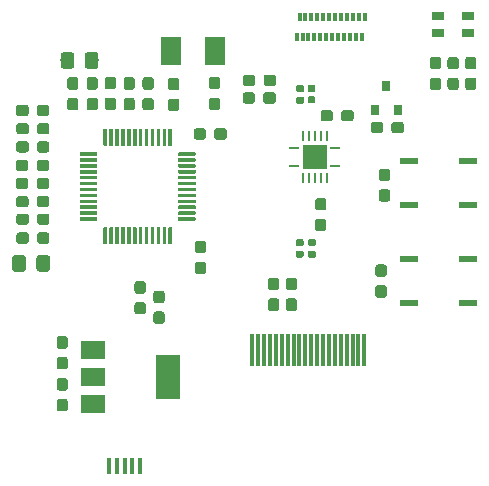
<source format=gbr>
G04 #@! TF.GenerationSoftware,KiCad,Pcbnew,(5.0.0-rc3)*
G04 #@! TF.CreationDate,2019-02-20T21:29:17+01:00*
G04 #@! TF.ProjectId,Adapter,416461707465722E6B696361645F7063,rev?*
G04 #@! TF.SameCoordinates,Original*
G04 #@! TF.FileFunction,Paste,Top*
G04 #@! TF.FilePolarity,Positive*
%FSLAX46Y46*%
G04 Gerber Fmt 4.6, Leading zero omitted, Abs format (unit mm)*
G04 Created by KiCad (PCBNEW (5.0.0-rc3)) date Wed Feb 20 21:29:17 2019*
%MOMM*%
%LPD*%
G01*
G04 APERTURE LIST*
%ADD10C,0.100000*%
%ADD11C,0.590000*%
%ADD12C,0.950000*%
%ADD13R,2.000000X3.800000*%
%ADD14R,2.000000X1.500000*%
%ADD15R,0.849884X0.279908*%
%ADD16R,0.279908X0.849884*%
%ADD17R,2.050000X2.050000*%
%ADD18C,1.150000*%
%ADD19R,1.600000X0.600000*%
%ADD20R,1.000000X0.800000*%
%ADD21R,0.330200X2.750000*%
%ADD22R,0.400000X1.350000*%
%ADD23R,0.300000X0.700000*%
%ADD24R,1.700000X2.400000*%
%ADD25R,0.800000X0.900000*%
%ADD26C,0.300000*%
G04 APERTURE END LIST*
D10*
G04 #@! TO.C,C5*
G36*
X53936958Y-47920710D02*
X53951276Y-47922834D01*
X53965317Y-47926351D01*
X53978946Y-47931228D01*
X53992031Y-47937417D01*
X54004447Y-47944858D01*
X54016073Y-47953481D01*
X54026798Y-47963202D01*
X54036519Y-47973927D01*
X54045142Y-47985553D01*
X54052583Y-47997969D01*
X54058772Y-48011054D01*
X54063649Y-48024683D01*
X54067166Y-48038724D01*
X54069290Y-48053042D01*
X54070000Y-48067500D01*
X54070000Y-48362500D01*
X54069290Y-48376958D01*
X54067166Y-48391276D01*
X54063649Y-48405317D01*
X54058772Y-48418946D01*
X54052583Y-48432031D01*
X54045142Y-48444447D01*
X54036519Y-48456073D01*
X54026798Y-48466798D01*
X54016073Y-48476519D01*
X54004447Y-48485142D01*
X53992031Y-48492583D01*
X53978946Y-48498772D01*
X53965317Y-48503649D01*
X53951276Y-48507166D01*
X53936958Y-48509290D01*
X53922500Y-48510000D01*
X53577500Y-48510000D01*
X53563042Y-48509290D01*
X53548724Y-48507166D01*
X53534683Y-48503649D01*
X53521054Y-48498772D01*
X53507969Y-48492583D01*
X53495553Y-48485142D01*
X53483927Y-48476519D01*
X53473202Y-48466798D01*
X53463481Y-48456073D01*
X53454858Y-48444447D01*
X53447417Y-48432031D01*
X53441228Y-48418946D01*
X53436351Y-48405317D01*
X53432834Y-48391276D01*
X53430710Y-48376958D01*
X53430000Y-48362500D01*
X53430000Y-48067500D01*
X53430710Y-48053042D01*
X53432834Y-48038724D01*
X53436351Y-48024683D01*
X53441228Y-48011054D01*
X53447417Y-47997969D01*
X53454858Y-47985553D01*
X53463481Y-47973927D01*
X53473202Y-47963202D01*
X53483927Y-47953481D01*
X53495553Y-47944858D01*
X53507969Y-47937417D01*
X53521054Y-47931228D01*
X53534683Y-47926351D01*
X53548724Y-47922834D01*
X53563042Y-47920710D01*
X53577500Y-47920000D01*
X53922500Y-47920000D01*
X53936958Y-47920710D01*
X53936958Y-47920710D01*
G37*
D11*
X53750000Y-48215000D03*
D10*
G36*
X53936958Y-48890710D02*
X53951276Y-48892834D01*
X53965317Y-48896351D01*
X53978946Y-48901228D01*
X53992031Y-48907417D01*
X54004447Y-48914858D01*
X54016073Y-48923481D01*
X54026798Y-48933202D01*
X54036519Y-48943927D01*
X54045142Y-48955553D01*
X54052583Y-48967969D01*
X54058772Y-48981054D01*
X54063649Y-48994683D01*
X54067166Y-49008724D01*
X54069290Y-49023042D01*
X54070000Y-49037500D01*
X54070000Y-49332500D01*
X54069290Y-49346958D01*
X54067166Y-49361276D01*
X54063649Y-49375317D01*
X54058772Y-49388946D01*
X54052583Y-49402031D01*
X54045142Y-49414447D01*
X54036519Y-49426073D01*
X54026798Y-49436798D01*
X54016073Y-49446519D01*
X54004447Y-49455142D01*
X53992031Y-49462583D01*
X53978946Y-49468772D01*
X53965317Y-49473649D01*
X53951276Y-49477166D01*
X53936958Y-49479290D01*
X53922500Y-49480000D01*
X53577500Y-49480000D01*
X53563042Y-49479290D01*
X53548724Y-49477166D01*
X53534683Y-49473649D01*
X53521054Y-49468772D01*
X53507969Y-49462583D01*
X53495553Y-49455142D01*
X53483927Y-49446519D01*
X53473202Y-49436798D01*
X53463481Y-49426073D01*
X53454858Y-49414447D01*
X53447417Y-49402031D01*
X53441228Y-49388946D01*
X53436351Y-49375317D01*
X53432834Y-49361276D01*
X53430710Y-49346958D01*
X53430000Y-49332500D01*
X53430000Y-49037500D01*
X53430710Y-49023042D01*
X53432834Y-49008724D01*
X53436351Y-48994683D01*
X53441228Y-48981054D01*
X53447417Y-48967969D01*
X53454858Y-48955553D01*
X53463481Y-48943927D01*
X53473202Y-48933202D01*
X53483927Y-48923481D01*
X53495553Y-48914858D01*
X53507969Y-48907417D01*
X53521054Y-48901228D01*
X53534683Y-48896351D01*
X53548724Y-48892834D01*
X53563042Y-48890710D01*
X53577500Y-48890000D01*
X53922500Y-48890000D01*
X53936958Y-48890710D01*
X53936958Y-48890710D01*
G37*
D11*
X53750000Y-49185000D03*
G04 #@! TD*
D10*
G04 #@! TO.C,C8*
G36*
X53904058Y-61924470D02*
X53918376Y-61926594D01*
X53932417Y-61930111D01*
X53946046Y-61934988D01*
X53959131Y-61941177D01*
X53971547Y-61948618D01*
X53983173Y-61957241D01*
X53993898Y-61966962D01*
X54003619Y-61977687D01*
X54012242Y-61989313D01*
X54019683Y-62001729D01*
X54025872Y-62014814D01*
X54030749Y-62028443D01*
X54034266Y-62042484D01*
X54036390Y-62056802D01*
X54037100Y-62071260D01*
X54037100Y-62366260D01*
X54036390Y-62380718D01*
X54034266Y-62395036D01*
X54030749Y-62409077D01*
X54025872Y-62422706D01*
X54019683Y-62435791D01*
X54012242Y-62448207D01*
X54003619Y-62459833D01*
X53993898Y-62470558D01*
X53983173Y-62480279D01*
X53971547Y-62488902D01*
X53959131Y-62496343D01*
X53946046Y-62502532D01*
X53932417Y-62507409D01*
X53918376Y-62510926D01*
X53904058Y-62513050D01*
X53889600Y-62513760D01*
X53544600Y-62513760D01*
X53530142Y-62513050D01*
X53515824Y-62510926D01*
X53501783Y-62507409D01*
X53488154Y-62502532D01*
X53475069Y-62496343D01*
X53462653Y-62488902D01*
X53451027Y-62480279D01*
X53440302Y-62470558D01*
X53430581Y-62459833D01*
X53421958Y-62448207D01*
X53414517Y-62435791D01*
X53408328Y-62422706D01*
X53403451Y-62409077D01*
X53399934Y-62395036D01*
X53397810Y-62380718D01*
X53397100Y-62366260D01*
X53397100Y-62071260D01*
X53397810Y-62056802D01*
X53399934Y-62042484D01*
X53403451Y-62028443D01*
X53408328Y-62014814D01*
X53414517Y-62001729D01*
X53421958Y-61989313D01*
X53430581Y-61977687D01*
X53440302Y-61966962D01*
X53451027Y-61957241D01*
X53462653Y-61948618D01*
X53475069Y-61941177D01*
X53488154Y-61934988D01*
X53501783Y-61930111D01*
X53515824Y-61926594D01*
X53530142Y-61924470D01*
X53544600Y-61923760D01*
X53889600Y-61923760D01*
X53904058Y-61924470D01*
X53904058Y-61924470D01*
G37*
D11*
X53717100Y-62218760D03*
D10*
G36*
X53904058Y-60954470D02*
X53918376Y-60956594D01*
X53932417Y-60960111D01*
X53946046Y-60964988D01*
X53959131Y-60971177D01*
X53971547Y-60978618D01*
X53983173Y-60987241D01*
X53993898Y-60996962D01*
X54003619Y-61007687D01*
X54012242Y-61019313D01*
X54019683Y-61031729D01*
X54025872Y-61044814D01*
X54030749Y-61058443D01*
X54034266Y-61072484D01*
X54036390Y-61086802D01*
X54037100Y-61101260D01*
X54037100Y-61396260D01*
X54036390Y-61410718D01*
X54034266Y-61425036D01*
X54030749Y-61439077D01*
X54025872Y-61452706D01*
X54019683Y-61465791D01*
X54012242Y-61478207D01*
X54003619Y-61489833D01*
X53993898Y-61500558D01*
X53983173Y-61510279D01*
X53971547Y-61518902D01*
X53959131Y-61526343D01*
X53946046Y-61532532D01*
X53932417Y-61537409D01*
X53918376Y-61540926D01*
X53904058Y-61543050D01*
X53889600Y-61543760D01*
X53544600Y-61543760D01*
X53530142Y-61543050D01*
X53515824Y-61540926D01*
X53501783Y-61537409D01*
X53488154Y-61532532D01*
X53475069Y-61526343D01*
X53462653Y-61518902D01*
X53451027Y-61510279D01*
X53440302Y-61500558D01*
X53430581Y-61489833D01*
X53421958Y-61478207D01*
X53414517Y-61465791D01*
X53408328Y-61452706D01*
X53403451Y-61439077D01*
X53399934Y-61425036D01*
X53397810Y-61410718D01*
X53397100Y-61396260D01*
X53397100Y-61101260D01*
X53397810Y-61086802D01*
X53399934Y-61072484D01*
X53403451Y-61058443D01*
X53408328Y-61044814D01*
X53414517Y-61031729D01*
X53421958Y-61019313D01*
X53430581Y-61007687D01*
X53440302Y-60996962D01*
X53451027Y-60987241D01*
X53462653Y-60978618D01*
X53475069Y-60971177D01*
X53488154Y-60964988D01*
X53501783Y-60960111D01*
X53515824Y-60956594D01*
X53530142Y-60954470D01*
X53544600Y-60953760D01*
X53889600Y-60953760D01*
X53904058Y-60954470D01*
X53904058Y-60954470D01*
G37*
D11*
X53717100Y-61248760D03*
G04 #@! TD*
D10*
G04 #@! TO.C,C3*
G36*
X33860779Y-69176144D02*
X33883834Y-69179563D01*
X33906443Y-69185227D01*
X33928387Y-69193079D01*
X33949457Y-69203044D01*
X33969448Y-69215026D01*
X33988168Y-69228910D01*
X34005438Y-69244562D01*
X34021090Y-69261832D01*
X34034974Y-69280552D01*
X34046956Y-69300543D01*
X34056921Y-69321613D01*
X34064773Y-69343557D01*
X34070437Y-69366166D01*
X34073856Y-69389221D01*
X34075000Y-69412500D01*
X34075000Y-69987500D01*
X34073856Y-70010779D01*
X34070437Y-70033834D01*
X34064773Y-70056443D01*
X34056921Y-70078387D01*
X34046956Y-70099457D01*
X34034974Y-70119448D01*
X34021090Y-70138168D01*
X34005438Y-70155438D01*
X33988168Y-70171090D01*
X33969448Y-70184974D01*
X33949457Y-70196956D01*
X33928387Y-70206921D01*
X33906443Y-70214773D01*
X33883834Y-70220437D01*
X33860779Y-70223856D01*
X33837500Y-70225000D01*
X33362500Y-70225000D01*
X33339221Y-70223856D01*
X33316166Y-70220437D01*
X33293557Y-70214773D01*
X33271613Y-70206921D01*
X33250543Y-70196956D01*
X33230552Y-70184974D01*
X33211832Y-70171090D01*
X33194562Y-70155438D01*
X33178910Y-70138168D01*
X33165026Y-70119448D01*
X33153044Y-70099457D01*
X33143079Y-70078387D01*
X33135227Y-70056443D01*
X33129563Y-70033834D01*
X33126144Y-70010779D01*
X33125000Y-69987500D01*
X33125000Y-69412500D01*
X33126144Y-69389221D01*
X33129563Y-69366166D01*
X33135227Y-69343557D01*
X33143079Y-69321613D01*
X33153044Y-69300543D01*
X33165026Y-69280552D01*
X33178910Y-69261832D01*
X33194562Y-69244562D01*
X33211832Y-69228910D01*
X33230552Y-69215026D01*
X33250543Y-69203044D01*
X33271613Y-69193079D01*
X33293557Y-69185227D01*
X33316166Y-69179563D01*
X33339221Y-69176144D01*
X33362500Y-69175000D01*
X33837500Y-69175000D01*
X33860779Y-69176144D01*
X33860779Y-69176144D01*
G37*
D12*
X33600000Y-69700000D03*
D10*
G36*
X33860779Y-70926144D02*
X33883834Y-70929563D01*
X33906443Y-70935227D01*
X33928387Y-70943079D01*
X33949457Y-70953044D01*
X33969448Y-70965026D01*
X33988168Y-70978910D01*
X34005438Y-70994562D01*
X34021090Y-71011832D01*
X34034974Y-71030552D01*
X34046956Y-71050543D01*
X34056921Y-71071613D01*
X34064773Y-71093557D01*
X34070437Y-71116166D01*
X34073856Y-71139221D01*
X34075000Y-71162500D01*
X34075000Y-71737500D01*
X34073856Y-71760779D01*
X34070437Y-71783834D01*
X34064773Y-71806443D01*
X34056921Y-71828387D01*
X34046956Y-71849457D01*
X34034974Y-71869448D01*
X34021090Y-71888168D01*
X34005438Y-71905438D01*
X33988168Y-71921090D01*
X33969448Y-71934974D01*
X33949457Y-71946956D01*
X33928387Y-71956921D01*
X33906443Y-71964773D01*
X33883834Y-71970437D01*
X33860779Y-71973856D01*
X33837500Y-71975000D01*
X33362500Y-71975000D01*
X33339221Y-71973856D01*
X33316166Y-71970437D01*
X33293557Y-71964773D01*
X33271613Y-71956921D01*
X33250543Y-71946956D01*
X33230552Y-71934974D01*
X33211832Y-71921090D01*
X33194562Y-71905438D01*
X33178910Y-71888168D01*
X33165026Y-71869448D01*
X33153044Y-71849457D01*
X33143079Y-71828387D01*
X33135227Y-71806443D01*
X33129563Y-71783834D01*
X33126144Y-71760779D01*
X33125000Y-71737500D01*
X33125000Y-71162500D01*
X33126144Y-71139221D01*
X33129563Y-71116166D01*
X33135227Y-71093557D01*
X33143079Y-71071613D01*
X33153044Y-71050543D01*
X33165026Y-71030552D01*
X33178910Y-71011832D01*
X33194562Y-70994562D01*
X33211832Y-70978910D01*
X33230552Y-70965026D01*
X33250543Y-70953044D01*
X33271613Y-70943079D01*
X33293557Y-70935227D01*
X33316166Y-70929563D01*
X33339221Y-70926144D01*
X33362500Y-70925000D01*
X33837500Y-70925000D01*
X33860779Y-70926144D01*
X33860779Y-70926144D01*
G37*
D12*
X33600000Y-71450000D03*
G04 #@! TD*
D10*
G04 #@! TO.C,C6*
G36*
X47310779Y-51576144D02*
X47333834Y-51579563D01*
X47356443Y-51585227D01*
X47378387Y-51593079D01*
X47399457Y-51603044D01*
X47419448Y-51615026D01*
X47438168Y-51628910D01*
X47455438Y-51644562D01*
X47471090Y-51661832D01*
X47484974Y-51680552D01*
X47496956Y-51700543D01*
X47506921Y-51721613D01*
X47514773Y-51743557D01*
X47520437Y-51766166D01*
X47523856Y-51789221D01*
X47525000Y-51812500D01*
X47525000Y-52287500D01*
X47523856Y-52310779D01*
X47520437Y-52333834D01*
X47514773Y-52356443D01*
X47506921Y-52378387D01*
X47496956Y-52399457D01*
X47484974Y-52419448D01*
X47471090Y-52438168D01*
X47455438Y-52455438D01*
X47438168Y-52471090D01*
X47419448Y-52484974D01*
X47399457Y-52496956D01*
X47378387Y-52506921D01*
X47356443Y-52514773D01*
X47333834Y-52520437D01*
X47310779Y-52523856D01*
X47287500Y-52525000D01*
X46712500Y-52525000D01*
X46689221Y-52523856D01*
X46666166Y-52520437D01*
X46643557Y-52514773D01*
X46621613Y-52506921D01*
X46600543Y-52496956D01*
X46580552Y-52484974D01*
X46561832Y-52471090D01*
X46544562Y-52455438D01*
X46528910Y-52438168D01*
X46515026Y-52419448D01*
X46503044Y-52399457D01*
X46493079Y-52378387D01*
X46485227Y-52356443D01*
X46479563Y-52333834D01*
X46476144Y-52310779D01*
X46475000Y-52287500D01*
X46475000Y-51812500D01*
X46476144Y-51789221D01*
X46479563Y-51766166D01*
X46485227Y-51743557D01*
X46493079Y-51721613D01*
X46503044Y-51700543D01*
X46515026Y-51680552D01*
X46528910Y-51661832D01*
X46544562Y-51644562D01*
X46561832Y-51628910D01*
X46580552Y-51615026D01*
X46600543Y-51603044D01*
X46621613Y-51593079D01*
X46643557Y-51585227D01*
X46666166Y-51579563D01*
X46689221Y-51576144D01*
X46712500Y-51575000D01*
X47287500Y-51575000D01*
X47310779Y-51576144D01*
X47310779Y-51576144D01*
G37*
D12*
X47000000Y-52050000D03*
D10*
G36*
X45560779Y-51576144D02*
X45583834Y-51579563D01*
X45606443Y-51585227D01*
X45628387Y-51593079D01*
X45649457Y-51603044D01*
X45669448Y-51615026D01*
X45688168Y-51628910D01*
X45705438Y-51644562D01*
X45721090Y-51661832D01*
X45734974Y-51680552D01*
X45746956Y-51700543D01*
X45756921Y-51721613D01*
X45764773Y-51743557D01*
X45770437Y-51766166D01*
X45773856Y-51789221D01*
X45775000Y-51812500D01*
X45775000Y-52287500D01*
X45773856Y-52310779D01*
X45770437Y-52333834D01*
X45764773Y-52356443D01*
X45756921Y-52378387D01*
X45746956Y-52399457D01*
X45734974Y-52419448D01*
X45721090Y-52438168D01*
X45705438Y-52455438D01*
X45688168Y-52471090D01*
X45669448Y-52484974D01*
X45649457Y-52496956D01*
X45628387Y-52506921D01*
X45606443Y-52514773D01*
X45583834Y-52520437D01*
X45560779Y-52523856D01*
X45537500Y-52525000D01*
X44962500Y-52525000D01*
X44939221Y-52523856D01*
X44916166Y-52520437D01*
X44893557Y-52514773D01*
X44871613Y-52506921D01*
X44850543Y-52496956D01*
X44830552Y-52484974D01*
X44811832Y-52471090D01*
X44794562Y-52455438D01*
X44778910Y-52438168D01*
X44765026Y-52419448D01*
X44753044Y-52399457D01*
X44743079Y-52378387D01*
X44735227Y-52356443D01*
X44729563Y-52333834D01*
X44726144Y-52310779D01*
X44725000Y-52287500D01*
X44725000Y-51812500D01*
X44726144Y-51789221D01*
X44729563Y-51766166D01*
X44735227Y-51743557D01*
X44743079Y-51721613D01*
X44753044Y-51700543D01*
X44765026Y-51680552D01*
X44778910Y-51661832D01*
X44794562Y-51644562D01*
X44811832Y-51628910D01*
X44830552Y-51615026D01*
X44850543Y-51603044D01*
X44871613Y-51593079D01*
X44893557Y-51585227D01*
X44916166Y-51579563D01*
X44939221Y-51576144D01*
X44962500Y-51575000D01*
X45537500Y-51575000D01*
X45560779Y-51576144D01*
X45560779Y-51576144D01*
G37*
D12*
X45250000Y-52050000D03*
G04 #@! TD*
D13*
G04 #@! TO.C,U2*
X42550000Y-72600000D03*
D14*
X36250000Y-72600000D03*
X36250000Y-74900000D03*
X36250000Y-70300000D03*
G04 #@! TD*
D15*
G04 #@! TO.C,U1*
X53269000Y-54750001D03*
D16*
X53999999Y-55769001D03*
X54500001Y-55769001D03*
X55000000Y-55769001D03*
X55499999Y-55769001D03*
X56000001Y-55769001D03*
D15*
X56731000Y-54750001D03*
X56731000Y-53249999D03*
D16*
X56000001Y-52230999D03*
X55499999Y-52230999D03*
X55000000Y-52230999D03*
X54500001Y-52230999D03*
X53999999Y-52230999D03*
D15*
X53269000Y-53249999D03*
D17*
X55000000Y-54000000D03*
G04 #@! TD*
D10*
G04 #@! TO.C,C11*
G36*
X32310779Y-58786144D02*
X32333834Y-58789563D01*
X32356443Y-58795227D01*
X32378387Y-58803079D01*
X32399457Y-58813044D01*
X32419448Y-58825026D01*
X32438168Y-58838910D01*
X32455438Y-58854562D01*
X32471090Y-58871832D01*
X32484974Y-58890552D01*
X32496956Y-58910543D01*
X32506921Y-58931613D01*
X32514773Y-58953557D01*
X32520437Y-58976166D01*
X32523856Y-58999221D01*
X32525000Y-59022500D01*
X32525000Y-59497500D01*
X32523856Y-59520779D01*
X32520437Y-59543834D01*
X32514773Y-59566443D01*
X32506921Y-59588387D01*
X32496956Y-59609457D01*
X32484974Y-59629448D01*
X32471090Y-59648168D01*
X32455438Y-59665438D01*
X32438168Y-59681090D01*
X32419448Y-59694974D01*
X32399457Y-59706956D01*
X32378387Y-59716921D01*
X32356443Y-59724773D01*
X32333834Y-59730437D01*
X32310779Y-59733856D01*
X32287500Y-59735000D01*
X31712500Y-59735000D01*
X31689221Y-59733856D01*
X31666166Y-59730437D01*
X31643557Y-59724773D01*
X31621613Y-59716921D01*
X31600543Y-59706956D01*
X31580552Y-59694974D01*
X31561832Y-59681090D01*
X31544562Y-59665438D01*
X31528910Y-59648168D01*
X31515026Y-59629448D01*
X31503044Y-59609457D01*
X31493079Y-59588387D01*
X31485227Y-59566443D01*
X31479563Y-59543834D01*
X31476144Y-59520779D01*
X31475000Y-59497500D01*
X31475000Y-59022500D01*
X31476144Y-58999221D01*
X31479563Y-58976166D01*
X31485227Y-58953557D01*
X31493079Y-58931613D01*
X31503044Y-58910543D01*
X31515026Y-58890552D01*
X31528910Y-58871832D01*
X31544562Y-58854562D01*
X31561832Y-58838910D01*
X31580552Y-58825026D01*
X31600543Y-58813044D01*
X31621613Y-58803079D01*
X31643557Y-58795227D01*
X31666166Y-58789563D01*
X31689221Y-58786144D01*
X31712500Y-58785000D01*
X32287500Y-58785000D01*
X32310779Y-58786144D01*
X32310779Y-58786144D01*
G37*
D12*
X32000000Y-59260000D03*
D10*
G36*
X30560779Y-58786144D02*
X30583834Y-58789563D01*
X30606443Y-58795227D01*
X30628387Y-58803079D01*
X30649457Y-58813044D01*
X30669448Y-58825026D01*
X30688168Y-58838910D01*
X30705438Y-58854562D01*
X30721090Y-58871832D01*
X30734974Y-58890552D01*
X30746956Y-58910543D01*
X30756921Y-58931613D01*
X30764773Y-58953557D01*
X30770437Y-58976166D01*
X30773856Y-58999221D01*
X30775000Y-59022500D01*
X30775000Y-59497500D01*
X30773856Y-59520779D01*
X30770437Y-59543834D01*
X30764773Y-59566443D01*
X30756921Y-59588387D01*
X30746956Y-59609457D01*
X30734974Y-59629448D01*
X30721090Y-59648168D01*
X30705438Y-59665438D01*
X30688168Y-59681090D01*
X30669448Y-59694974D01*
X30649457Y-59706956D01*
X30628387Y-59716921D01*
X30606443Y-59724773D01*
X30583834Y-59730437D01*
X30560779Y-59733856D01*
X30537500Y-59735000D01*
X29962500Y-59735000D01*
X29939221Y-59733856D01*
X29916166Y-59730437D01*
X29893557Y-59724773D01*
X29871613Y-59716921D01*
X29850543Y-59706956D01*
X29830552Y-59694974D01*
X29811832Y-59681090D01*
X29794562Y-59665438D01*
X29778910Y-59648168D01*
X29765026Y-59629448D01*
X29753044Y-59609457D01*
X29743079Y-59588387D01*
X29735227Y-59566443D01*
X29729563Y-59543834D01*
X29726144Y-59520779D01*
X29725000Y-59497500D01*
X29725000Y-59022500D01*
X29726144Y-58999221D01*
X29729563Y-58976166D01*
X29735227Y-58953557D01*
X29743079Y-58931613D01*
X29753044Y-58910543D01*
X29765026Y-58890552D01*
X29778910Y-58871832D01*
X29794562Y-58854562D01*
X29811832Y-58838910D01*
X29830552Y-58825026D01*
X29850543Y-58813044D01*
X29871613Y-58803079D01*
X29893557Y-58795227D01*
X29916166Y-58789563D01*
X29939221Y-58786144D01*
X29962500Y-58785000D01*
X30537500Y-58785000D01*
X30560779Y-58786144D01*
X30560779Y-58786144D01*
G37*
D12*
X30250000Y-59260000D03*
G04 #@! TD*
D10*
G04 #@! TO.C,R18*
G36*
X30555779Y-52671144D02*
X30578834Y-52674563D01*
X30601443Y-52680227D01*
X30623387Y-52688079D01*
X30644457Y-52698044D01*
X30664448Y-52710026D01*
X30683168Y-52723910D01*
X30700438Y-52739562D01*
X30716090Y-52756832D01*
X30729974Y-52775552D01*
X30741956Y-52795543D01*
X30751921Y-52816613D01*
X30759773Y-52838557D01*
X30765437Y-52861166D01*
X30768856Y-52884221D01*
X30770000Y-52907500D01*
X30770000Y-53382500D01*
X30768856Y-53405779D01*
X30765437Y-53428834D01*
X30759773Y-53451443D01*
X30751921Y-53473387D01*
X30741956Y-53494457D01*
X30729974Y-53514448D01*
X30716090Y-53533168D01*
X30700438Y-53550438D01*
X30683168Y-53566090D01*
X30664448Y-53579974D01*
X30644457Y-53591956D01*
X30623387Y-53601921D01*
X30601443Y-53609773D01*
X30578834Y-53615437D01*
X30555779Y-53618856D01*
X30532500Y-53620000D01*
X29957500Y-53620000D01*
X29934221Y-53618856D01*
X29911166Y-53615437D01*
X29888557Y-53609773D01*
X29866613Y-53601921D01*
X29845543Y-53591956D01*
X29825552Y-53579974D01*
X29806832Y-53566090D01*
X29789562Y-53550438D01*
X29773910Y-53533168D01*
X29760026Y-53514448D01*
X29748044Y-53494457D01*
X29738079Y-53473387D01*
X29730227Y-53451443D01*
X29724563Y-53428834D01*
X29721144Y-53405779D01*
X29720000Y-53382500D01*
X29720000Y-52907500D01*
X29721144Y-52884221D01*
X29724563Y-52861166D01*
X29730227Y-52838557D01*
X29738079Y-52816613D01*
X29748044Y-52795543D01*
X29760026Y-52775552D01*
X29773910Y-52756832D01*
X29789562Y-52739562D01*
X29806832Y-52723910D01*
X29825552Y-52710026D01*
X29845543Y-52698044D01*
X29866613Y-52688079D01*
X29888557Y-52680227D01*
X29911166Y-52674563D01*
X29934221Y-52671144D01*
X29957500Y-52670000D01*
X30532500Y-52670000D01*
X30555779Y-52671144D01*
X30555779Y-52671144D01*
G37*
D12*
X30245000Y-53145000D03*
D10*
G36*
X32305779Y-52671144D02*
X32328834Y-52674563D01*
X32351443Y-52680227D01*
X32373387Y-52688079D01*
X32394457Y-52698044D01*
X32414448Y-52710026D01*
X32433168Y-52723910D01*
X32450438Y-52739562D01*
X32466090Y-52756832D01*
X32479974Y-52775552D01*
X32491956Y-52795543D01*
X32501921Y-52816613D01*
X32509773Y-52838557D01*
X32515437Y-52861166D01*
X32518856Y-52884221D01*
X32520000Y-52907500D01*
X32520000Y-53382500D01*
X32518856Y-53405779D01*
X32515437Y-53428834D01*
X32509773Y-53451443D01*
X32501921Y-53473387D01*
X32491956Y-53494457D01*
X32479974Y-53514448D01*
X32466090Y-53533168D01*
X32450438Y-53550438D01*
X32433168Y-53566090D01*
X32414448Y-53579974D01*
X32394457Y-53591956D01*
X32373387Y-53601921D01*
X32351443Y-53609773D01*
X32328834Y-53615437D01*
X32305779Y-53618856D01*
X32282500Y-53620000D01*
X31707500Y-53620000D01*
X31684221Y-53618856D01*
X31661166Y-53615437D01*
X31638557Y-53609773D01*
X31616613Y-53601921D01*
X31595543Y-53591956D01*
X31575552Y-53579974D01*
X31556832Y-53566090D01*
X31539562Y-53550438D01*
X31523910Y-53533168D01*
X31510026Y-53514448D01*
X31498044Y-53494457D01*
X31488079Y-53473387D01*
X31480227Y-53451443D01*
X31474563Y-53428834D01*
X31471144Y-53405779D01*
X31470000Y-53382500D01*
X31470000Y-52907500D01*
X31471144Y-52884221D01*
X31474563Y-52861166D01*
X31480227Y-52838557D01*
X31488079Y-52816613D01*
X31498044Y-52795543D01*
X31510026Y-52775552D01*
X31523910Y-52756832D01*
X31539562Y-52739562D01*
X31556832Y-52723910D01*
X31575552Y-52710026D01*
X31595543Y-52698044D01*
X31616613Y-52688079D01*
X31638557Y-52680227D01*
X31661166Y-52674563D01*
X31684221Y-52671144D01*
X31707500Y-52670000D01*
X32282500Y-52670000D01*
X32305779Y-52671144D01*
X32305779Y-52671144D01*
G37*
D12*
X31995000Y-53145000D03*
G04 #@! TD*
D10*
G04 #@! TO.C,R19*
G36*
X51760779Y-65976144D02*
X51783834Y-65979563D01*
X51806443Y-65985227D01*
X51828387Y-65993079D01*
X51849457Y-66003044D01*
X51869448Y-66015026D01*
X51888168Y-66028910D01*
X51905438Y-66044562D01*
X51921090Y-66061832D01*
X51934974Y-66080552D01*
X51946956Y-66100543D01*
X51956921Y-66121613D01*
X51964773Y-66143557D01*
X51970437Y-66166166D01*
X51973856Y-66189221D01*
X51975000Y-66212500D01*
X51975000Y-66787500D01*
X51973856Y-66810779D01*
X51970437Y-66833834D01*
X51964773Y-66856443D01*
X51956921Y-66878387D01*
X51946956Y-66899457D01*
X51934974Y-66919448D01*
X51921090Y-66938168D01*
X51905438Y-66955438D01*
X51888168Y-66971090D01*
X51869448Y-66984974D01*
X51849457Y-66996956D01*
X51828387Y-67006921D01*
X51806443Y-67014773D01*
X51783834Y-67020437D01*
X51760779Y-67023856D01*
X51737500Y-67025000D01*
X51262500Y-67025000D01*
X51239221Y-67023856D01*
X51216166Y-67020437D01*
X51193557Y-67014773D01*
X51171613Y-67006921D01*
X51150543Y-66996956D01*
X51130552Y-66984974D01*
X51111832Y-66971090D01*
X51094562Y-66955438D01*
X51078910Y-66938168D01*
X51065026Y-66919448D01*
X51053044Y-66899457D01*
X51043079Y-66878387D01*
X51035227Y-66856443D01*
X51029563Y-66833834D01*
X51026144Y-66810779D01*
X51025000Y-66787500D01*
X51025000Y-66212500D01*
X51026144Y-66189221D01*
X51029563Y-66166166D01*
X51035227Y-66143557D01*
X51043079Y-66121613D01*
X51053044Y-66100543D01*
X51065026Y-66080552D01*
X51078910Y-66061832D01*
X51094562Y-66044562D01*
X51111832Y-66028910D01*
X51130552Y-66015026D01*
X51150543Y-66003044D01*
X51171613Y-65993079D01*
X51193557Y-65985227D01*
X51216166Y-65979563D01*
X51239221Y-65976144D01*
X51262500Y-65975000D01*
X51737500Y-65975000D01*
X51760779Y-65976144D01*
X51760779Y-65976144D01*
G37*
D12*
X51500000Y-66500000D03*
D10*
G36*
X51760779Y-64226144D02*
X51783834Y-64229563D01*
X51806443Y-64235227D01*
X51828387Y-64243079D01*
X51849457Y-64253044D01*
X51869448Y-64265026D01*
X51888168Y-64278910D01*
X51905438Y-64294562D01*
X51921090Y-64311832D01*
X51934974Y-64330552D01*
X51946956Y-64350543D01*
X51956921Y-64371613D01*
X51964773Y-64393557D01*
X51970437Y-64416166D01*
X51973856Y-64439221D01*
X51975000Y-64462500D01*
X51975000Y-65037500D01*
X51973856Y-65060779D01*
X51970437Y-65083834D01*
X51964773Y-65106443D01*
X51956921Y-65128387D01*
X51946956Y-65149457D01*
X51934974Y-65169448D01*
X51921090Y-65188168D01*
X51905438Y-65205438D01*
X51888168Y-65221090D01*
X51869448Y-65234974D01*
X51849457Y-65246956D01*
X51828387Y-65256921D01*
X51806443Y-65264773D01*
X51783834Y-65270437D01*
X51760779Y-65273856D01*
X51737500Y-65275000D01*
X51262500Y-65275000D01*
X51239221Y-65273856D01*
X51216166Y-65270437D01*
X51193557Y-65264773D01*
X51171613Y-65256921D01*
X51150543Y-65246956D01*
X51130552Y-65234974D01*
X51111832Y-65221090D01*
X51094562Y-65205438D01*
X51078910Y-65188168D01*
X51065026Y-65169448D01*
X51053044Y-65149457D01*
X51043079Y-65128387D01*
X51035227Y-65106443D01*
X51029563Y-65083834D01*
X51026144Y-65060779D01*
X51025000Y-65037500D01*
X51025000Y-64462500D01*
X51026144Y-64439221D01*
X51029563Y-64416166D01*
X51035227Y-64393557D01*
X51043079Y-64371613D01*
X51053044Y-64350543D01*
X51065026Y-64330552D01*
X51078910Y-64311832D01*
X51094562Y-64294562D01*
X51111832Y-64278910D01*
X51130552Y-64265026D01*
X51150543Y-64253044D01*
X51171613Y-64243079D01*
X51193557Y-64235227D01*
X51216166Y-64229563D01*
X51239221Y-64226144D01*
X51262500Y-64225000D01*
X51737500Y-64225000D01*
X51760779Y-64226144D01*
X51760779Y-64226144D01*
G37*
D12*
X51500000Y-64750000D03*
G04 #@! TD*
D10*
G04 #@! TO.C,C1*
G36*
X54886958Y-48875710D02*
X54901276Y-48877834D01*
X54915317Y-48881351D01*
X54928946Y-48886228D01*
X54942031Y-48892417D01*
X54954447Y-48899858D01*
X54966073Y-48908481D01*
X54976798Y-48918202D01*
X54986519Y-48928927D01*
X54995142Y-48940553D01*
X55002583Y-48952969D01*
X55008772Y-48966054D01*
X55013649Y-48979683D01*
X55017166Y-48993724D01*
X55019290Y-49008042D01*
X55020000Y-49022500D01*
X55020000Y-49317500D01*
X55019290Y-49331958D01*
X55017166Y-49346276D01*
X55013649Y-49360317D01*
X55008772Y-49373946D01*
X55002583Y-49387031D01*
X54995142Y-49399447D01*
X54986519Y-49411073D01*
X54976798Y-49421798D01*
X54966073Y-49431519D01*
X54954447Y-49440142D01*
X54942031Y-49447583D01*
X54928946Y-49453772D01*
X54915317Y-49458649D01*
X54901276Y-49462166D01*
X54886958Y-49464290D01*
X54872500Y-49465000D01*
X54527500Y-49465000D01*
X54513042Y-49464290D01*
X54498724Y-49462166D01*
X54484683Y-49458649D01*
X54471054Y-49453772D01*
X54457969Y-49447583D01*
X54445553Y-49440142D01*
X54433927Y-49431519D01*
X54423202Y-49421798D01*
X54413481Y-49411073D01*
X54404858Y-49399447D01*
X54397417Y-49387031D01*
X54391228Y-49373946D01*
X54386351Y-49360317D01*
X54382834Y-49346276D01*
X54380710Y-49331958D01*
X54380000Y-49317500D01*
X54380000Y-49022500D01*
X54380710Y-49008042D01*
X54382834Y-48993724D01*
X54386351Y-48979683D01*
X54391228Y-48966054D01*
X54397417Y-48952969D01*
X54404858Y-48940553D01*
X54413481Y-48928927D01*
X54423202Y-48918202D01*
X54433927Y-48908481D01*
X54445553Y-48899858D01*
X54457969Y-48892417D01*
X54471054Y-48886228D01*
X54484683Y-48881351D01*
X54498724Y-48877834D01*
X54513042Y-48875710D01*
X54527500Y-48875000D01*
X54872500Y-48875000D01*
X54886958Y-48875710D01*
X54886958Y-48875710D01*
G37*
D11*
X54700000Y-49170000D03*
D10*
G36*
X54886958Y-47905710D02*
X54901276Y-47907834D01*
X54915317Y-47911351D01*
X54928946Y-47916228D01*
X54942031Y-47922417D01*
X54954447Y-47929858D01*
X54966073Y-47938481D01*
X54976798Y-47948202D01*
X54986519Y-47958927D01*
X54995142Y-47970553D01*
X55002583Y-47982969D01*
X55008772Y-47996054D01*
X55013649Y-48009683D01*
X55017166Y-48023724D01*
X55019290Y-48038042D01*
X55020000Y-48052500D01*
X55020000Y-48347500D01*
X55019290Y-48361958D01*
X55017166Y-48376276D01*
X55013649Y-48390317D01*
X55008772Y-48403946D01*
X55002583Y-48417031D01*
X54995142Y-48429447D01*
X54986519Y-48441073D01*
X54976798Y-48451798D01*
X54966073Y-48461519D01*
X54954447Y-48470142D01*
X54942031Y-48477583D01*
X54928946Y-48483772D01*
X54915317Y-48488649D01*
X54901276Y-48492166D01*
X54886958Y-48494290D01*
X54872500Y-48495000D01*
X54527500Y-48495000D01*
X54513042Y-48494290D01*
X54498724Y-48492166D01*
X54484683Y-48488649D01*
X54471054Y-48483772D01*
X54457969Y-48477583D01*
X54445553Y-48470142D01*
X54433927Y-48461519D01*
X54423202Y-48451798D01*
X54413481Y-48441073D01*
X54404858Y-48429447D01*
X54397417Y-48417031D01*
X54391228Y-48403946D01*
X54386351Y-48390317D01*
X54382834Y-48376276D01*
X54380710Y-48361958D01*
X54380000Y-48347500D01*
X54380000Y-48052500D01*
X54380710Y-48038042D01*
X54382834Y-48023724D01*
X54386351Y-48009683D01*
X54391228Y-47996054D01*
X54397417Y-47982969D01*
X54404858Y-47970553D01*
X54413481Y-47958927D01*
X54423202Y-47948202D01*
X54433927Y-47938481D01*
X54445553Y-47929858D01*
X54457969Y-47922417D01*
X54471054Y-47916228D01*
X54484683Y-47911351D01*
X54498724Y-47907834D01*
X54513042Y-47905710D01*
X54527500Y-47905000D01*
X54872500Y-47905000D01*
X54886958Y-47905710D01*
X54886958Y-47905710D01*
G37*
D11*
X54700000Y-48200000D03*
G04 #@! TD*
D10*
G04 #@! TO.C,C13*
G36*
X56310779Y-50026144D02*
X56333834Y-50029563D01*
X56356443Y-50035227D01*
X56378387Y-50043079D01*
X56399457Y-50053044D01*
X56419448Y-50065026D01*
X56438168Y-50078910D01*
X56455438Y-50094562D01*
X56471090Y-50111832D01*
X56484974Y-50130552D01*
X56496956Y-50150543D01*
X56506921Y-50171613D01*
X56514773Y-50193557D01*
X56520437Y-50216166D01*
X56523856Y-50239221D01*
X56525000Y-50262500D01*
X56525000Y-50737500D01*
X56523856Y-50760779D01*
X56520437Y-50783834D01*
X56514773Y-50806443D01*
X56506921Y-50828387D01*
X56496956Y-50849457D01*
X56484974Y-50869448D01*
X56471090Y-50888168D01*
X56455438Y-50905438D01*
X56438168Y-50921090D01*
X56419448Y-50934974D01*
X56399457Y-50946956D01*
X56378387Y-50956921D01*
X56356443Y-50964773D01*
X56333834Y-50970437D01*
X56310779Y-50973856D01*
X56287500Y-50975000D01*
X55712500Y-50975000D01*
X55689221Y-50973856D01*
X55666166Y-50970437D01*
X55643557Y-50964773D01*
X55621613Y-50956921D01*
X55600543Y-50946956D01*
X55580552Y-50934974D01*
X55561832Y-50921090D01*
X55544562Y-50905438D01*
X55528910Y-50888168D01*
X55515026Y-50869448D01*
X55503044Y-50849457D01*
X55493079Y-50828387D01*
X55485227Y-50806443D01*
X55479563Y-50783834D01*
X55476144Y-50760779D01*
X55475000Y-50737500D01*
X55475000Y-50262500D01*
X55476144Y-50239221D01*
X55479563Y-50216166D01*
X55485227Y-50193557D01*
X55493079Y-50171613D01*
X55503044Y-50150543D01*
X55515026Y-50130552D01*
X55528910Y-50111832D01*
X55544562Y-50094562D01*
X55561832Y-50078910D01*
X55580552Y-50065026D01*
X55600543Y-50053044D01*
X55621613Y-50043079D01*
X55643557Y-50035227D01*
X55666166Y-50029563D01*
X55689221Y-50026144D01*
X55712500Y-50025000D01*
X56287500Y-50025000D01*
X56310779Y-50026144D01*
X56310779Y-50026144D01*
G37*
D12*
X56000000Y-50500000D03*
D10*
G36*
X58060779Y-50026144D02*
X58083834Y-50029563D01*
X58106443Y-50035227D01*
X58128387Y-50043079D01*
X58149457Y-50053044D01*
X58169448Y-50065026D01*
X58188168Y-50078910D01*
X58205438Y-50094562D01*
X58221090Y-50111832D01*
X58234974Y-50130552D01*
X58246956Y-50150543D01*
X58256921Y-50171613D01*
X58264773Y-50193557D01*
X58270437Y-50216166D01*
X58273856Y-50239221D01*
X58275000Y-50262500D01*
X58275000Y-50737500D01*
X58273856Y-50760779D01*
X58270437Y-50783834D01*
X58264773Y-50806443D01*
X58256921Y-50828387D01*
X58246956Y-50849457D01*
X58234974Y-50869448D01*
X58221090Y-50888168D01*
X58205438Y-50905438D01*
X58188168Y-50921090D01*
X58169448Y-50934974D01*
X58149457Y-50946956D01*
X58128387Y-50956921D01*
X58106443Y-50964773D01*
X58083834Y-50970437D01*
X58060779Y-50973856D01*
X58037500Y-50975000D01*
X57462500Y-50975000D01*
X57439221Y-50973856D01*
X57416166Y-50970437D01*
X57393557Y-50964773D01*
X57371613Y-50956921D01*
X57350543Y-50946956D01*
X57330552Y-50934974D01*
X57311832Y-50921090D01*
X57294562Y-50905438D01*
X57278910Y-50888168D01*
X57265026Y-50869448D01*
X57253044Y-50849457D01*
X57243079Y-50828387D01*
X57235227Y-50806443D01*
X57229563Y-50783834D01*
X57226144Y-50760779D01*
X57225000Y-50737500D01*
X57225000Y-50262500D01*
X57226144Y-50239221D01*
X57229563Y-50216166D01*
X57235227Y-50193557D01*
X57243079Y-50171613D01*
X57253044Y-50150543D01*
X57265026Y-50130552D01*
X57278910Y-50111832D01*
X57294562Y-50094562D01*
X57311832Y-50078910D01*
X57330552Y-50065026D01*
X57350543Y-50053044D01*
X57371613Y-50043079D01*
X57393557Y-50035227D01*
X57416166Y-50029563D01*
X57439221Y-50026144D01*
X57462500Y-50025000D01*
X58037500Y-50025000D01*
X58060779Y-50026144D01*
X58060779Y-50026144D01*
G37*
D12*
X57750000Y-50500000D03*
G04 #@! TD*
D10*
G04 #@! TO.C,C14*
G36*
X55760779Y-59226144D02*
X55783834Y-59229563D01*
X55806443Y-59235227D01*
X55828387Y-59243079D01*
X55849457Y-59253044D01*
X55869448Y-59265026D01*
X55888168Y-59278910D01*
X55905438Y-59294562D01*
X55921090Y-59311832D01*
X55934974Y-59330552D01*
X55946956Y-59350543D01*
X55956921Y-59371613D01*
X55964773Y-59393557D01*
X55970437Y-59416166D01*
X55973856Y-59439221D01*
X55975000Y-59462500D01*
X55975000Y-60037500D01*
X55973856Y-60060779D01*
X55970437Y-60083834D01*
X55964773Y-60106443D01*
X55956921Y-60128387D01*
X55946956Y-60149457D01*
X55934974Y-60169448D01*
X55921090Y-60188168D01*
X55905438Y-60205438D01*
X55888168Y-60221090D01*
X55869448Y-60234974D01*
X55849457Y-60246956D01*
X55828387Y-60256921D01*
X55806443Y-60264773D01*
X55783834Y-60270437D01*
X55760779Y-60273856D01*
X55737500Y-60275000D01*
X55262500Y-60275000D01*
X55239221Y-60273856D01*
X55216166Y-60270437D01*
X55193557Y-60264773D01*
X55171613Y-60256921D01*
X55150543Y-60246956D01*
X55130552Y-60234974D01*
X55111832Y-60221090D01*
X55094562Y-60205438D01*
X55078910Y-60188168D01*
X55065026Y-60169448D01*
X55053044Y-60149457D01*
X55043079Y-60128387D01*
X55035227Y-60106443D01*
X55029563Y-60083834D01*
X55026144Y-60060779D01*
X55025000Y-60037500D01*
X55025000Y-59462500D01*
X55026144Y-59439221D01*
X55029563Y-59416166D01*
X55035227Y-59393557D01*
X55043079Y-59371613D01*
X55053044Y-59350543D01*
X55065026Y-59330552D01*
X55078910Y-59311832D01*
X55094562Y-59294562D01*
X55111832Y-59278910D01*
X55130552Y-59265026D01*
X55150543Y-59253044D01*
X55171613Y-59243079D01*
X55193557Y-59235227D01*
X55216166Y-59229563D01*
X55239221Y-59226144D01*
X55262500Y-59225000D01*
X55737500Y-59225000D01*
X55760779Y-59226144D01*
X55760779Y-59226144D01*
G37*
D12*
X55500000Y-59750000D03*
D10*
G36*
X55760779Y-57476144D02*
X55783834Y-57479563D01*
X55806443Y-57485227D01*
X55828387Y-57493079D01*
X55849457Y-57503044D01*
X55869448Y-57515026D01*
X55888168Y-57528910D01*
X55905438Y-57544562D01*
X55921090Y-57561832D01*
X55934974Y-57580552D01*
X55946956Y-57600543D01*
X55956921Y-57621613D01*
X55964773Y-57643557D01*
X55970437Y-57666166D01*
X55973856Y-57689221D01*
X55975000Y-57712500D01*
X55975000Y-58287500D01*
X55973856Y-58310779D01*
X55970437Y-58333834D01*
X55964773Y-58356443D01*
X55956921Y-58378387D01*
X55946956Y-58399457D01*
X55934974Y-58419448D01*
X55921090Y-58438168D01*
X55905438Y-58455438D01*
X55888168Y-58471090D01*
X55869448Y-58484974D01*
X55849457Y-58496956D01*
X55828387Y-58506921D01*
X55806443Y-58514773D01*
X55783834Y-58520437D01*
X55760779Y-58523856D01*
X55737500Y-58525000D01*
X55262500Y-58525000D01*
X55239221Y-58523856D01*
X55216166Y-58520437D01*
X55193557Y-58514773D01*
X55171613Y-58506921D01*
X55150543Y-58496956D01*
X55130552Y-58484974D01*
X55111832Y-58471090D01*
X55094562Y-58455438D01*
X55078910Y-58438168D01*
X55065026Y-58419448D01*
X55053044Y-58399457D01*
X55043079Y-58378387D01*
X55035227Y-58356443D01*
X55029563Y-58333834D01*
X55026144Y-58310779D01*
X55025000Y-58287500D01*
X55025000Y-57712500D01*
X55026144Y-57689221D01*
X55029563Y-57666166D01*
X55035227Y-57643557D01*
X55043079Y-57621613D01*
X55053044Y-57600543D01*
X55065026Y-57580552D01*
X55078910Y-57561832D01*
X55094562Y-57544562D01*
X55111832Y-57528910D01*
X55130552Y-57515026D01*
X55150543Y-57503044D01*
X55171613Y-57493079D01*
X55193557Y-57485227D01*
X55216166Y-57479563D01*
X55239221Y-57476144D01*
X55262500Y-57475000D01*
X55737500Y-57475000D01*
X55760779Y-57476144D01*
X55760779Y-57476144D01*
G37*
D12*
X55500000Y-58000000D03*
G04 #@! TD*
D10*
G04 #@! TO.C,C15*
G36*
X32310779Y-60386144D02*
X32333834Y-60389563D01*
X32356443Y-60395227D01*
X32378387Y-60403079D01*
X32399457Y-60413044D01*
X32419448Y-60425026D01*
X32438168Y-60438910D01*
X32455438Y-60454562D01*
X32471090Y-60471832D01*
X32484974Y-60490552D01*
X32496956Y-60510543D01*
X32506921Y-60531613D01*
X32514773Y-60553557D01*
X32520437Y-60576166D01*
X32523856Y-60599221D01*
X32525000Y-60622500D01*
X32525000Y-61097500D01*
X32523856Y-61120779D01*
X32520437Y-61143834D01*
X32514773Y-61166443D01*
X32506921Y-61188387D01*
X32496956Y-61209457D01*
X32484974Y-61229448D01*
X32471090Y-61248168D01*
X32455438Y-61265438D01*
X32438168Y-61281090D01*
X32419448Y-61294974D01*
X32399457Y-61306956D01*
X32378387Y-61316921D01*
X32356443Y-61324773D01*
X32333834Y-61330437D01*
X32310779Y-61333856D01*
X32287500Y-61335000D01*
X31712500Y-61335000D01*
X31689221Y-61333856D01*
X31666166Y-61330437D01*
X31643557Y-61324773D01*
X31621613Y-61316921D01*
X31600543Y-61306956D01*
X31580552Y-61294974D01*
X31561832Y-61281090D01*
X31544562Y-61265438D01*
X31528910Y-61248168D01*
X31515026Y-61229448D01*
X31503044Y-61209457D01*
X31493079Y-61188387D01*
X31485227Y-61166443D01*
X31479563Y-61143834D01*
X31476144Y-61120779D01*
X31475000Y-61097500D01*
X31475000Y-60622500D01*
X31476144Y-60599221D01*
X31479563Y-60576166D01*
X31485227Y-60553557D01*
X31493079Y-60531613D01*
X31503044Y-60510543D01*
X31515026Y-60490552D01*
X31528910Y-60471832D01*
X31544562Y-60454562D01*
X31561832Y-60438910D01*
X31580552Y-60425026D01*
X31600543Y-60413044D01*
X31621613Y-60403079D01*
X31643557Y-60395227D01*
X31666166Y-60389563D01*
X31689221Y-60386144D01*
X31712500Y-60385000D01*
X32287500Y-60385000D01*
X32310779Y-60386144D01*
X32310779Y-60386144D01*
G37*
D12*
X32000000Y-60860000D03*
D10*
G36*
X30560779Y-60386144D02*
X30583834Y-60389563D01*
X30606443Y-60395227D01*
X30628387Y-60403079D01*
X30649457Y-60413044D01*
X30669448Y-60425026D01*
X30688168Y-60438910D01*
X30705438Y-60454562D01*
X30721090Y-60471832D01*
X30734974Y-60490552D01*
X30746956Y-60510543D01*
X30756921Y-60531613D01*
X30764773Y-60553557D01*
X30770437Y-60576166D01*
X30773856Y-60599221D01*
X30775000Y-60622500D01*
X30775000Y-61097500D01*
X30773856Y-61120779D01*
X30770437Y-61143834D01*
X30764773Y-61166443D01*
X30756921Y-61188387D01*
X30746956Y-61209457D01*
X30734974Y-61229448D01*
X30721090Y-61248168D01*
X30705438Y-61265438D01*
X30688168Y-61281090D01*
X30669448Y-61294974D01*
X30649457Y-61306956D01*
X30628387Y-61316921D01*
X30606443Y-61324773D01*
X30583834Y-61330437D01*
X30560779Y-61333856D01*
X30537500Y-61335000D01*
X29962500Y-61335000D01*
X29939221Y-61333856D01*
X29916166Y-61330437D01*
X29893557Y-61324773D01*
X29871613Y-61316921D01*
X29850543Y-61306956D01*
X29830552Y-61294974D01*
X29811832Y-61281090D01*
X29794562Y-61265438D01*
X29778910Y-61248168D01*
X29765026Y-61229448D01*
X29753044Y-61209457D01*
X29743079Y-61188387D01*
X29735227Y-61166443D01*
X29729563Y-61143834D01*
X29726144Y-61120779D01*
X29725000Y-61097500D01*
X29725000Y-60622500D01*
X29726144Y-60599221D01*
X29729563Y-60576166D01*
X29735227Y-60553557D01*
X29743079Y-60531613D01*
X29753044Y-60510543D01*
X29765026Y-60490552D01*
X29778910Y-60471832D01*
X29794562Y-60454562D01*
X29811832Y-60438910D01*
X29830552Y-60425026D01*
X29850543Y-60413044D01*
X29871613Y-60403079D01*
X29893557Y-60395227D01*
X29916166Y-60389563D01*
X29939221Y-60386144D01*
X29962500Y-60385000D01*
X30537500Y-60385000D01*
X30560779Y-60386144D01*
X30560779Y-60386144D01*
G37*
D12*
X30250000Y-60860000D03*
G04 #@! TD*
D10*
G04 #@! TO.C,C18*
G36*
X34760779Y-47251144D02*
X34783834Y-47254563D01*
X34806443Y-47260227D01*
X34828387Y-47268079D01*
X34849457Y-47278044D01*
X34869448Y-47290026D01*
X34888168Y-47303910D01*
X34905438Y-47319562D01*
X34921090Y-47336832D01*
X34934974Y-47355552D01*
X34946956Y-47375543D01*
X34956921Y-47396613D01*
X34964773Y-47418557D01*
X34970437Y-47441166D01*
X34973856Y-47464221D01*
X34975000Y-47487500D01*
X34975000Y-48062500D01*
X34973856Y-48085779D01*
X34970437Y-48108834D01*
X34964773Y-48131443D01*
X34956921Y-48153387D01*
X34946956Y-48174457D01*
X34934974Y-48194448D01*
X34921090Y-48213168D01*
X34905438Y-48230438D01*
X34888168Y-48246090D01*
X34869448Y-48259974D01*
X34849457Y-48271956D01*
X34828387Y-48281921D01*
X34806443Y-48289773D01*
X34783834Y-48295437D01*
X34760779Y-48298856D01*
X34737500Y-48300000D01*
X34262500Y-48300000D01*
X34239221Y-48298856D01*
X34216166Y-48295437D01*
X34193557Y-48289773D01*
X34171613Y-48281921D01*
X34150543Y-48271956D01*
X34130552Y-48259974D01*
X34111832Y-48246090D01*
X34094562Y-48230438D01*
X34078910Y-48213168D01*
X34065026Y-48194448D01*
X34053044Y-48174457D01*
X34043079Y-48153387D01*
X34035227Y-48131443D01*
X34029563Y-48108834D01*
X34026144Y-48085779D01*
X34025000Y-48062500D01*
X34025000Y-47487500D01*
X34026144Y-47464221D01*
X34029563Y-47441166D01*
X34035227Y-47418557D01*
X34043079Y-47396613D01*
X34053044Y-47375543D01*
X34065026Y-47355552D01*
X34078910Y-47336832D01*
X34094562Y-47319562D01*
X34111832Y-47303910D01*
X34130552Y-47290026D01*
X34150543Y-47278044D01*
X34171613Y-47268079D01*
X34193557Y-47260227D01*
X34216166Y-47254563D01*
X34239221Y-47251144D01*
X34262500Y-47250000D01*
X34737500Y-47250000D01*
X34760779Y-47251144D01*
X34760779Y-47251144D01*
G37*
D12*
X34500000Y-47775000D03*
D10*
G36*
X34760779Y-49001144D02*
X34783834Y-49004563D01*
X34806443Y-49010227D01*
X34828387Y-49018079D01*
X34849457Y-49028044D01*
X34869448Y-49040026D01*
X34888168Y-49053910D01*
X34905438Y-49069562D01*
X34921090Y-49086832D01*
X34934974Y-49105552D01*
X34946956Y-49125543D01*
X34956921Y-49146613D01*
X34964773Y-49168557D01*
X34970437Y-49191166D01*
X34973856Y-49214221D01*
X34975000Y-49237500D01*
X34975000Y-49812500D01*
X34973856Y-49835779D01*
X34970437Y-49858834D01*
X34964773Y-49881443D01*
X34956921Y-49903387D01*
X34946956Y-49924457D01*
X34934974Y-49944448D01*
X34921090Y-49963168D01*
X34905438Y-49980438D01*
X34888168Y-49996090D01*
X34869448Y-50009974D01*
X34849457Y-50021956D01*
X34828387Y-50031921D01*
X34806443Y-50039773D01*
X34783834Y-50045437D01*
X34760779Y-50048856D01*
X34737500Y-50050000D01*
X34262500Y-50050000D01*
X34239221Y-50048856D01*
X34216166Y-50045437D01*
X34193557Y-50039773D01*
X34171613Y-50031921D01*
X34150543Y-50021956D01*
X34130552Y-50009974D01*
X34111832Y-49996090D01*
X34094562Y-49980438D01*
X34078910Y-49963168D01*
X34065026Y-49944448D01*
X34053044Y-49924457D01*
X34043079Y-49903387D01*
X34035227Y-49881443D01*
X34029563Y-49858834D01*
X34026144Y-49835779D01*
X34025000Y-49812500D01*
X34025000Y-49237500D01*
X34026144Y-49214221D01*
X34029563Y-49191166D01*
X34035227Y-49168557D01*
X34043079Y-49146613D01*
X34053044Y-49125543D01*
X34065026Y-49105552D01*
X34078910Y-49086832D01*
X34094562Y-49069562D01*
X34111832Y-49053910D01*
X34130552Y-49040026D01*
X34150543Y-49028044D01*
X34171613Y-49018079D01*
X34193557Y-49010227D01*
X34216166Y-49004563D01*
X34239221Y-49001144D01*
X34262500Y-49000000D01*
X34737500Y-49000000D01*
X34760779Y-49001144D01*
X34760779Y-49001144D01*
G37*
D12*
X34500000Y-49525000D03*
G04 #@! TD*
D10*
G04 #@! TO.C,L2*
G36*
X36449505Y-45126204D02*
X36473773Y-45129804D01*
X36497572Y-45135765D01*
X36520671Y-45144030D01*
X36542850Y-45154520D01*
X36563893Y-45167132D01*
X36583599Y-45181747D01*
X36601777Y-45198223D01*
X36618253Y-45216401D01*
X36632868Y-45236107D01*
X36645480Y-45257150D01*
X36655970Y-45279329D01*
X36664235Y-45302428D01*
X36670196Y-45326227D01*
X36673796Y-45350495D01*
X36675000Y-45374999D01*
X36675000Y-46275001D01*
X36673796Y-46299505D01*
X36670196Y-46323773D01*
X36664235Y-46347572D01*
X36655970Y-46370671D01*
X36645480Y-46392850D01*
X36632868Y-46413893D01*
X36618253Y-46433599D01*
X36601777Y-46451777D01*
X36583599Y-46468253D01*
X36563893Y-46482868D01*
X36542850Y-46495480D01*
X36520671Y-46505970D01*
X36497572Y-46514235D01*
X36473773Y-46520196D01*
X36449505Y-46523796D01*
X36425001Y-46525000D01*
X35774999Y-46525000D01*
X35750495Y-46523796D01*
X35726227Y-46520196D01*
X35702428Y-46514235D01*
X35679329Y-46505970D01*
X35657150Y-46495480D01*
X35636107Y-46482868D01*
X35616401Y-46468253D01*
X35598223Y-46451777D01*
X35581747Y-46433599D01*
X35567132Y-46413893D01*
X35554520Y-46392850D01*
X35544030Y-46370671D01*
X35535765Y-46347572D01*
X35529804Y-46323773D01*
X35526204Y-46299505D01*
X35525000Y-46275001D01*
X35525000Y-45374999D01*
X35526204Y-45350495D01*
X35529804Y-45326227D01*
X35535765Y-45302428D01*
X35544030Y-45279329D01*
X35554520Y-45257150D01*
X35567132Y-45236107D01*
X35581747Y-45216401D01*
X35598223Y-45198223D01*
X35616401Y-45181747D01*
X35636107Y-45167132D01*
X35657150Y-45154520D01*
X35679329Y-45144030D01*
X35702428Y-45135765D01*
X35726227Y-45129804D01*
X35750495Y-45126204D01*
X35774999Y-45125000D01*
X36425001Y-45125000D01*
X36449505Y-45126204D01*
X36449505Y-45126204D01*
G37*
D18*
X36100000Y-45825000D03*
D10*
G36*
X34399505Y-45126204D02*
X34423773Y-45129804D01*
X34447572Y-45135765D01*
X34470671Y-45144030D01*
X34492850Y-45154520D01*
X34513893Y-45167132D01*
X34533599Y-45181747D01*
X34551777Y-45198223D01*
X34568253Y-45216401D01*
X34582868Y-45236107D01*
X34595480Y-45257150D01*
X34605970Y-45279329D01*
X34614235Y-45302428D01*
X34620196Y-45326227D01*
X34623796Y-45350495D01*
X34625000Y-45374999D01*
X34625000Y-46275001D01*
X34623796Y-46299505D01*
X34620196Y-46323773D01*
X34614235Y-46347572D01*
X34605970Y-46370671D01*
X34595480Y-46392850D01*
X34582868Y-46413893D01*
X34568253Y-46433599D01*
X34551777Y-46451777D01*
X34533599Y-46468253D01*
X34513893Y-46482868D01*
X34492850Y-46495480D01*
X34470671Y-46505970D01*
X34447572Y-46514235D01*
X34423773Y-46520196D01*
X34399505Y-46523796D01*
X34375001Y-46525000D01*
X33724999Y-46525000D01*
X33700495Y-46523796D01*
X33676227Y-46520196D01*
X33652428Y-46514235D01*
X33629329Y-46505970D01*
X33607150Y-46495480D01*
X33586107Y-46482868D01*
X33566401Y-46468253D01*
X33548223Y-46451777D01*
X33531747Y-46433599D01*
X33517132Y-46413893D01*
X33504520Y-46392850D01*
X33494030Y-46370671D01*
X33485765Y-46347572D01*
X33479804Y-46323773D01*
X33476204Y-46299505D01*
X33475000Y-46275001D01*
X33475000Y-45374999D01*
X33476204Y-45350495D01*
X33479804Y-45326227D01*
X33485765Y-45302428D01*
X33494030Y-45279329D01*
X33504520Y-45257150D01*
X33517132Y-45236107D01*
X33531747Y-45216401D01*
X33548223Y-45198223D01*
X33566401Y-45181747D01*
X33586107Y-45167132D01*
X33607150Y-45154520D01*
X33629329Y-45144030D01*
X33652428Y-45135765D01*
X33676227Y-45129804D01*
X33700495Y-45126204D01*
X33724999Y-45125000D01*
X34375001Y-45125000D01*
X34399505Y-45126204D01*
X34399505Y-45126204D01*
G37*
D18*
X34050000Y-45825000D03*
G04 #@! TD*
D10*
G04 #@! TO.C,L1*
G36*
X30299505Y-62301204D02*
X30323773Y-62304804D01*
X30347572Y-62310765D01*
X30370671Y-62319030D01*
X30392850Y-62329520D01*
X30413893Y-62342132D01*
X30433599Y-62356747D01*
X30451777Y-62373223D01*
X30468253Y-62391401D01*
X30482868Y-62411107D01*
X30495480Y-62432150D01*
X30505970Y-62454329D01*
X30514235Y-62477428D01*
X30520196Y-62501227D01*
X30523796Y-62525495D01*
X30525000Y-62549999D01*
X30525000Y-63450001D01*
X30523796Y-63474505D01*
X30520196Y-63498773D01*
X30514235Y-63522572D01*
X30505970Y-63545671D01*
X30495480Y-63567850D01*
X30482868Y-63588893D01*
X30468253Y-63608599D01*
X30451777Y-63626777D01*
X30433599Y-63643253D01*
X30413893Y-63657868D01*
X30392850Y-63670480D01*
X30370671Y-63680970D01*
X30347572Y-63689235D01*
X30323773Y-63695196D01*
X30299505Y-63698796D01*
X30275001Y-63700000D01*
X29624999Y-63700000D01*
X29600495Y-63698796D01*
X29576227Y-63695196D01*
X29552428Y-63689235D01*
X29529329Y-63680970D01*
X29507150Y-63670480D01*
X29486107Y-63657868D01*
X29466401Y-63643253D01*
X29448223Y-63626777D01*
X29431747Y-63608599D01*
X29417132Y-63588893D01*
X29404520Y-63567850D01*
X29394030Y-63545671D01*
X29385765Y-63522572D01*
X29379804Y-63498773D01*
X29376204Y-63474505D01*
X29375000Y-63450001D01*
X29375000Y-62549999D01*
X29376204Y-62525495D01*
X29379804Y-62501227D01*
X29385765Y-62477428D01*
X29394030Y-62454329D01*
X29404520Y-62432150D01*
X29417132Y-62411107D01*
X29431747Y-62391401D01*
X29448223Y-62373223D01*
X29466401Y-62356747D01*
X29486107Y-62342132D01*
X29507150Y-62329520D01*
X29529329Y-62319030D01*
X29552428Y-62310765D01*
X29576227Y-62304804D01*
X29600495Y-62301204D01*
X29624999Y-62300000D01*
X30275001Y-62300000D01*
X30299505Y-62301204D01*
X30299505Y-62301204D01*
G37*
D18*
X29950000Y-63000000D03*
D10*
G36*
X32349505Y-62301204D02*
X32373773Y-62304804D01*
X32397572Y-62310765D01*
X32420671Y-62319030D01*
X32442850Y-62329520D01*
X32463893Y-62342132D01*
X32483599Y-62356747D01*
X32501777Y-62373223D01*
X32518253Y-62391401D01*
X32532868Y-62411107D01*
X32545480Y-62432150D01*
X32555970Y-62454329D01*
X32564235Y-62477428D01*
X32570196Y-62501227D01*
X32573796Y-62525495D01*
X32575000Y-62549999D01*
X32575000Y-63450001D01*
X32573796Y-63474505D01*
X32570196Y-63498773D01*
X32564235Y-63522572D01*
X32555970Y-63545671D01*
X32545480Y-63567850D01*
X32532868Y-63588893D01*
X32518253Y-63608599D01*
X32501777Y-63626777D01*
X32483599Y-63643253D01*
X32463893Y-63657868D01*
X32442850Y-63670480D01*
X32420671Y-63680970D01*
X32397572Y-63689235D01*
X32373773Y-63695196D01*
X32349505Y-63698796D01*
X32325001Y-63700000D01*
X31674999Y-63700000D01*
X31650495Y-63698796D01*
X31626227Y-63695196D01*
X31602428Y-63689235D01*
X31579329Y-63680970D01*
X31557150Y-63670480D01*
X31536107Y-63657868D01*
X31516401Y-63643253D01*
X31498223Y-63626777D01*
X31481747Y-63608599D01*
X31467132Y-63588893D01*
X31454520Y-63567850D01*
X31444030Y-63545671D01*
X31435765Y-63522572D01*
X31429804Y-63498773D01*
X31426204Y-63474505D01*
X31425000Y-63450001D01*
X31425000Y-62549999D01*
X31426204Y-62525495D01*
X31429804Y-62501227D01*
X31435765Y-62477428D01*
X31444030Y-62454329D01*
X31454520Y-62432150D01*
X31467132Y-62411107D01*
X31481747Y-62391401D01*
X31498223Y-62373223D01*
X31516401Y-62356747D01*
X31536107Y-62342132D01*
X31557150Y-62329520D01*
X31579329Y-62319030D01*
X31602428Y-62310765D01*
X31626227Y-62304804D01*
X31650495Y-62301204D01*
X31674999Y-62300000D01*
X32325001Y-62300000D01*
X32349505Y-62301204D01*
X32349505Y-62301204D01*
G37*
D18*
X32000000Y-63000000D03*
G04 #@! TD*
D10*
G04 #@! TO.C,C17*
G36*
X45560779Y-62851144D02*
X45583834Y-62854563D01*
X45606443Y-62860227D01*
X45628387Y-62868079D01*
X45649457Y-62878044D01*
X45669448Y-62890026D01*
X45688168Y-62903910D01*
X45705438Y-62919562D01*
X45721090Y-62936832D01*
X45734974Y-62955552D01*
X45746956Y-62975543D01*
X45756921Y-62996613D01*
X45764773Y-63018557D01*
X45770437Y-63041166D01*
X45773856Y-63064221D01*
X45775000Y-63087500D01*
X45775000Y-63662500D01*
X45773856Y-63685779D01*
X45770437Y-63708834D01*
X45764773Y-63731443D01*
X45756921Y-63753387D01*
X45746956Y-63774457D01*
X45734974Y-63794448D01*
X45721090Y-63813168D01*
X45705438Y-63830438D01*
X45688168Y-63846090D01*
X45669448Y-63859974D01*
X45649457Y-63871956D01*
X45628387Y-63881921D01*
X45606443Y-63889773D01*
X45583834Y-63895437D01*
X45560779Y-63898856D01*
X45537500Y-63900000D01*
X45062500Y-63900000D01*
X45039221Y-63898856D01*
X45016166Y-63895437D01*
X44993557Y-63889773D01*
X44971613Y-63881921D01*
X44950543Y-63871956D01*
X44930552Y-63859974D01*
X44911832Y-63846090D01*
X44894562Y-63830438D01*
X44878910Y-63813168D01*
X44865026Y-63794448D01*
X44853044Y-63774457D01*
X44843079Y-63753387D01*
X44835227Y-63731443D01*
X44829563Y-63708834D01*
X44826144Y-63685779D01*
X44825000Y-63662500D01*
X44825000Y-63087500D01*
X44826144Y-63064221D01*
X44829563Y-63041166D01*
X44835227Y-63018557D01*
X44843079Y-62996613D01*
X44853044Y-62975543D01*
X44865026Y-62955552D01*
X44878910Y-62936832D01*
X44894562Y-62919562D01*
X44911832Y-62903910D01*
X44930552Y-62890026D01*
X44950543Y-62878044D01*
X44971613Y-62868079D01*
X44993557Y-62860227D01*
X45016166Y-62854563D01*
X45039221Y-62851144D01*
X45062500Y-62850000D01*
X45537500Y-62850000D01*
X45560779Y-62851144D01*
X45560779Y-62851144D01*
G37*
D12*
X45300000Y-63375000D03*
D10*
G36*
X45560779Y-61101144D02*
X45583834Y-61104563D01*
X45606443Y-61110227D01*
X45628387Y-61118079D01*
X45649457Y-61128044D01*
X45669448Y-61140026D01*
X45688168Y-61153910D01*
X45705438Y-61169562D01*
X45721090Y-61186832D01*
X45734974Y-61205552D01*
X45746956Y-61225543D01*
X45756921Y-61246613D01*
X45764773Y-61268557D01*
X45770437Y-61291166D01*
X45773856Y-61314221D01*
X45775000Y-61337500D01*
X45775000Y-61912500D01*
X45773856Y-61935779D01*
X45770437Y-61958834D01*
X45764773Y-61981443D01*
X45756921Y-62003387D01*
X45746956Y-62024457D01*
X45734974Y-62044448D01*
X45721090Y-62063168D01*
X45705438Y-62080438D01*
X45688168Y-62096090D01*
X45669448Y-62109974D01*
X45649457Y-62121956D01*
X45628387Y-62131921D01*
X45606443Y-62139773D01*
X45583834Y-62145437D01*
X45560779Y-62148856D01*
X45537500Y-62150000D01*
X45062500Y-62150000D01*
X45039221Y-62148856D01*
X45016166Y-62145437D01*
X44993557Y-62139773D01*
X44971613Y-62131921D01*
X44950543Y-62121956D01*
X44930552Y-62109974D01*
X44911832Y-62096090D01*
X44894562Y-62080438D01*
X44878910Y-62063168D01*
X44865026Y-62044448D01*
X44853044Y-62024457D01*
X44843079Y-62003387D01*
X44835227Y-61981443D01*
X44829563Y-61958834D01*
X44826144Y-61935779D01*
X44825000Y-61912500D01*
X44825000Y-61337500D01*
X44826144Y-61314221D01*
X44829563Y-61291166D01*
X44835227Y-61268557D01*
X44843079Y-61246613D01*
X44853044Y-61225543D01*
X44865026Y-61205552D01*
X44878910Y-61186832D01*
X44894562Y-61169562D01*
X44911832Y-61153910D01*
X44930552Y-61140026D01*
X44950543Y-61128044D01*
X44971613Y-61118079D01*
X44993557Y-61110227D01*
X45016166Y-61104563D01*
X45039221Y-61101144D01*
X45062500Y-61100000D01*
X45537500Y-61100000D01*
X45560779Y-61101144D01*
X45560779Y-61101144D01*
G37*
D12*
X45300000Y-61625000D03*
G04 #@! TD*
D19*
G04 #@! TO.C,SW2*
X68000000Y-58050000D03*
X68000000Y-54350000D03*
X63000000Y-54350000D03*
X63000000Y-58050000D03*
G04 #@! TD*
G04 #@! TO.C,SW1*
X63000000Y-66350000D03*
X63000000Y-62650000D03*
X68000000Y-62650000D03*
X68000000Y-66350000D03*
G04 #@! TD*
D10*
G04 #@! TO.C,R10*
G36*
X65460779Y-47276144D02*
X65483834Y-47279563D01*
X65506443Y-47285227D01*
X65528387Y-47293079D01*
X65549457Y-47303044D01*
X65569448Y-47315026D01*
X65588168Y-47328910D01*
X65605438Y-47344562D01*
X65621090Y-47361832D01*
X65634974Y-47380552D01*
X65646956Y-47400543D01*
X65656921Y-47421613D01*
X65664773Y-47443557D01*
X65670437Y-47466166D01*
X65673856Y-47489221D01*
X65675000Y-47512500D01*
X65675000Y-48087500D01*
X65673856Y-48110779D01*
X65670437Y-48133834D01*
X65664773Y-48156443D01*
X65656921Y-48178387D01*
X65646956Y-48199457D01*
X65634974Y-48219448D01*
X65621090Y-48238168D01*
X65605438Y-48255438D01*
X65588168Y-48271090D01*
X65569448Y-48284974D01*
X65549457Y-48296956D01*
X65528387Y-48306921D01*
X65506443Y-48314773D01*
X65483834Y-48320437D01*
X65460779Y-48323856D01*
X65437500Y-48325000D01*
X64962500Y-48325000D01*
X64939221Y-48323856D01*
X64916166Y-48320437D01*
X64893557Y-48314773D01*
X64871613Y-48306921D01*
X64850543Y-48296956D01*
X64830552Y-48284974D01*
X64811832Y-48271090D01*
X64794562Y-48255438D01*
X64778910Y-48238168D01*
X64765026Y-48219448D01*
X64753044Y-48199457D01*
X64743079Y-48178387D01*
X64735227Y-48156443D01*
X64729563Y-48133834D01*
X64726144Y-48110779D01*
X64725000Y-48087500D01*
X64725000Y-47512500D01*
X64726144Y-47489221D01*
X64729563Y-47466166D01*
X64735227Y-47443557D01*
X64743079Y-47421613D01*
X64753044Y-47400543D01*
X64765026Y-47380552D01*
X64778910Y-47361832D01*
X64794562Y-47344562D01*
X64811832Y-47328910D01*
X64830552Y-47315026D01*
X64850543Y-47303044D01*
X64871613Y-47293079D01*
X64893557Y-47285227D01*
X64916166Y-47279563D01*
X64939221Y-47276144D01*
X64962500Y-47275000D01*
X65437500Y-47275000D01*
X65460779Y-47276144D01*
X65460779Y-47276144D01*
G37*
D12*
X65200000Y-47800000D03*
D10*
G36*
X65460779Y-45526144D02*
X65483834Y-45529563D01*
X65506443Y-45535227D01*
X65528387Y-45543079D01*
X65549457Y-45553044D01*
X65569448Y-45565026D01*
X65588168Y-45578910D01*
X65605438Y-45594562D01*
X65621090Y-45611832D01*
X65634974Y-45630552D01*
X65646956Y-45650543D01*
X65656921Y-45671613D01*
X65664773Y-45693557D01*
X65670437Y-45716166D01*
X65673856Y-45739221D01*
X65675000Y-45762500D01*
X65675000Y-46337500D01*
X65673856Y-46360779D01*
X65670437Y-46383834D01*
X65664773Y-46406443D01*
X65656921Y-46428387D01*
X65646956Y-46449457D01*
X65634974Y-46469448D01*
X65621090Y-46488168D01*
X65605438Y-46505438D01*
X65588168Y-46521090D01*
X65569448Y-46534974D01*
X65549457Y-46546956D01*
X65528387Y-46556921D01*
X65506443Y-46564773D01*
X65483834Y-46570437D01*
X65460779Y-46573856D01*
X65437500Y-46575000D01*
X64962500Y-46575000D01*
X64939221Y-46573856D01*
X64916166Y-46570437D01*
X64893557Y-46564773D01*
X64871613Y-46556921D01*
X64850543Y-46546956D01*
X64830552Y-46534974D01*
X64811832Y-46521090D01*
X64794562Y-46505438D01*
X64778910Y-46488168D01*
X64765026Y-46469448D01*
X64753044Y-46449457D01*
X64743079Y-46428387D01*
X64735227Y-46406443D01*
X64729563Y-46383834D01*
X64726144Y-46360779D01*
X64725000Y-46337500D01*
X64725000Y-45762500D01*
X64726144Y-45739221D01*
X64729563Y-45716166D01*
X64735227Y-45693557D01*
X64743079Y-45671613D01*
X64753044Y-45650543D01*
X64765026Y-45630552D01*
X64778910Y-45611832D01*
X64794562Y-45594562D01*
X64811832Y-45578910D01*
X64830552Y-45565026D01*
X64850543Y-45553044D01*
X64871613Y-45543079D01*
X64893557Y-45535227D01*
X64916166Y-45529563D01*
X64939221Y-45526144D01*
X64962500Y-45525000D01*
X65437500Y-45525000D01*
X65460779Y-45526144D01*
X65460779Y-45526144D01*
G37*
D12*
X65200000Y-46050000D03*
G04 #@! TD*
D10*
G04 #@! TO.C,R11*
G36*
X66960779Y-47276144D02*
X66983834Y-47279563D01*
X67006443Y-47285227D01*
X67028387Y-47293079D01*
X67049457Y-47303044D01*
X67069448Y-47315026D01*
X67088168Y-47328910D01*
X67105438Y-47344562D01*
X67121090Y-47361832D01*
X67134974Y-47380552D01*
X67146956Y-47400543D01*
X67156921Y-47421613D01*
X67164773Y-47443557D01*
X67170437Y-47466166D01*
X67173856Y-47489221D01*
X67175000Y-47512500D01*
X67175000Y-48087500D01*
X67173856Y-48110779D01*
X67170437Y-48133834D01*
X67164773Y-48156443D01*
X67156921Y-48178387D01*
X67146956Y-48199457D01*
X67134974Y-48219448D01*
X67121090Y-48238168D01*
X67105438Y-48255438D01*
X67088168Y-48271090D01*
X67069448Y-48284974D01*
X67049457Y-48296956D01*
X67028387Y-48306921D01*
X67006443Y-48314773D01*
X66983834Y-48320437D01*
X66960779Y-48323856D01*
X66937500Y-48325000D01*
X66462500Y-48325000D01*
X66439221Y-48323856D01*
X66416166Y-48320437D01*
X66393557Y-48314773D01*
X66371613Y-48306921D01*
X66350543Y-48296956D01*
X66330552Y-48284974D01*
X66311832Y-48271090D01*
X66294562Y-48255438D01*
X66278910Y-48238168D01*
X66265026Y-48219448D01*
X66253044Y-48199457D01*
X66243079Y-48178387D01*
X66235227Y-48156443D01*
X66229563Y-48133834D01*
X66226144Y-48110779D01*
X66225000Y-48087500D01*
X66225000Y-47512500D01*
X66226144Y-47489221D01*
X66229563Y-47466166D01*
X66235227Y-47443557D01*
X66243079Y-47421613D01*
X66253044Y-47400543D01*
X66265026Y-47380552D01*
X66278910Y-47361832D01*
X66294562Y-47344562D01*
X66311832Y-47328910D01*
X66330552Y-47315026D01*
X66350543Y-47303044D01*
X66371613Y-47293079D01*
X66393557Y-47285227D01*
X66416166Y-47279563D01*
X66439221Y-47276144D01*
X66462500Y-47275000D01*
X66937500Y-47275000D01*
X66960779Y-47276144D01*
X66960779Y-47276144D01*
G37*
D12*
X66700000Y-47800000D03*
D10*
G36*
X66960779Y-45526144D02*
X66983834Y-45529563D01*
X67006443Y-45535227D01*
X67028387Y-45543079D01*
X67049457Y-45553044D01*
X67069448Y-45565026D01*
X67088168Y-45578910D01*
X67105438Y-45594562D01*
X67121090Y-45611832D01*
X67134974Y-45630552D01*
X67146956Y-45650543D01*
X67156921Y-45671613D01*
X67164773Y-45693557D01*
X67170437Y-45716166D01*
X67173856Y-45739221D01*
X67175000Y-45762500D01*
X67175000Y-46337500D01*
X67173856Y-46360779D01*
X67170437Y-46383834D01*
X67164773Y-46406443D01*
X67156921Y-46428387D01*
X67146956Y-46449457D01*
X67134974Y-46469448D01*
X67121090Y-46488168D01*
X67105438Y-46505438D01*
X67088168Y-46521090D01*
X67069448Y-46534974D01*
X67049457Y-46546956D01*
X67028387Y-46556921D01*
X67006443Y-46564773D01*
X66983834Y-46570437D01*
X66960779Y-46573856D01*
X66937500Y-46575000D01*
X66462500Y-46575000D01*
X66439221Y-46573856D01*
X66416166Y-46570437D01*
X66393557Y-46564773D01*
X66371613Y-46556921D01*
X66350543Y-46546956D01*
X66330552Y-46534974D01*
X66311832Y-46521090D01*
X66294562Y-46505438D01*
X66278910Y-46488168D01*
X66265026Y-46469448D01*
X66253044Y-46449457D01*
X66243079Y-46428387D01*
X66235227Y-46406443D01*
X66229563Y-46383834D01*
X66226144Y-46360779D01*
X66225000Y-46337500D01*
X66225000Y-45762500D01*
X66226144Y-45739221D01*
X66229563Y-45716166D01*
X66235227Y-45693557D01*
X66243079Y-45671613D01*
X66253044Y-45650543D01*
X66265026Y-45630552D01*
X66278910Y-45611832D01*
X66294562Y-45594562D01*
X66311832Y-45578910D01*
X66330552Y-45565026D01*
X66350543Y-45553044D01*
X66371613Y-45543079D01*
X66393557Y-45535227D01*
X66416166Y-45529563D01*
X66439221Y-45526144D01*
X66462500Y-45525000D01*
X66937500Y-45525000D01*
X66960779Y-45526144D01*
X66960779Y-45526144D01*
G37*
D12*
X66700000Y-46050000D03*
G04 #@! TD*
D10*
G04 #@! TO.C,R12*
G36*
X68460779Y-47276144D02*
X68483834Y-47279563D01*
X68506443Y-47285227D01*
X68528387Y-47293079D01*
X68549457Y-47303044D01*
X68569448Y-47315026D01*
X68588168Y-47328910D01*
X68605438Y-47344562D01*
X68621090Y-47361832D01*
X68634974Y-47380552D01*
X68646956Y-47400543D01*
X68656921Y-47421613D01*
X68664773Y-47443557D01*
X68670437Y-47466166D01*
X68673856Y-47489221D01*
X68675000Y-47512500D01*
X68675000Y-48087500D01*
X68673856Y-48110779D01*
X68670437Y-48133834D01*
X68664773Y-48156443D01*
X68656921Y-48178387D01*
X68646956Y-48199457D01*
X68634974Y-48219448D01*
X68621090Y-48238168D01*
X68605438Y-48255438D01*
X68588168Y-48271090D01*
X68569448Y-48284974D01*
X68549457Y-48296956D01*
X68528387Y-48306921D01*
X68506443Y-48314773D01*
X68483834Y-48320437D01*
X68460779Y-48323856D01*
X68437500Y-48325000D01*
X67962500Y-48325000D01*
X67939221Y-48323856D01*
X67916166Y-48320437D01*
X67893557Y-48314773D01*
X67871613Y-48306921D01*
X67850543Y-48296956D01*
X67830552Y-48284974D01*
X67811832Y-48271090D01*
X67794562Y-48255438D01*
X67778910Y-48238168D01*
X67765026Y-48219448D01*
X67753044Y-48199457D01*
X67743079Y-48178387D01*
X67735227Y-48156443D01*
X67729563Y-48133834D01*
X67726144Y-48110779D01*
X67725000Y-48087500D01*
X67725000Y-47512500D01*
X67726144Y-47489221D01*
X67729563Y-47466166D01*
X67735227Y-47443557D01*
X67743079Y-47421613D01*
X67753044Y-47400543D01*
X67765026Y-47380552D01*
X67778910Y-47361832D01*
X67794562Y-47344562D01*
X67811832Y-47328910D01*
X67830552Y-47315026D01*
X67850543Y-47303044D01*
X67871613Y-47293079D01*
X67893557Y-47285227D01*
X67916166Y-47279563D01*
X67939221Y-47276144D01*
X67962500Y-47275000D01*
X68437500Y-47275000D01*
X68460779Y-47276144D01*
X68460779Y-47276144D01*
G37*
D12*
X68200000Y-47800000D03*
D10*
G36*
X68460779Y-45526144D02*
X68483834Y-45529563D01*
X68506443Y-45535227D01*
X68528387Y-45543079D01*
X68549457Y-45553044D01*
X68569448Y-45565026D01*
X68588168Y-45578910D01*
X68605438Y-45594562D01*
X68621090Y-45611832D01*
X68634974Y-45630552D01*
X68646956Y-45650543D01*
X68656921Y-45671613D01*
X68664773Y-45693557D01*
X68670437Y-45716166D01*
X68673856Y-45739221D01*
X68675000Y-45762500D01*
X68675000Y-46337500D01*
X68673856Y-46360779D01*
X68670437Y-46383834D01*
X68664773Y-46406443D01*
X68656921Y-46428387D01*
X68646956Y-46449457D01*
X68634974Y-46469448D01*
X68621090Y-46488168D01*
X68605438Y-46505438D01*
X68588168Y-46521090D01*
X68569448Y-46534974D01*
X68549457Y-46546956D01*
X68528387Y-46556921D01*
X68506443Y-46564773D01*
X68483834Y-46570437D01*
X68460779Y-46573856D01*
X68437500Y-46575000D01*
X67962500Y-46575000D01*
X67939221Y-46573856D01*
X67916166Y-46570437D01*
X67893557Y-46564773D01*
X67871613Y-46556921D01*
X67850543Y-46546956D01*
X67830552Y-46534974D01*
X67811832Y-46521090D01*
X67794562Y-46505438D01*
X67778910Y-46488168D01*
X67765026Y-46469448D01*
X67753044Y-46449457D01*
X67743079Y-46428387D01*
X67735227Y-46406443D01*
X67729563Y-46383834D01*
X67726144Y-46360779D01*
X67725000Y-46337500D01*
X67725000Y-45762500D01*
X67726144Y-45739221D01*
X67729563Y-45716166D01*
X67735227Y-45693557D01*
X67743079Y-45671613D01*
X67753044Y-45650543D01*
X67765026Y-45630552D01*
X67778910Y-45611832D01*
X67794562Y-45594562D01*
X67811832Y-45578910D01*
X67830552Y-45565026D01*
X67850543Y-45553044D01*
X67871613Y-45543079D01*
X67893557Y-45535227D01*
X67916166Y-45529563D01*
X67939221Y-45526144D01*
X67962500Y-45525000D01*
X68437500Y-45525000D01*
X68460779Y-45526144D01*
X68460779Y-45526144D01*
G37*
D12*
X68200000Y-46050000D03*
G04 #@! TD*
D20*
G04 #@! TO.C,D1*
X65450000Y-43500000D03*
X67950000Y-43500000D03*
X67950000Y-42100000D03*
X65450000Y-42100000D03*
G04 #@! TD*
D21*
G04 #@! TO.C,J2*
X53689160Y-70319780D03*
X54189160Y-70319780D03*
X54689160Y-70319780D03*
X55189160Y-70319780D03*
X55689160Y-70319780D03*
X56189160Y-70319780D03*
X56689160Y-70319780D03*
X57189160Y-70319780D03*
X57689160Y-70319780D03*
X58189160Y-70319780D03*
X53189160Y-70319780D03*
X52689160Y-70319780D03*
X52189160Y-70319780D03*
X51689160Y-70319780D03*
X51189160Y-70319780D03*
X50689160Y-70319780D03*
X50189160Y-70319780D03*
X49689160Y-70319780D03*
X58689160Y-70319780D03*
X59189160Y-70319780D03*
G04 #@! TD*
D22*
G04 #@! TO.C,J1*
X40200000Y-80200000D03*
X39550000Y-80200000D03*
X38900000Y-80200000D03*
X38250000Y-80200000D03*
X37600000Y-80200000D03*
G04 #@! TD*
D10*
G04 #@! TO.C,R17*
G36*
X42060779Y-65326144D02*
X42083834Y-65329563D01*
X42106443Y-65335227D01*
X42128387Y-65343079D01*
X42149457Y-65353044D01*
X42169448Y-65365026D01*
X42188168Y-65378910D01*
X42205438Y-65394562D01*
X42221090Y-65411832D01*
X42234974Y-65430552D01*
X42246956Y-65450543D01*
X42256921Y-65471613D01*
X42264773Y-65493557D01*
X42270437Y-65516166D01*
X42273856Y-65539221D01*
X42275000Y-65562500D01*
X42275000Y-66137500D01*
X42273856Y-66160779D01*
X42270437Y-66183834D01*
X42264773Y-66206443D01*
X42256921Y-66228387D01*
X42246956Y-66249457D01*
X42234974Y-66269448D01*
X42221090Y-66288168D01*
X42205438Y-66305438D01*
X42188168Y-66321090D01*
X42169448Y-66334974D01*
X42149457Y-66346956D01*
X42128387Y-66356921D01*
X42106443Y-66364773D01*
X42083834Y-66370437D01*
X42060779Y-66373856D01*
X42037500Y-66375000D01*
X41562500Y-66375000D01*
X41539221Y-66373856D01*
X41516166Y-66370437D01*
X41493557Y-66364773D01*
X41471613Y-66356921D01*
X41450543Y-66346956D01*
X41430552Y-66334974D01*
X41411832Y-66321090D01*
X41394562Y-66305438D01*
X41378910Y-66288168D01*
X41365026Y-66269448D01*
X41353044Y-66249457D01*
X41343079Y-66228387D01*
X41335227Y-66206443D01*
X41329563Y-66183834D01*
X41326144Y-66160779D01*
X41325000Y-66137500D01*
X41325000Y-65562500D01*
X41326144Y-65539221D01*
X41329563Y-65516166D01*
X41335227Y-65493557D01*
X41343079Y-65471613D01*
X41353044Y-65450543D01*
X41365026Y-65430552D01*
X41378910Y-65411832D01*
X41394562Y-65394562D01*
X41411832Y-65378910D01*
X41430552Y-65365026D01*
X41450543Y-65353044D01*
X41471613Y-65343079D01*
X41493557Y-65335227D01*
X41516166Y-65329563D01*
X41539221Y-65326144D01*
X41562500Y-65325000D01*
X42037500Y-65325000D01*
X42060779Y-65326144D01*
X42060779Y-65326144D01*
G37*
D12*
X41800000Y-65850000D03*
D10*
G36*
X42060779Y-67076144D02*
X42083834Y-67079563D01*
X42106443Y-67085227D01*
X42128387Y-67093079D01*
X42149457Y-67103044D01*
X42169448Y-67115026D01*
X42188168Y-67128910D01*
X42205438Y-67144562D01*
X42221090Y-67161832D01*
X42234974Y-67180552D01*
X42246956Y-67200543D01*
X42256921Y-67221613D01*
X42264773Y-67243557D01*
X42270437Y-67266166D01*
X42273856Y-67289221D01*
X42275000Y-67312500D01*
X42275000Y-67887500D01*
X42273856Y-67910779D01*
X42270437Y-67933834D01*
X42264773Y-67956443D01*
X42256921Y-67978387D01*
X42246956Y-67999457D01*
X42234974Y-68019448D01*
X42221090Y-68038168D01*
X42205438Y-68055438D01*
X42188168Y-68071090D01*
X42169448Y-68084974D01*
X42149457Y-68096956D01*
X42128387Y-68106921D01*
X42106443Y-68114773D01*
X42083834Y-68120437D01*
X42060779Y-68123856D01*
X42037500Y-68125000D01*
X41562500Y-68125000D01*
X41539221Y-68123856D01*
X41516166Y-68120437D01*
X41493557Y-68114773D01*
X41471613Y-68106921D01*
X41450543Y-68096956D01*
X41430552Y-68084974D01*
X41411832Y-68071090D01*
X41394562Y-68055438D01*
X41378910Y-68038168D01*
X41365026Y-68019448D01*
X41353044Y-67999457D01*
X41343079Y-67978387D01*
X41335227Y-67956443D01*
X41329563Y-67933834D01*
X41326144Y-67910779D01*
X41325000Y-67887500D01*
X41325000Y-67312500D01*
X41326144Y-67289221D01*
X41329563Y-67266166D01*
X41335227Y-67243557D01*
X41343079Y-67221613D01*
X41353044Y-67200543D01*
X41365026Y-67180552D01*
X41378910Y-67161832D01*
X41394562Y-67144562D01*
X41411832Y-67128910D01*
X41430552Y-67115026D01*
X41450543Y-67103044D01*
X41471613Y-67093079D01*
X41493557Y-67085227D01*
X41516166Y-67079563D01*
X41539221Y-67076144D01*
X41562500Y-67075000D01*
X42037500Y-67075000D01*
X42060779Y-67076144D01*
X42060779Y-67076144D01*
G37*
D12*
X41800000Y-67600000D03*
G04 #@! TD*
D23*
G04 #@! TO.C,J3*
X59200000Y-42120000D03*
X58700000Y-42120000D03*
X58200000Y-42120000D03*
X57700000Y-42120000D03*
X57200000Y-42120000D03*
X56700000Y-42120000D03*
X56200000Y-42120000D03*
X55700000Y-42120000D03*
X55200000Y-42120000D03*
X54700000Y-42120000D03*
X54200000Y-42120000D03*
X53700000Y-42120000D03*
X53950000Y-43820000D03*
X55450000Y-43820000D03*
X54950000Y-43820000D03*
X54450000Y-43820000D03*
X53450000Y-43820000D03*
X55950000Y-43820000D03*
X56450000Y-43820000D03*
X56950000Y-43820000D03*
X57450000Y-43820000D03*
X57950000Y-43820000D03*
X58450000Y-43820000D03*
X58950000Y-43820000D03*
G04 #@! TD*
D10*
G04 #@! TO.C,C16*
G36*
X60860779Y-64851144D02*
X60883834Y-64854563D01*
X60906443Y-64860227D01*
X60928387Y-64868079D01*
X60949457Y-64878044D01*
X60969448Y-64890026D01*
X60988168Y-64903910D01*
X61005438Y-64919562D01*
X61021090Y-64936832D01*
X61034974Y-64955552D01*
X61046956Y-64975543D01*
X61056921Y-64996613D01*
X61064773Y-65018557D01*
X61070437Y-65041166D01*
X61073856Y-65064221D01*
X61075000Y-65087500D01*
X61075000Y-65662500D01*
X61073856Y-65685779D01*
X61070437Y-65708834D01*
X61064773Y-65731443D01*
X61056921Y-65753387D01*
X61046956Y-65774457D01*
X61034974Y-65794448D01*
X61021090Y-65813168D01*
X61005438Y-65830438D01*
X60988168Y-65846090D01*
X60969448Y-65859974D01*
X60949457Y-65871956D01*
X60928387Y-65881921D01*
X60906443Y-65889773D01*
X60883834Y-65895437D01*
X60860779Y-65898856D01*
X60837500Y-65900000D01*
X60362500Y-65900000D01*
X60339221Y-65898856D01*
X60316166Y-65895437D01*
X60293557Y-65889773D01*
X60271613Y-65881921D01*
X60250543Y-65871956D01*
X60230552Y-65859974D01*
X60211832Y-65846090D01*
X60194562Y-65830438D01*
X60178910Y-65813168D01*
X60165026Y-65794448D01*
X60153044Y-65774457D01*
X60143079Y-65753387D01*
X60135227Y-65731443D01*
X60129563Y-65708834D01*
X60126144Y-65685779D01*
X60125000Y-65662500D01*
X60125000Y-65087500D01*
X60126144Y-65064221D01*
X60129563Y-65041166D01*
X60135227Y-65018557D01*
X60143079Y-64996613D01*
X60153044Y-64975543D01*
X60165026Y-64955552D01*
X60178910Y-64936832D01*
X60194562Y-64919562D01*
X60211832Y-64903910D01*
X60230552Y-64890026D01*
X60250543Y-64878044D01*
X60271613Y-64868079D01*
X60293557Y-64860227D01*
X60316166Y-64854563D01*
X60339221Y-64851144D01*
X60362500Y-64850000D01*
X60837500Y-64850000D01*
X60860779Y-64851144D01*
X60860779Y-64851144D01*
G37*
D12*
X60600000Y-65375000D03*
D10*
G36*
X60860779Y-63101144D02*
X60883834Y-63104563D01*
X60906443Y-63110227D01*
X60928387Y-63118079D01*
X60949457Y-63128044D01*
X60969448Y-63140026D01*
X60988168Y-63153910D01*
X61005438Y-63169562D01*
X61021090Y-63186832D01*
X61034974Y-63205552D01*
X61046956Y-63225543D01*
X61056921Y-63246613D01*
X61064773Y-63268557D01*
X61070437Y-63291166D01*
X61073856Y-63314221D01*
X61075000Y-63337500D01*
X61075000Y-63912500D01*
X61073856Y-63935779D01*
X61070437Y-63958834D01*
X61064773Y-63981443D01*
X61056921Y-64003387D01*
X61046956Y-64024457D01*
X61034974Y-64044448D01*
X61021090Y-64063168D01*
X61005438Y-64080438D01*
X60988168Y-64096090D01*
X60969448Y-64109974D01*
X60949457Y-64121956D01*
X60928387Y-64131921D01*
X60906443Y-64139773D01*
X60883834Y-64145437D01*
X60860779Y-64148856D01*
X60837500Y-64150000D01*
X60362500Y-64150000D01*
X60339221Y-64148856D01*
X60316166Y-64145437D01*
X60293557Y-64139773D01*
X60271613Y-64131921D01*
X60250543Y-64121956D01*
X60230552Y-64109974D01*
X60211832Y-64096090D01*
X60194562Y-64080438D01*
X60178910Y-64063168D01*
X60165026Y-64044448D01*
X60153044Y-64024457D01*
X60143079Y-64003387D01*
X60135227Y-63981443D01*
X60129563Y-63958834D01*
X60126144Y-63935779D01*
X60125000Y-63912500D01*
X60125000Y-63337500D01*
X60126144Y-63314221D01*
X60129563Y-63291166D01*
X60135227Y-63268557D01*
X60143079Y-63246613D01*
X60153044Y-63225543D01*
X60165026Y-63205552D01*
X60178910Y-63186832D01*
X60194562Y-63169562D01*
X60211832Y-63153910D01*
X60230552Y-63140026D01*
X60250543Y-63128044D01*
X60271613Y-63118079D01*
X60293557Y-63110227D01*
X60316166Y-63104563D01*
X60339221Y-63101144D01*
X60362500Y-63100000D01*
X60837500Y-63100000D01*
X60860779Y-63101144D01*
X60860779Y-63101144D01*
G37*
D12*
X60600000Y-63625000D03*
G04 #@! TD*
D10*
G04 #@! TO.C,R16*
G36*
X41135779Y-47251144D02*
X41158834Y-47254563D01*
X41181443Y-47260227D01*
X41203387Y-47268079D01*
X41224457Y-47278044D01*
X41244448Y-47290026D01*
X41263168Y-47303910D01*
X41280438Y-47319562D01*
X41296090Y-47336832D01*
X41309974Y-47355552D01*
X41321956Y-47375543D01*
X41331921Y-47396613D01*
X41339773Y-47418557D01*
X41345437Y-47441166D01*
X41348856Y-47464221D01*
X41350000Y-47487500D01*
X41350000Y-48062500D01*
X41348856Y-48085779D01*
X41345437Y-48108834D01*
X41339773Y-48131443D01*
X41331921Y-48153387D01*
X41321956Y-48174457D01*
X41309974Y-48194448D01*
X41296090Y-48213168D01*
X41280438Y-48230438D01*
X41263168Y-48246090D01*
X41244448Y-48259974D01*
X41224457Y-48271956D01*
X41203387Y-48281921D01*
X41181443Y-48289773D01*
X41158834Y-48295437D01*
X41135779Y-48298856D01*
X41112500Y-48300000D01*
X40637500Y-48300000D01*
X40614221Y-48298856D01*
X40591166Y-48295437D01*
X40568557Y-48289773D01*
X40546613Y-48281921D01*
X40525543Y-48271956D01*
X40505552Y-48259974D01*
X40486832Y-48246090D01*
X40469562Y-48230438D01*
X40453910Y-48213168D01*
X40440026Y-48194448D01*
X40428044Y-48174457D01*
X40418079Y-48153387D01*
X40410227Y-48131443D01*
X40404563Y-48108834D01*
X40401144Y-48085779D01*
X40400000Y-48062500D01*
X40400000Y-47487500D01*
X40401144Y-47464221D01*
X40404563Y-47441166D01*
X40410227Y-47418557D01*
X40418079Y-47396613D01*
X40428044Y-47375543D01*
X40440026Y-47355552D01*
X40453910Y-47336832D01*
X40469562Y-47319562D01*
X40486832Y-47303910D01*
X40505552Y-47290026D01*
X40525543Y-47278044D01*
X40546613Y-47268079D01*
X40568557Y-47260227D01*
X40591166Y-47254563D01*
X40614221Y-47251144D01*
X40637500Y-47250000D01*
X41112500Y-47250000D01*
X41135779Y-47251144D01*
X41135779Y-47251144D01*
G37*
D12*
X40875000Y-47775000D03*
D10*
G36*
X41135779Y-49001144D02*
X41158834Y-49004563D01*
X41181443Y-49010227D01*
X41203387Y-49018079D01*
X41224457Y-49028044D01*
X41244448Y-49040026D01*
X41263168Y-49053910D01*
X41280438Y-49069562D01*
X41296090Y-49086832D01*
X41309974Y-49105552D01*
X41321956Y-49125543D01*
X41331921Y-49146613D01*
X41339773Y-49168557D01*
X41345437Y-49191166D01*
X41348856Y-49214221D01*
X41350000Y-49237500D01*
X41350000Y-49812500D01*
X41348856Y-49835779D01*
X41345437Y-49858834D01*
X41339773Y-49881443D01*
X41331921Y-49903387D01*
X41321956Y-49924457D01*
X41309974Y-49944448D01*
X41296090Y-49963168D01*
X41280438Y-49980438D01*
X41263168Y-49996090D01*
X41244448Y-50009974D01*
X41224457Y-50021956D01*
X41203387Y-50031921D01*
X41181443Y-50039773D01*
X41158834Y-50045437D01*
X41135779Y-50048856D01*
X41112500Y-50050000D01*
X40637500Y-50050000D01*
X40614221Y-50048856D01*
X40591166Y-50045437D01*
X40568557Y-50039773D01*
X40546613Y-50031921D01*
X40525543Y-50021956D01*
X40505552Y-50009974D01*
X40486832Y-49996090D01*
X40469562Y-49980438D01*
X40453910Y-49963168D01*
X40440026Y-49944448D01*
X40428044Y-49924457D01*
X40418079Y-49903387D01*
X40410227Y-49881443D01*
X40404563Y-49858834D01*
X40401144Y-49835779D01*
X40400000Y-49812500D01*
X40400000Y-49237500D01*
X40401144Y-49214221D01*
X40404563Y-49191166D01*
X40410227Y-49168557D01*
X40418079Y-49146613D01*
X40428044Y-49125543D01*
X40440026Y-49105552D01*
X40453910Y-49086832D01*
X40469562Y-49069562D01*
X40486832Y-49053910D01*
X40505552Y-49040026D01*
X40525543Y-49028044D01*
X40546613Y-49018079D01*
X40568557Y-49010227D01*
X40591166Y-49004563D01*
X40614221Y-49001144D01*
X40637500Y-49000000D01*
X41112500Y-49000000D01*
X41135779Y-49001144D01*
X41135779Y-49001144D01*
G37*
D12*
X40875000Y-49525000D03*
G04 #@! TD*
D24*
G04 #@! TO.C,Y1*
X42825000Y-45000000D03*
X46525000Y-45000000D03*
G04 #@! TD*
D10*
G04 #@! TO.C,C2*
G36*
X54936958Y-60955710D02*
X54951276Y-60957834D01*
X54965317Y-60961351D01*
X54978946Y-60966228D01*
X54992031Y-60972417D01*
X55004447Y-60979858D01*
X55016073Y-60988481D01*
X55026798Y-60998202D01*
X55036519Y-61008927D01*
X55045142Y-61020553D01*
X55052583Y-61032969D01*
X55058772Y-61046054D01*
X55063649Y-61059683D01*
X55067166Y-61073724D01*
X55069290Y-61088042D01*
X55070000Y-61102500D01*
X55070000Y-61397500D01*
X55069290Y-61411958D01*
X55067166Y-61426276D01*
X55063649Y-61440317D01*
X55058772Y-61453946D01*
X55052583Y-61467031D01*
X55045142Y-61479447D01*
X55036519Y-61491073D01*
X55026798Y-61501798D01*
X55016073Y-61511519D01*
X55004447Y-61520142D01*
X54992031Y-61527583D01*
X54978946Y-61533772D01*
X54965317Y-61538649D01*
X54951276Y-61542166D01*
X54936958Y-61544290D01*
X54922500Y-61545000D01*
X54577500Y-61545000D01*
X54563042Y-61544290D01*
X54548724Y-61542166D01*
X54534683Y-61538649D01*
X54521054Y-61533772D01*
X54507969Y-61527583D01*
X54495553Y-61520142D01*
X54483927Y-61511519D01*
X54473202Y-61501798D01*
X54463481Y-61491073D01*
X54454858Y-61479447D01*
X54447417Y-61467031D01*
X54441228Y-61453946D01*
X54436351Y-61440317D01*
X54432834Y-61426276D01*
X54430710Y-61411958D01*
X54430000Y-61397500D01*
X54430000Y-61102500D01*
X54430710Y-61088042D01*
X54432834Y-61073724D01*
X54436351Y-61059683D01*
X54441228Y-61046054D01*
X54447417Y-61032969D01*
X54454858Y-61020553D01*
X54463481Y-61008927D01*
X54473202Y-60998202D01*
X54483927Y-60988481D01*
X54495553Y-60979858D01*
X54507969Y-60972417D01*
X54521054Y-60966228D01*
X54534683Y-60961351D01*
X54548724Y-60957834D01*
X54563042Y-60955710D01*
X54577500Y-60955000D01*
X54922500Y-60955000D01*
X54936958Y-60955710D01*
X54936958Y-60955710D01*
G37*
D11*
X54750000Y-61250000D03*
D10*
G36*
X54936958Y-61925710D02*
X54951276Y-61927834D01*
X54965317Y-61931351D01*
X54978946Y-61936228D01*
X54992031Y-61942417D01*
X55004447Y-61949858D01*
X55016073Y-61958481D01*
X55026798Y-61968202D01*
X55036519Y-61978927D01*
X55045142Y-61990553D01*
X55052583Y-62002969D01*
X55058772Y-62016054D01*
X55063649Y-62029683D01*
X55067166Y-62043724D01*
X55069290Y-62058042D01*
X55070000Y-62072500D01*
X55070000Y-62367500D01*
X55069290Y-62381958D01*
X55067166Y-62396276D01*
X55063649Y-62410317D01*
X55058772Y-62423946D01*
X55052583Y-62437031D01*
X55045142Y-62449447D01*
X55036519Y-62461073D01*
X55026798Y-62471798D01*
X55016073Y-62481519D01*
X55004447Y-62490142D01*
X54992031Y-62497583D01*
X54978946Y-62503772D01*
X54965317Y-62508649D01*
X54951276Y-62512166D01*
X54936958Y-62514290D01*
X54922500Y-62515000D01*
X54577500Y-62515000D01*
X54563042Y-62514290D01*
X54548724Y-62512166D01*
X54534683Y-62508649D01*
X54521054Y-62503772D01*
X54507969Y-62497583D01*
X54495553Y-62490142D01*
X54483927Y-62481519D01*
X54473202Y-62471798D01*
X54463481Y-62461073D01*
X54454858Y-62449447D01*
X54447417Y-62437031D01*
X54441228Y-62423946D01*
X54436351Y-62410317D01*
X54432834Y-62396276D01*
X54430710Y-62381958D01*
X54430000Y-62367500D01*
X54430000Y-62072500D01*
X54430710Y-62058042D01*
X54432834Y-62043724D01*
X54436351Y-62029683D01*
X54441228Y-62016054D01*
X54447417Y-62002969D01*
X54454858Y-61990553D01*
X54463481Y-61978927D01*
X54473202Y-61968202D01*
X54483927Y-61958481D01*
X54495553Y-61949858D01*
X54507969Y-61942417D01*
X54521054Y-61936228D01*
X54534683Y-61931351D01*
X54548724Y-61927834D01*
X54563042Y-61925710D01*
X54577500Y-61925000D01*
X54922500Y-61925000D01*
X54936958Y-61925710D01*
X54936958Y-61925710D01*
G37*
D11*
X54750000Y-62220000D03*
G04 #@! TD*
D10*
G04 #@! TO.C,R13*
G36*
X61160779Y-56726144D02*
X61183834Y-56729563D01*
X61206443Y-56735227D01*
X61228387Y-56743079D01*
X61249457Y-56753044D01*
X61269448Y-56765026D01*
X61288168Y-56778910D01*
X61305438Y-56794562D01*
X61321090Y-56811832D01*
X61334974Y-56830552D01*
X61346956Y-56850543D01*
X61356921Y-56871613D01*
X61364773Y-56893557D01*
X61370437Y-56916166D01*
X61373856Y-56939221D01*
X61375000Y-56962500D01*
X61375000Y-57537500D01*
X61373856Y-57560779D01*
X61370437Y-57583834D01*
X61364773Y-57606443D01*
X61356921Y-57628387D01*
X61346956Y-57649457D01*
X61334974Y-57669448D01*
X61321090Y-57688168D01*
X61305438Y-57705438D01*
X61288168Y-57721090D01*
X61269448Y-57734974D01*
X61249457Y-57746956D01*
X61228387Y-57756921D01*
X61206443Y-57764773D01*
X61183834Y-57770437D01*
X61160779Y-57773856D01*
X61137500Y-57775000D01*
X60662500Y-57775000D01*
X60639221Y-57773856D01*
X60616166Y-57770437D01*
X60593557Y-57764773D01*
X60571613Y-57756921D01*
X60550543Y-57746956D01*
X60530552Y-57734974D01*
X60511832Y-57721090D01*
X60494562Y-57705438D01*
X60478910Y-57688168D01*
X60465026Y-57669448D01*
X60453044Y-57649457D01*
X60443079Y-57628387D01*
X60435227Y-57606443D01*
X60429563Y-57583834D01*
X60426144Y-57560779D01*
X60425000Y-57537500D01*
X60425000Y-56962500D01*
X60426144Y-56939221D01*
X60429563Y-56916166D01*
X60435227Y-56893557D01*
X60443079Y-56871613D01*
X60453044Y-56850543D01*
X60465026Y-56830552D01*
X60478910Y-56811832D01*
X60494562Y-56794562D01*
X60511832Y-56778910D01*
X60530552Y-56765026D01*
X60550543Y-56753044D01*
X60571613Y-56743079D01*
X60593557Y-56735227D01*
X60616166Y-56729563D01*
X60639221Y-56726144D01*
X60662500Y-56725000D01*
X61137500Y-56725000D01*
X61160779Y-56726144D01*
X61160779Y-56726144D01*
G37*
D12*
X60900000Y-57250000D03*
D10*
G36*
X61160779Y-54976144D02*
X61183834Y-54979563D01*
X61206443Y-54985227D01*
X61228387Y-54993079D01*
X61249457Y-55003044D01*
X61269448Y-55015026D01*
X61288168Y-55028910D01*
X61305438Y-55044562D01*
X61321090Y-55061832D01*
X61334974Y-55080552D01*
X61346956Y-55100543D01*
X61356921Y-55121613D01*
X61364773Y-55143557D01*
X61370437Y-55166166D01*
X61373856Y-55189221D01*
X61375000Y-55212500D01*
X61375000Y-55787500D01*
X61373856Y-55810779D01*
X61370437Y-55833834D01*
X61364773Y-55856443D01*
X61356921Y-55878387D01*
X61346956Y-55899457D01*
X61334974Y-55919448D01*
X61321090Y-55938168D01*
X61305438Y-55955438D01*
X61288168Y-55971090D01*
X61269448Y-55984974D01*
X61249457Y-55996956D01*
X61228387Y-56006921D01*
X61206443Y-56014773D01*
X61183834Y-56020437D01*
X61160779Y-56023856D01*
X61137500Y-56025000D01*
X60662500Y-56025000D01*
X60639221Y-56023856D01*
X60616166Y-56020437D01*
X60593557Y-56014773D01*
X60571613Y-56006921D01*
X60550543Y-55996956D01*
X60530552Y-55984974D01*
X60511832Y-55971090D01*
X60494562Y-55955438D01*
X60478910Y-55938168D01*
X60465026Y-55919448D01*
X60453044Y-55899457D01*
X60443079Y-55878387D01*
X60435227Y-55856443D01*
X60429563Y-55833834D01*
X60426144Y-55810779D01*
X60425000Y-55787500D01*
X60425000Y-55212500D01*
X60426144Y-55189221D01*
X60429563Y-55166166D01*
X60435227Y-55143557D01*
X60443079Y-55121613D01*
X60453044Y-55100543D01*
X60465026Y-55080552D01*
X60478910Y-55061832D01*
X60494562Y-55044562D01*
X60511832Y-55028910D01*
X60530552Y-55015026D01*
X60550543Y-55003044D01*
X60571613Y-54993079D01*
X60593557Y-54985227D01*
X60616166Y-54979563D01*
X60639221Y-54976144D01*
X60662500Y-54975000D01*
X61137500Y-54975000D01*
X61160779Y-54976144D01*
X61160779Y-54976144D01*
G37*
D12*
X60900000Y-55500000D03*
G04 #@! TD*
D10*
G04 #@! TO.C,R14*
G36*
X49735779Y-47026144D02*
X49758834Y-47029563D01*
X49781443Y-47035227D01*
X49803387Y-47043079D01*
X49824457Y-47053044D01*
X49844448Y-47065026D01*
X49863168Y-47078910D01*
X49880438Y-47094562D01*
X49896090Y-47111832D01*
X49909974Y-47130552D01*
X49921956Y-47150543D01*
X49931921Y-47171613D01*
X49939773Y-47193557D01*
X49945437Y-47216166D01*
X49948856Y-47239221D01*
X49950000Y-47262500D01*
X49950000Y-47737500D01*
X49948856Y-47760779D01*
X49945437Y-47783834D01*
X49939773Y-47806443D01*
X49931921Y-47828387D01*
X49921956Y-47849457D01*
X49909974Y-47869448D01*
X49896090Y-47888168D01*
X49880438Y-47905438D01*
X49863168Y-47921090D01*
X49844448Y-47934974D01*
X49824457Y-47946956D01*
X49803387Y-47956921D01*
X49781443Y-47964773D01*
X49758834Y-47970437D01*
X49735779Y-47973856D01*
X49712500Y-47975000D01*
X49137500Y-47975000D01*
X49114221Y-47973856D01*
X49091166Y-47970437D01*
X49068557Y-47964773D01*
X49046613Y-47956921D01*
X49025543Y-47946956D01*
X49005552Y-47934974D01*
X48986832Y-47921090D01*
X48969562Y-47905438D01*
X48953910Y-47888168D01*
X48940026Y-47869448D01*
X48928044Y-47849457D01*
X48918079Y-47828387D01*
X48910227Y-47806443D01*
X48904563Y-47783834D01*
X48901144Y-47760779D01*
X48900000Y-47737500D01*
X48900000Y-47262500D01*
X48901144Y-47239221D01*
X48904563Y-47216166D01*
X48910227Y-47193557D01*
X48918079Y-47171613D01*
X48928044Y-47150543D01*
X48940026Y-47130552D01*
X48953910Y-47111832D01*
X48969562Y-47094562D01*
X48986832Y-47078910D01*
X49005552Y-47065026D01*
X49025543Y-47053044D01*
X49046613Y-47043079D01*
X49068557Y-47035227D01*
X49091166Y-47029563D01*
X49114221Y-47026144D01*
X49137500Y-47025000D01*
X49712500Y-47025000D01*
X49735779Y-47026144D01*
X49735779Y-47026144D01*
G37*
D12*
X49425000Y-47500000D03*
D10*
G36*
X51485779Y-47026144D02*
X51508834Y-47029563D01*
X51531443Y-47035227D01*
X51553387Y-47043079D01*
X51574457Y-47053044D01*
X51594448Y-47065026D01*
X51613168Y-47078910D01*
X51630438Y-47094562D01*
X51646090Y-47111832D01*
X51659974Y-47130552D01*
X51671956Y-47150543D01*
X51681921Y-47171613D01*
X51689773Y-47193557D01*
X51695437Y-47216166D01*
X51698856Y-47239221D01*
X51700000Y-47262500D01*
X51700000Y-47737500D01*
X51698856Y-47760779D01*
X51695437Y-47783834D01*
X51689773Y-47806443D01*
X51681921Y-47828387D01*
X51671956Y-47849457D01*
X51659974Y-47869448D01*
X51646090Y-47888168D01*
X51630438Y-47905438D01*
X51613168Y-47921090D01*
X51594448Y-47934974D01*
X51574457Y-47946956D01*
X51553387Y-47956921D01*
X51531443Y-47964773D01*
X51508834Y-47970437D01*
X51485779Y-47973856D01*
X51462500Y-47975000D01*
X50887500Y-47975000D01*
X50864221Y-47973856D01*
X50841166Y-47970437D01*
X50818557Y-47964773D01*
X50796613Y-47956921D01*
X50775543Y-47946956D01*
X50755552Y-47934974D01*
X50736832Y-47921090D01*
X50719562Y-47905438D01*
X50703910Y-47888168D01*
X50690026Y-47869448D01*
X50678044Y-47849457D01*
X50668079Y-47828387D01*
X50660227Y-47806443D01*
X50654563Y-47783834D01*
X50651144Y-47760779D01*
X50650000Y-47737500D01*
X50650000Y-47262500D01*
X50651144Y-47239221D01*
X50654563Y-47216166D01*
X50660227Y-47193557D01*
X50668079Y-47171613D01*
X50678044Y-47150543D01*
X50690026Y-47130552D01*
X50703910Y-47111832D01*
X50719562Y-47094562D01*
X50736832Y-47078910D01*
X50755552Y-47065026D01*
X50775543Y-47053044D01*
X50796613Y-47043079D01*
X50818557Y-47035227D01*
X50841166Y-47029563D01*
X50864221Y-47026144D01*
X50887500Y-47025000D01*
X51462500Y-47025000D01*
X51485779Y-47026144D01*
X51485779Y-47026144D01*
G37*
D12*
X51175000Y-47500000D03*
G04 #@! TD*
D10*
G04 #@! TO.C,R15*
G36*
X40460779Y-64528144D02*
X40483834Y-64531563D01*
X40506443Y-64537227D01*
X40528387Y-64545079D01*
X40549457Y-64555044D01*
X40569448Y-64567026D01*
X40588168Y-64580910D01*
X40605438Y-64596562D01*
X40621090Y-64613832D01*
X40634974Y-64632552D01*
X40646956Y-64652543D01*
X40656921Y-64673613D01*
X40664773Y-64695557D01*
X40670437Y-64718166D01*
X40673856Y-64741221D01*
X40675000Y-64764500D01*
X40675000Y-65339500D01*
X40673856Y-65362779D01*
X40670437Y-65385834D01*
X40664773Y-65408443D01*
X40656921Y-65430387D01*
X40646956Y-65451457D01*
X40634974Y-65471448D01*
X40621090Y-65490168D01*
X40605438Y-65507438D01*
X40588168Y-65523090D01*
X40569448Y-65536974D01*
X40549457Y-65548956D01*
X40528387Y-65558921D01*
X40506443Y-65566773D01*
X40483834Y-65572437D01*
X40460779Y-65575856D01*
X40437500Y-65577000D01*
X39962500Y-65577000D01*
X39939221Y-65575856D01*
X39916166Y-65572437D01*
X39893557Y-65566773D01*
X39871613Y-65558921D01*
X39850543Y-65548956D01*
X39830552Y-65536974D01*
X39811832Y-65523090D01*
X39794562Y-65507438D01*
X39778910Y-65490168D01*
X39765026Y-65471448D01*
X39753044Y-65451457D01*
X39743079Y-65430387D01*
X39735227Y-65408443D01*
X39729563Y-65385834D01*
X39726144Y-65362779D01*
X39725000Y-65339500D01*
X39725000Y-64764500D01*
X39726144Y-64741221D01*
X39729563Y-64718166D01*
X39735227Y-64695557D01*
X39743079Y-64673613D01*
X39753044Y-64652543D01*
X39765026Y-64632552D01*
X39778910Y-64613832D01*
X39794562Y-64596562D01*
X39811832Y-64580910D01*
X39830552Y-64567026D01*
X39850543Y-64555044D01*
X39871613Y-64545079D01*
X39893557Y-64537227D01*
X39916166Y-64531563D01*
X39939221Y-64528144D01*
X39962500Y-64527000D01*
X40437500Y-64527000D01*
X40460779Y-64528144D01*
X40460779Y-64528144D01*
G37*
D12*
X40200000Y-65052000D03*
D10*
G36*
X40460779Y-66278144D02*
X40483834Y-66281563D01*
X40506443Y-66287227D01*
X40528387Y-66295079D01*
X40549457Y-66305044D01*
X40569448Y-66317026D01*
X40588168Y-66330910D01*
X40605438Y-66346562D01*
X40621090Y-66363832D01*
X40634974Y-66382552D01*
X40646956Y-66402543D01*
X40656921Y-66423613D01*
X40664773Y-66445557D01*
X40670437Y-66468166D01*
X40673856Y-66491221D01*
X40675000Y-66514500D01*
X40675000Y-67089500D01*
X40673856Y-67112779D01*
X40670437Y-67135834D01*
X40664773Y-67158443D01*
X40656921Y-67180387D01*
X40646956Y-67201457D01*
X40634974Y-67221448D01*
X40621090Y-67240168D01*
X40605438Y-67257438D01*
X40588168Y-67273090D01*
X40569448Y-67286974D01*
X40549457Y-67298956D01*
X40528387Y-67308921D01*
X40506443Y-67316773D01*
X40483834Y-67322437D01*
X40460779Y-67325856D01*
X40437500Y-67327000D01*
X39962500Y-67327000D01*
X39939221Y-67325856D01*
X39916166Y-67322437D01*
X39893557Y-67316773D01*
X39871613Y-67308921D01*
X39850543Y-67298956D01*
X39830552Y-67286974D01*
X39811832Y-67273090D01*
X39794562Y-67257438D01*
X39778910Y-67240168D01*
X39765026Y-67221448D01*
X39753044Y-67201457D01*
X39743079Y-67180387D01*
X39735227Y-67158443D01*
X39729563Y-67135834D01*
X39726144Y-67112779D01*
X39725000Y-67089500D01*
X39725000Y-66514500D01*
X39726144Y-66491221D01*
X39729563Y-66468166D01*
X39735227Y-66445557D01*
X39743079Y-66423613D01*
X39753044Y-66402543D01*
X39765026Y-66382552D01*
X39778910Y-66363832D01*
X39794562Y-66346562D01*
X39811832Y-66330910D01*
X39830552Y-66317026D01*
X39850543Y-66305044D01*
X39871613Y-66295079D01*
X39893557Y-66287227D01*
X39916166Y-66281563D01*
X39939221Y-66278144D01*
X39962500Y-66277000D01*
X40437500Y-66277000D01*
X40460779Y-66278144D01*
X40460779Y-66278144D01*
G37*
D12*
X40200000Y-66802000D03*
G04 #@! TD*
D10*
G04 #@! TO.C,C12*
G36*
X36410779Y-49001144D02*
X36433834Y-49004563D01*
X36456443Y-49010227D01*
X36478387Y-49018079D01*
X36499457Y-49028044D01*
X36519448Y-49040026D01*
X36538168Y-49053910D01*
X36555438Y-49069562D01*
X36571090Y-49086832D01*
X36584974Y-49105552D01*
X36596956Y-49125543D01*
X36606921Y-49146613D01*
X36614773Y-49168557D01*
X36620437Y-49191166D01*
X36623856Y-49214221D01*
X36625000Y-49237500D01*
X36625000Y-49812500D01*
X36623856Y-49835779D01*
X36620437Y-49858834D01*
X36614773Y-49881443D01*
X36606921Y-49903387D01*
X36596956Y-49924457D01*
X36584974Y-49944448D01*
X36571090Y-49963168D01*
X36555438Y-49980438D01*
X36538168Y-49996090D01*
X36519448Y-50009974D01*
X36499457Y-50021956D01*
X36478387Y-50031921D01*
X36456443Y-50039773D01*
X36433834Y-50045437D01*
X36410779Y-50048856D01*
X36387500Y-50050000D01*
X35912500Y-50050000D01*
X35889221Y-50048856D01*
X35866166Y-50045437D01*
X35843557Y-50039773D01*
X35821613Y-50031921D01*
X35800543Y-50021956D01*
X35780552Y-50009974D01*
X35761832Y-49996090D01*
X35744562Y-49980438D01*
X35728910Y-49963168D01*
X35715026Y-49944448D01*
X35703044Y-49924457D01*
X35693079Y-49903387D01*
X35685227Y-49881443D01*
X35679563Y-49858834D01*
X35676144Y-49835779D01*
X35675000Y-49812500D01*
X35675000Y-49237500D01*
X35676144Y-49214221D01*
X35679563Y-49191166D01*
X35685227Y-49168557D01*
X35693079Y-49146613D01*
X35703044Y-49125543D01*
X35715026Y-49105552D01*
X35728910Y-49086832D01*
X35744562Y-49069562D01*
X35761832Y-49053910D01*
X35780552Y-49040026D01*
X35800543Y-49028044D01*
X35821613Y-49018079D01*
X35843557Y-49010227D01*
X35866166Y-49004563D01*
X35889221Y-49001144D01*
X35912500Y-49000000D01*
X36387500Y-49000000D01*
X36410779Y-49001144D01*
X36410779Y-49001144D01*
G37*
D12*
X36150000Y-49525000D03*
D10*
G36*
X36410779Y-47251144D02*
X36433834Y-47254563D01*
X36456443Y-47260227D01*
X36478387Y-47268079D01*
X36499457Y-47278044D01*
X36519448Y-47290026D01*
X36538168Y-47303910D01*
X36555438Y-47319562D01*
X36571090Y-47336832D01*
X36584974Y-47355552D01*
X36596956Y-47375543D01*
X36606921Y-47396613D01*
X36614773Y-47418557D01*
X36620437Y-47441166D01*
X36623856Y-47464221D01*
X36625000Y-47487500D01*
X36625000Y-48062500D01*
X36623856Y-48085779D01*
X36620437Y-48108834D01*
X36614773Y-48131443D01*
X36606921Y-48153387D01*
X36596956Y-48174457D01*
X36584974Y-48194448D01*
X36571090Y-48213168D01*
X36555438Y-48230438D01*
X36538168Y-48246090D01*
X36519448Y-48259974D01*
X36499457Y-48271956D01*
X36478387Y-48281921D01*
X36456443Y-48289773D01*
X36433834Y-48295437D01*
X36410779Y-48298856D01*
X36387500Y-48300000D01*
X35912500Y-48300000D01*
X35889221Y-48298856D01*
X35866166Y-48295437D01*
X35843557Y-48289773D01*
X35821613Y-48281921D01*
X35800543Y-48271956D01*
X35780552Y-48259974D01*
X35761832Y-48246090D01*
X35744562Y-48230438D01*
X35728910Y-48213168D01*
X35715026Y-48194448D01*
X35703044Y-48174457D01*
X35693079Y-48153387D01*
X35685227Y-48131443D01*
X35679563Y-48108834D01*
X35676144Y-48085779D01*
X35675000Y-48062500D01*
X35675000Y-47487500D01*
X35676144Y-47464221D01*
X35679563Y-47441166D01*
X35685227Y-47418557D01*
X35693079Y-47396613D01*
X35703044Y-47375543D01*
X35715026Y-47355552D01*
X35728910Y-47336832D01*
X35744562Y-47319562D01*
X35761832Y-47303910D01*
X35780552Y-47290026D01*
X35800543Y-47278044D01*
X35821613Y-47268079D01*
X35843557Y-47260227D01*
X35866166Y-47254563D01*
X35889221Y-47251144D01*
X35912500Y-47250000D01*
X36387500Y-47250000D01*
X36410779Y-47251144D01*
X36410779Y-47251144D01*
G37*
D12*
X36150000Y-47775000D03*
G04 #@! TD*
D10*
G04 #@! TO.C,C10*
G36*
X43310779Y-49051144D02*
X43333834Y-49054563D01*
X43356443Y-49060227D01*
X43378387Y-49068079D01*
X43399457Y-49078044D01*
X43419448Y-49090026D01*
X43438168Y-49103910D01*
X43455438Y-49119562D01*
X43471090Y-49136832D01*
X43484974Y-49155552D01*
X43496956Y-49175543D01*
X43506921Y-49196613D01*
X43514773Y-49218557D01*
X43520437Y-49241166D01*
X43523856Y-49264221D01*
X43525000Y-49287500D01*
X43525000Y-49862500D01*
X43523856Y-49885779D01*
X43520437Y-49908834D01*
X43514773Y-49931443D01*
X43506921Y-49953387D01*
X43496956Y-49974457D01*
X43484974Y-49994448D01*
X43471090Y-50013168D01*
X43455438Y-50030438D01*
X43438168Y-50046090D01*
X43419448Y-50059974D01*
X43399457Y-50071956D01*
X43378387Y-50081921D01*
X43356443Y-50089773D01*
X43333834Y-50095437D01*
X43310779Y-50098856D01*
X43287500Y-50100000D01*
X42812500Y-50100000D01*
X42789221Y-50098856D01*
X42766166Y-50095437D01*
X42743557Y-50089773D01*
X42721613Y-50081921D01*
X42700543Y-50071956D01*
X42680552Y-50059974D01*
X42661832Y-50046090D01*
X42644562Y-50030438D01*
X42628910Y-50013168D01*
X42615026Y-49994448D01*
X42603044Y-49974457D01*
X42593079Y-49953387D01*
X42585227Y-49931443D01*
X42579563Y-49908834D01*
X42576144Y-49885779D01*
X42575000Y-49862500D01*
X42575000Y-49287500D01*
X42576144Y-49264221D01*
X42579563Y-49241166D01*
X42585227Y-49218557D01*
X42593079Y-49196613D01*
X42603044Y-49175543D01*
X42615026Y-49155552D01*
X42628910Y-49136832D01*
X42644562Y-49119562D01*
X42661832Y-49103910D01*
X42680552Y-49090026D01*
X42700543Y-49078044D01*
X42721613Y-49068079D01*
X42743557Y-49060227D01*
X42766166Y-49054563D01*
X42789221Y-49051144D01*
X42812500Y-49050000D01*
X43287500Y-49050000D01*
X43310779Y-49051144D01*
X43310779Y-49051144D01*
G37*
D12*
X43050000Y-49575000D03*
D10*
G36*
X43310779Y-47301144D02*
X43333834Y-47304563D01*
X43356443Y-47310227D01*
X43378387Y-47318079D01*
X43399457Y-47328044D01*
X43419448Y-47340026D01*
X43438168Y-47353910D01*
X43455438Y-47369562D01*
X43471090Y-47386832D01*
X43484974Y-47405552D01*
X43496956Y-47425543D01*
X43506921Y-47446613D01*
X43514773Y-47468557D01*
X43520437Y-47491166D01*
X43523856Y-47514221D01*
X43525000Y-47537500D01*
X43525000Y-48112500D01*
X43523856Y-48135779D01*
X43520437Y-48158834D01*
X43514773Y-48181443D01*
X43506921Y-48203387D01*
X43496956Y-48224457D01*
X43484974Y-48244448D01*
X43471090Y-48263168D01*
X43455438Y-48280438D01*
X43438168Y-48296090D01*
X43419448Y-48309974D01*
X43399457Y-48321956D01*
X43378387Y-48331921D01*
X43356443Y-48339773D01*
X43333834Y-48345437D01*
X43310779Y-48348856D01*
X43287500Y-48350000D01*
X42812500Y-48350000D01*
X42789221Y-48348856D01*
X42766166Y-48345437D01*
X42743557Y-48339773D01*
X42721613Y-48331921D01*
X42700543Y-48321956D01*
X42680552Y-48309974D01*
X42661832Y-48296090D01*
X42644562Y-48280438D01*
X42628910Y-48263168D01*
X42615026Y-48244448D01*
X42603044Y-48224457D01*
X42593079Y-48203387D01*
X42585227Y-48181443D01*
X42579563Y-48158834D01*
X42576144Y-48135779D01*
X42575000Y-48112500D01*
X42575000Y-47537500D01*
X42576144Y-47514221D01*
X42579563Y-47491166D01*
X42585227Y-47468557D01*
X42593079Y-47446613D01*
X42603044Y-47425543D01*
X42615026Y-47405552D01*
X42628910Y-47386832D01*
X42644562Y-47369562D01*
X42661832Y-47353910D01*
X42680552Y-47340026D01*
X42700543Y-47328044D01*
X42721613Y-47318079D01*
X42743557Y-47310227D01*
X42766166Y-47304563D01*
X42789221Y-47301144D01*
X42812500Y-47300000D01*
X43287500Y-47300000D01*
X43310779Y-47301144D01*
X43310779Y-47301144D01*
G37*
D12*
X43050000Y-47825000D03*
G04 #@! TD*
D10*
G04 #@! TO.C,C9*
G36*
X46760779Y-48976144D02*
X46783834Y-48979563D01*
X46806443Y-48985227D01*
X46828387Y-48993079D01*
X46849457Y-49003044D01*
X46869448Y-49015026D01*
X46888168Y-49028910D01*
X46905438Y-49044562D01*
X46921090Y-49061832D01*
X46934974Y-49080552D01*
X46946956Y-49100543D01*
X46956921Y-49121613D01*
X46964773Y-49143557D01*
X46970437Y-49166166D01*
X46973856Y-49189221D01*
X46975000Y-49212500D01*
X46975000Y-49787500D01*
X46973856Y-49810779D01*
X46970437Y-49833834D01*
X46964773Y-49856443D01*
X46956921Y-49878387D01*
X46946956Y-49899457D01*
X46934974Y-49919448D01*
X46921090Y-49938168D01*
X46905438Y-49955438D01*
X46888168Y-49971090D01*
X46869448Y-49984974D01*
X46849457Y-49996956D01*
X46828387Y-50006921D01*
X46806443Y-50014773D01*
X46783834Y-50020437D01*
X46760779Y-50023856D01*
X46737500Y-50025000D01*
X46262500Y-50025000D01*
X46239221Y-50023856D01*
X46216166Y-50020437D01*
X46193557Y-50014773D01*
X46171613Y-50006921D01*
X46150543Y-49996956D01*
X46130552Y-49984974D01*
X46111832Y-49971090D01*
X46094562Y-49955438D01*
X46078910Y-49938168D01*
X46065026Y-49919448D01*
X46053044Y-49899457D01*
X46043079Y-49878387D01*
X46035227Y-49856443D01*
X46029563Y-49833834D01*
X46026144Y-49810779D01*
X46025000Y-49787500D01*
X46025000Y-49212500D01*
X46026144Y-49189221D01*
X46029563Y-49166166D01*
X46035227Y-49143557D01*
X46043079Y-49121613D01*
X46053044Y-49100543D01*
X46065026Y-49080552D01*
X46078910Y-49061832D01*
X46094562Y-49044562D01*
X46111832Y-49028910D01*
X46130552Y-49015026D01*
X46150543Y-49003044D01*
X46171613Y-48993079D01*
X46193557Y-48985227D01*
X46216166Y-48979563D01*
X46239221Y-48976144D01*
X46262500Y-48975000D01*
X46737500Y-48975000D01*
X46760779Y-48976144D01*
X46760779Y-48976144D01*
G37*
D12*
X46500000Y-49500000D03*
D10*
G36*
X46760779Y-47226144D02*
X46783834Y-47229563D01*
X46806443Y-47235227D01*
X46828387Y-47243079D01*
X46849457Y-47253044D01*
X46869448Y-47265026D01*
X46888168Y-47278910D01*
X46905438Y-47294562D01*
X46921090Y-47311832D01*
X46934974Y-47330552D01*
X46946956Y-47350543D01*
X46956921Y-47371613D01*
X46964773Y-47393557D01*
X46970437Y-47416166D01*
X46973856Y-47439221D01*
X46975000Y-47462500D01*
X46975000Y-48037500D01*
X46973856Y-48060779D01*
X46970437Y-48083834D01*
X46964773Y-48106443D01*
X46956921Y-48128387D01*
X46946956Y-48149457D01*
X46934974Y-48169448D01*
X46921090Y-48188168D01*
X46905438Y-48205438D01*
X46888168Y-48221090D01*
X46869448Y-48234974D01*
X46849457Y-48246956D01*
X46828387Y-48256921D01*
X46806443Y-48264773D01*
X46783834Y-48270437D01*
X46760779Y-48273856D01*
X46737500Y-48275000D01*
X46262500Y-48275000D01*
X46239221Y-48273856D01*
X46216166Y-48270437D01*
X46193557Y-48264773D01*
X46171613Y-48256921D01*
X46150543Y-48246956D01*
X46130552Y-48234974D01*
X46111832Y-48221090D01*
X46094562Y-48205438D01*
X46078910Y-48188168D01*
X46065026Y-48169448D01*
X46053044Y-48149457D01*
X46043079Y-48128387D01*
X46035227Y-48106443D01*
X46029563Y-48083834D01*
X46026144Y-48060779D01*
X46025000Y-48037500D01*
X46025000Y-47462500D01*
X46026144Y-47439221D01*
X46029563Y-47416166D01*
X46035227Y-47393557D01*
X46043079Y-47371613D01*
X46053044Y-47350543D01*
X46065026Y-47330552D01*
X46078910Y-47311832D01*
X46094562Y-47294562D01*
X46111832Y-47278910D01*
X46130552Y-47265026D01*
X46150543Y-47253044D01*
X46171613Y-47243079D01*
X46193557Y-47235227D01*
X46216166Y-47229563D01*
X46239221Y-47226144D01*
X46262500Y-47225000D01*
X46737500Y-47225000D01*
X46760779Y-47226144D01*
X46760779Y-47226144D01*
G37*
D12*
X46500000Y-47750000D03*
G04 #@! TD*
D10*
G04 #@! TO.C,C7*
G36*
X33860779Y-72726144D02*
X33883834Y-72729563D01*
X33906443Y-72735227D01*
X33928387Y-72743079D01*
X33949457Y-72753044D01*
X33969448Y-72765026D01*
X33988168Y-72778910D01*
X34005438Y-72794562D01*
X34021090Y-72811832D01*
X34034974Y-72830552D01*
X34046956Y-72850543D01*
X34056921Y-72871613D01*
X34064773Y-72893557D01*
X34070437Y-72916166D01*
X34073856Y-72939221D01*
X34075000Y-72962500D01*
X34075000Y-73537500D01*
X34073856Y-73560779D01*
X34070437Y-73583834D01*
X34064773Y-73606443D01*
X34056921Y-73628387D01*
X34046956Y-73649457D01*
X34034974Y-73669448D01*
X34021090Y-73688168D01*
X34005438Y-73705438D01*
X33988168Y-73721090D01*
X33969448Y-73734974D01*
X33949457Y-73746956D01*
X33928387Y-73756921D01*
X33906443Y-73764773D01*
X33883834Y-73770437D01*
X33860779Y-73773856D01*
X33837500Y-73775000D01*
X33362500Y-73775000D01*
X33339221Y-73773856D01*
X33316166Y-73770437D01*
X33293557Y-73764773D01*
X33271613Y-73756921D01*
X33250543Y-73746956D01*
X33230552Y-73734974D01*
X33211832Y-73721090D01*
X33194562Y-73705438D01*
X33178910Y-73688168D01*
X33165026Y-73669448D01*
X33153044Y-73649457D01*
X33143079Y-73628387D01*
X33135227Y-73606443D01*
X33129563Y-73583834D01*
X33126144Y-73560779D01*
X33125000Y-73537500D01*
X33125000Y-72962500D01*
X33126144Y-72939221D01*
X33129563Y-72916166D01*
X33135227Y-72893557D01*
X33143079Y-72871613D01*
X33153044Y-72850543D01*
X33165026Y-72830552D01*
X33178910Y-72811832D01*
X33194562Y-72794562D01*
X33211832Y-72778910D01*
X33230552Y-72765026D01*
X33250543Y-72753044D01*
X33271613Y-72743079D01*
X33293557Y-72735227D01*
X33316166Y-72729563D01*
X33339221Y-72726144D01*
X33362500Y-72725000D01*
X33837500Y-72725000D01*
X33860779Y-72726144D01*
X33860779Y-72726144D01*
G37*
D12*
X33600000Y-73250000D03*
D10*
G36*
X33860779Y-74476144D02*
X33883834Y-74479563D01*
X33906443Y-74485227D01*
X33928387Y-74493079D01*
X33949457Y-74503044D01*
X33969448Y-74515026D01*
X33988168Y-74528910D01*
X34005438Y-74544562D01*
X34021090Y-74561832D01*
X34034974Y-74580552D01*
X34046956Y-74600543D01*
X34056921Y-74621613D01*
X34064773Y-74643557D01*
X34070437Y-74666166D01*
X34073856Y-74689221D01*
X34075000Y-74712500D01*
X34075000Y-75287500D01*
X34073856Y-75310779D01*
X34070437Y-75333834D01*
X34064773Y-75356443D01*
X34056921Y-75378387D01*
X34046956Y-75399457D01*
X34034974Y-75419448D01*
X34021090Y-75438168D01*
X34005438Y-75455438D01*
X33988168Y-75471090D01*
X33969448Y-75484974D01*
X33949457Y-75496956D01*
X33928387Y-75506921D01*
X33906443Y-75514773D01*
X33883834Y-75520437D01*
X33860779Y-75523856D01*
X33837500Y-75525000D01*
X33362500Y-75525000D01*
X33339221Y-75523856D01*
X33316166Y-75520437D01*
X33293557Y-75514773D01*
X33271613Y-75506921D01*
X33250543Y-75496956D01*
X33230552Y-75484974D01*
X33211832Y-75471090D01*
X33194562Y-75455438D01*
X33178910Y-75438168D01*
X33165026Y-75419448D01*
X33153044Y-75399457D01*
X33143079Y-75378387D01*
X33135227Y-75356443D01*
X33129563Y-75333834D01*
X33126144Y-75310779D01*
X33125000Y-75287500D01*
X33125000Y-74712500D01*
X33126144Y-74689221D01*
X33129563Y-74666166D01*
X33135227Y-74643557D01*
X33143079Y-74621613D01*
X33153044Y-74600543D01*
X33165026Y-74580552D01*
X33178910Y-74561832D01*
X33194562Y-74544562D01*
X33211832Y-74528910D01*
X33230552Y-74515026D01*
X33250543Y-74503044D01*
X33271613Y-74493079D01*
X33293557Y-74485227D01*
X33316166Y-74479563D01*
X33339221Y-74476144D01*
X33362500Y-74475000D01*
X33837500Y-74475000D01*
X33860779Y-74476144D01*
X33860779Y-74476144D01*
G37*
D12*
X33600000Y-75000000D03*
G04 #@! TD*
D10*
G04 #@! TO.C,C4*
G36*
X37935779Y-48976144D02*
X37958834Y-48979563D01*
X37981443Y-48985227D01*
X38003387Y-48993079D01*
X38024457Y-49003044D01*
X38044448Y-49015026D01*
X38063168Y-49028910D01*
X38080438Y-49044562D01*
X38096090Y-49061832D01*
X38109974Y-49080552D01*
X38121956Y-49100543D01*
X38131921Y-49121613D01*
X38139773Y-49143557D01*
X38145437Y-49166166D01*
X38148856Y-49189221D01*
X38150000Y-49212500D01*
X38150000Y-49787500D01*
X38148856Y-49810779D01*
X38145437Y-49833834D01*
X38139773Y-49856443D01*
X38131921Y-49878387D01*
X38121956Y-49899457D01*
X38109974Y-49919448D01*
X38096090Y-49938168D01*
X38080438Y-49955438D01*
X38063168Y-49971090D01*
X38044448Y-49984974D01*
X38024457Y-49996956D01*
X38003387Y-50006921D01*
X37981443Y-50014773D01*
X37958834Y-50020437D01*
X37935779Y-50023856D01*
X37912500Y-50025000D01*
X37437500Y-50025000D01*
X37414221Y-50023856D01*
X37391166Y-50020437D01*
X37368557Y-50014773D01*
X37346613Y-50006921D01*
X37325543Y-49996956D01*
X37305552Y-49984974D01*
X37286832Y-49971090D01*
X37269562Y-49955438D01*
X37253910Y-49938168D01*
X37240026Y-49919448D01*
X37228044Y-49899457D01*
X37218079Y-49878387D01*
X37210227Y-49856443D01*
X37204563Y-49833834D01*
X37201144Y-49810779D01*
X37200000Y-49787500D01*
X37200000Y-49212500D01*
X37201144Y-49189221D01*
X37204563Y-49166166D01*
X37210227Y-49143557D01*
X37218079Y-49121613D01*
X37228044Y-49100543D01*
X37240026Y-49080552D01*
X37253910Y-49061832D01*
X37269562Y-49044562D01*
X37286832Y-49028910D01*
X37305552Y-49015026D01*
X37325543Y-49003044D01*
X37346613Y-48993079D01*
X37368557Y-48985227D01*
X37391166Y-48979563D01*
X37414221Y-48976144D01*
X37437500Y-48975000D01*
X37912500Y-48975000D01*
X37935779Y-48976144D01*
X37935779Y-48976144D01*
G37*
D12*
X37675000Y-49500000D03*
D10*
G36*
X37935779Y-47226144D02*
X37958834Y-47229563D01*
X37981443Y-47235227D01*
X38003387Y-47243079D01*
X38024457Y-47253044D01*
X38044448Y-47265026D01*
X38063168Y-47278910D01*
X38080438Y-47294562D01*
X38096090Y-47311832D01*
X38109974Y-47330552D01*
X38121956Y-47350543D01*
X38131921Y-47371613D01*
X38139773Y-47393557D01*
X38145437Y-47416166D01*
X38148856Y-47439221D01*
X38150000Y-47462500D01*
X38150000Y-48037500D01*
X38148856Y-48060779D01*
X38145437Y-48083834D01*
X38139773Y-48106443D01*
X38131921Y-48128387D01*
X38121956Y-48149457D01*
X38109974Y-48169448D01*
X38096090Y-48188168D01*
X38080438Y-48205438D01*
X38063168Y-48221090D01*
X38044448Y-48234974D01*
X38024457Y-48246956D01*
X38003387Y-48256921D01*
X37981443Y-48264773D01*
X37958834Y-48270437D01*
X37935779Y-48273856D01*
X37912500Y-48275000D01*
X37437500Y-48275000D01*
X37414221Y-48273856D01*
X37391166Y-48270437D01*
X37368557Y-48264773D01*
X37346613Y-48256921D01*
X37325543Y-48246956D01*
X37305552Y-48234974D01*
X37286832Y-48221090D01*
X37269562Y-48205438D01*
X37253910Y-48188168D01*
X37240026Y-48169448D01*
X37228044Y-48149457D01*
X37218079Y-48128387D01*
X37210227Y-48106443D01*
X37204563Y-48083834D01*
X37201144Y-48060779D01*
X37200000Y-48037500D01*
X37200000Y-47462500D01*
X37201144Y-47439221D01*
X37204563Y-47416166D01*
X37210227Y-47393557D01*
X37218079Y-47371613D01*
X37228044Y-47350543D01*
X37240026Y-47330552D01*
X37253910Y-47311832D01*
X37269562Y-47294562D01*
X37286832Y-47278910D01*
X37305552Y-47265026D01*
X37325543Y-47253044D01*
X37346613Y-47243079D01*
X37368557Y-47235227D01*
X37391166Y-47229563D01*
X37414221Y-47226144D01*
X37437500Y-47225000D01*
X37912500Y-47225000D01*
X37935779Y-47226144D01*
X37935779Y-47226144D01*
G37*
D12*
X37675000Y-47750000D03*
G04 #@! TD*
D25*
G04 #@! TO.C,Q1*
X61050000Y-48000000D03*
X62000000Y-50000000D03*
X60100000Y-50000000D03*
G04 #@! TD*
D10*
G04 #@! TO.C,R4*
G36*
X32280779Y-54246144D02*
X32303834Y-54249563D01*
X32326443Y-54255227D01*
X32348387Y-54263079D01*
X32369457Y-54273044D01*
X32389448Y-54285026D01*
X32408168Y-54298910D01*
X32425438Y-54314562D01*
X32441090Y-54331832D01*
X32454974Y-54350552D01*
X32466956Y-54370543D01*
X32476921Y-54391613D01*
X32484773Y-54413557D01*
X32490437Y-54436166D01*
X32493856Y-54459221D01*
X32495000Y-54482500D01*
X32495000Y-54957500D01*
X32493856Y-54980779D01*
X32490437Y-55003834D01*
X32484773Y-55026443D01*
X32476921Y-55048387D01*
X32466956Y-55069457D01*
X32454974Y-55089448D01*
X32441090Y-55108168D01*
X32425438Y-55125438D01*
X32408168Y-55141090D01*
X32389448Y-55154974D01*
X32369457Y-55166956D01*
X32348387Y-55176921D01*
X32326443Y-55184773D01*
X32303834Y-55190437D01*
X32280779Y-55193856D01*
X32257500Y-55195000D01*
X31682500Y-55195000D01*
X31659221Y-55193856D01*
X31636166Y-55190437D01*
X31613557Y-55184773D01*
X31591613Y-55176921D01*
X31570543Y-55166956D01*
X31550552Y-55154974D01*
X31531832Y-55141090D01*
X31514562Y-55125438D01*
X31498910Y-55108168D01*
X31485026Y-55089448D01*
X31473044Y-55069457D01*
X31463079Y-55048387D01*
X31455227Y-55026443D01*
X31449563Y-55003834D01*
X31446144Y-54980779D01*
X31445000Y-54957500D01*
X31445000Y-54482500D01*
X31446144Y-54459221D01*
X31449563Y-54436166D01*
X31455227Y-54413557D01*
X31463079Y-54391613D01*
X31473044Y-54370543D01*
X31485026Y-54350552D01*
X31498910Y-54331832D01*
X31514562Y-54314562D01*
X31531832Y-54298910D01*
X31550552Y-54285026D01*
X31570543Y-54273044D01*
X31591613Y-54263079D01*
X31613557Y-54255227D01*
X31636166Y-54249563D01*
X31659221Y-54246144D01*
X31682500Y-54245000D01*
X32257500Y-54245000D01*
X32280779Y-54246144D01*
X32280779Y-54246144D01*
G37*
D12*
X31970000Y-54720000D03*
D10*
G36*
X30530779Y-54246144D02*
X30553834Y-54249563D01*
X30576443Y-54255227D01*
X30598387Y-54263079D01*
X30619457Y-54273044D01*
X30639448Y-54285026D01*
X30658168Y-54298910D01*
X30675438Y-54314562D01*
X30691090Y-54331832D01*
X30704974Y-54350552D01*
X30716956Y-54370543D01*
X30726921Y-54391613D01*
X30734773Y-54413557D01*
X30740437Y-54436166D01*
X30743856Y-54459221D01*
X30745000Y-54482500D01*
X30745000Y-54957500D01*
X30743856Y-54980779D01*
X30740437Y-55003834D01*
X30734773Y-55026443D01*
X30726921Y-55048387D01*
X30716956Y-55069457D01*
X30704974Y-55089448D01*
X30691090Y-55108168D01*
X30675438Y-55125438D01*
X30658168Y-55141090D01*
X30639448Y-55154974D01*
X30619457Y-55166956D01*
X30598387Y-55176921D01*
X30576443Y-55184773D01*
X30553834Y-55190437D01*
X30530779Y-55193856D01*
X30507500Y-55195000D01*
X29932500Y-55195000D01*
X29909221Y-55193856D01*
X29886166Y-55190437D01*
X29863557Y-55184773D01*
X29841613Y-55176921D01*
X29820543Y-55166956D01*
X29800552Y-55154974D01*
X29781832Y-55141090D01*
X29764562Y-55125438D01*
X29748910Y-55108168D01*
X29735026Y-55089448D01*
X29723044Y-55069457D01*
X29713079Y-55048387D01*
X29705227Y-55026443D01*
X29699563Y-55003834D01*
X29696144Y-54980779D01*
X29695000Y-54957500D01*
X29695000Y-54482500D01*
X29696144Y-54459221D01*
X29699563Y-54436166D01*
X29705227Y-54413557D01*
X29713079Y-54391613D01*
X29723044Y-54370543D01*
X29735026Y-54350552D01*
X29748910Y-54331832D01*
X29764562Y-54314562D01*
X29781832Y-54298910D01*
X29800552Y-54285026D01*
X29820543Y-54273044D01*
X29841613Y-54263079D01*
X29863557Y-54255227D01*
X29886166Y-54249563D01*
X29909221Y-54246144D01*
X29932500Y-54245000D01*
X30507500Y-54245000D01*
X30530779Y-54246144D01*
X30530779Y-54246144D01*
G37*
D12*
X30220000Y-54720000D03*
G04 #@! TD*
D10*
G04 #@! TO.C,R5*
G36*
X30560779Y-51126144D02*
X30583834Y-51129563D01*
X30606443Y-51135227D01*
X30628387Y-51143079D01*
X30649457Y-51153044D01*
X30669448Y-51165026D01*
X30688168Y-51178910D01*
X30705438Y-51194562D01*
X30721090Y-51211832D01*
X30734974Y-51230552D01*
X30746956Y-51250543D01*
X30756921Y-51271613D01*
X30764773Y-51293557D01*
X30770437Y-51316166D01*
X30773856Y-51339221D01*
X30775000Y-51362500D01*
X30775000Y-51837500D01*
X30773856Y-51860779D01*
X30770437Y-51883834D01*
X30764773Y-51906443D01*
X30756921Y-51928387D01*
X30746956Y-51949457D01*
X30734974Y-51969448D01*
X30721090Y-51988168D01*
X30705438Y-52005438D01*
X30688168Y-52021090D01*
X30669448Y-52034974D01*
X30649457Y-52046956D01*
X30628387Y-52056921D01*
X30606443Y-52064773D01*
X30583834Y-52070437D01*
X30560779Y-52073856D01*
X30537500Y-52075000D01*
X29962500Y-52075000D01*
X29939221Y-52073856D01*
X29916166Y-52070437D01*
X29893557Y-52064773D01*
X29871613Y-52056921D01*
X29850543Y-52046956D01*
X29830552Y-52034974D01*
X29811832Y-52021090D01*
X29794562Y-52005438D01*
X29778910Y-51988168D01*
X29765026Y-51969448D01*
X29753044Y-51949457D01*
X29743079Y-51928387D01*
X29735227Y-51906443D01*
X29729563Y-51883834D01*
X29726144Y-51860779D01*
X29725000Y-51837500D01*
X29725000Y-51362500D01*
X29726144Y-51339221D01*
X29729563Y-51316166D01*
X29735227Y-51293557D01*
X29743079Y-51271613D01*
X29753044Y-51250543D01*
X29765026Y-51230552D01*
X29778910Y-51211832D01*
X29794562Y-51194562D01*
X29811832Y-51178910D01*
X29830552Y-51165026D01*
X29850543Y-51153044D01*
X29871613Y-51143079D01*
X29893557Y-51135227D01*
X29916166Y-51129563D01*
X29939221Y-51126144D01*
X29962500Y-51125000D01*
X30537500Y-51125000D01*
X30560779Y-51126144D01*
X30560779Y-51126144D01*
G37*
D12*
X30250000Y-51600000D03*
D10*
G36*
X32310779Y-51126144D02*
X32333834Y-51129563D01*
X32356443Y-51135227D01*
X32378387Y-51143079D01*
X32399457Y-51153044D01*
X32419448Y-51165026D01*
X32438168Y-51178910D01*
X32455438Y-51194562D01*
X32471090Y-51211832D01*
X32484974Y-51230552D01*
X32496956Y-51250543D01*
X32506921Y-51271613D01*
X32514773Y-51293557D01*
X32520437Y-51316166D01*
X32523856Y-51339221D01*
X32525000Y-51362500D01*
X32525000Y-51837500D01*
X32523856Y-51860779D01*
X32520437Y-51883834D01*
X32514773Y-51906443D01*
X32506921Y-51928387D01*
X32496956Y-51949457D01*
X32484974Y-51969448D01*
X32471090Y-51988168D01*
X32455438Y-52005438D01*
X32438168Y-52021090D01*
X32419448Y-52034974D01*
X32399457Y-52046956D01*
X32378387Y-52056921D01*
X32356443Y-52064773D01*
X32333834Y-52070437D01*
X32310779Y-52073856D01*
X32287500Y-52075000D01*
X31712500Y-52075000D01*
X31689221Y-52073856D01*
X31666166Y-52070437D01*
X31643557Y-52064773D01*
X31621613Y-52056921D01*
X31600543Y-52046956D01*
X31580552Y-52034974D01*
X31561832Y-52021090D01*
X31544562Y-52005438D01*
X31528910Y-51988168D01*
X31515026Y-51969448D01*
X31503044Y-51949457D01*
X31493079Y-51928387D01*
X31485227Y-51906443D01*
X31479563Y-51883834D01*
X31476144Y-51860779D01*
X31475000Y-51837500D01*
X31475000Y-51362500D01*
X31476144Y-51339221D01*
X31479563Y-51316166D01*
X31485227Y-51293557D01*
X31493079Y-51271613D01*
X31503044Y-51250543D01*
X31515026Y-51230552D01*
X31528910Y-51211832D01*
X31544562Y-51194562D01*
X31561832Y-51178910D01*
X31580552Y-51165026D01*
X31600543Y-51153044D01*
X31621613Y-51143079D01*
X31643557Y-51135227D01*
X31666166Y-51129563D01*
X31689221Y-51126144D01*
X31712500Y-51125000D01*
X32287500Y-51125000D01*
X32310779Y-51126144D01*
X32310779Y-51126144D01*
G37*
D12*
X32000000Y-51600000D03*
G04 #@! TD*
D10*
G04 #@! TO.C,R1*
G36*
X60560779Y-51026144D02*
X60583834Y-51029563D01*
X60606443Y-51035227D01*
X60628387Y-51043079D01*
X60649457Y-51053044D01*
X60669448Y-51065026D01*
X60688168Y-51078910D01*
X60705438Y-51094562D01*
X60721090Y-51111832D01*
X60734974Y-51130552D01*
X60746956Y-51150543D01*
X60756921Y-51171613D01*
X60764773Y-51193557D01*
X60770437Y-51216166D01*
X60773856Y-51239221D01*
X60775000Y-51262500D01*
X60775000Y-51737500D01*
X60773856Y-51760779D01*
X60770437Y-51783834D01*
X60764773Y-51806443D01*
X60756921Y-51828387D01*
X60746956Y-51849457D01*
X60734974Y-51869448D01*
X60721090Y-51888168D01*
X60705438Y-51905438D01*
X60688168Y-51921090D01*
X60669448Y-51934974D01*
X60649457Y-51946956D01*
X60628387Y-51956921D01*
X60606443Y-51964773D01*
X60583834Y-51970437D01*
X60560779Y-51973856D01*
X60537500Y-51975000D01*
X59962500Y-51975000D01*
X59939221Y-51973856D01*
X59916166Y-51970437D01*
X59893557Y-51964773D01*
X59871613Y-51956921D01*
X59850543Y-51946956D01*
X59830552Y-51934974D01*
X59811832Y-51921090D01*
X59794562Y-51905438D01*
X59778910Y-51888168D01*
X59765026Y-51869448D01*
X59753044Y-51849457D01*
X59743079Y-51828387D01*
X59735227Y-51806443D01*
X59729563Y-51783834D01*
X59726144Y-51760779D01*
X59725000Y-51737500D01*
X59725000Y-51262500D01*
X59726144Y-51239221D01*
X59729563Y-51216166D01*
X59735227Y-51193557D01*
X59743079Y-51171613D01*
X59753044Y-51150543D01*
X59765026Y-51130552D01*
X59778910Y-51111832D01*
X59794562Y-51094562D01*
X59811832Y-51078910D01*
X59830552Y-51065026D01*
X59850543Y-51053044D01*
X59871613Y-51043079D01*
X59893557Y-51035227D01*
X59916166Y-51029563D01*
X59939221Y-51026144D01*
X59962500Y-51025000D01*
X60537500Y-51025000D01*
X60560779Y-51026144D01*
X60560779Y-51026144D01*
G37*
D12*
X60250000Y-51500000D03*
D10*
G36*
X62310779Y-51026144D02*
X62333834Y-51029563D01*
X62356443Y-51035227D01*
X62378387Y-51043079D01*
X62399457Y-51053044D01*
X62419448Y-51065026D01*
X62438168Y-51078910D01*
X62455438Y-51094562D01*
X62471090Y-51111832D01*
X62484974Y-51130552D01*
X62496956Y-51150543D01*
X62506921Y-51171613D01*
X62514773Y-51193557D01*
X62520437Y-51216166D01*
X62523856Y-51239221D01*
X62525000Y-51262500D01*
X62525000Y-51737500D01*
X62523856Y-51760779D01*
X62520437Y-51783834D01*
X62514773Y-51806443D01*
X62506921Y-51828387D01*
X62496956Y-51849457D01*
X62484974Y-51869448D01*
X62471090Y-51888168D01*
X62455438Y-51905438D01*
X62438168Y-51921090D01*
X62419448Y-51934974D01*
X62399457Y-51946956D01*
X62378387Y-51956921D01*
X62356443Y-51964773D01*
X62333834Y-51970437D01*
X62310779Y-51973856D01*
X62287500Y-51975000D01*
X61712500Y-51975000D01*
X61689221Y-51973856D01*
X61666166Y-51970437D01*
X61643557Y-51964773D01*
X61621613Y-51956921D01*
X61600543Y-51946956D01*
X61580552Y-51934974D01*
X61561832Y-51921090D01*
X61544562Y-51905438D01*
X61528910Y-51888168D01*
X61515026Y-51869448D01*
X61503044Y-51849457D01*
X61493079Y-51828387D01*
X61485227Y-51806443D01*
X61479563Y-51783834D01*
X61476144Y-51760779D01*
X61475000Y-51737500D01*
X61475000Y-51262500D01*
X61476144Y-51239221D01*
X61479563Y-51216166D01*
X61485227Y-51193557D01*
X61493079Y-51171613D01*
X61503044Y-51150543D01*
X61515026Y-51130552D01*
X61528910Y-51111832D01*
X61544562Y-51094562D01*
X61561832Y-51078910D01*
X61580552Y-51065026D01*
X61600543Y-51053044D01*
X61621613Y-51043079D01*
X61643557Y-51035227D01*
X61666166Y-51029563D01*
X61689221Y-51026144D01*
X61712500Y-51025000D01*
X62287500Y-51025000D01*
X62310779Y-51026144D01*
X62310779Y-51026144D01*
G37*
D12*
X62000000Y-51500000D03*
G04 #@! TD*
D10*
G04 #@! TO.C,R2*
G36*
X30540779Y-49586144D02*
X30563834Y-49589563D01*
X30586443Y-49595227D01*
X30608387Y-49603079D01*
X30629457Y-49613044D01*
X30649448Y-49625026D01*
X30668168Y-49638910D01*
X30685438Y-49654562D01*
X30701090Y-49671832D01*
X30714974Y-49690552D01*
X30726956Y-49710543D01*
X30736921Y-49731613D01*
X30744773Y-49753557D01*
X30750437Y-49776166D01*
X30753856Y-49799221D01*
X30755000Y-49822500D01*
X30755000Y-50297500D01*
X30753856Y-50320779D01*
X30750437Y-50343834D01*
X30744773Y-50366443D01*
X30736921Y-50388387D01*
X30726956Y-50409457D01*
X30714974Y-50429448D01*
X30701090Y-50448168D01*
X30685438Y-50465438D01*
X30668168Y-50481090D01*
X30649448Y-50494974D01*
X30629457Y-50506956D01*
X30608387Y-50516921D01*
X30586443Y-50524773D01*
X30563834Y-50530437D01*
X30540779Y-50533856D01*
X30517500Y-50535000D01*
X29942500Y-50535000D01*
X29919221Y-50533856D01*
X29896166Y-50530437D01*
X29873557Y-50524773D01*
X29851613Y-50516921D01*
X29830543Y-50506956D01*
X29810552Y-50494974D01*
X29791832Y-50481090D01*
X29774562Y-50465438D01*
X29758910Y-50448168D01*
X29745026Y-50429448D01*
X29733044Y-50409457D01*
X29723079Y-50388387D01*
X29715227Y-50366443D01*
X29709563Y-50343834D01*
X29706144Y-50320779D01*
X29705000Y-50297500D01*
X29705000Y-49822500D01*
X29706144Y-49799221D01*
X29709563Y-49776166D01*
X29715227Y-49753557D01*
X29723079Y-49731613D01*
X29733044Y-49710543D01*
X29745026Y-49690552D01*
X29758910Y-49671832D01*
X29774562Y-49654562D01*
X29791832Y-49638910D01*
X29810552Y-49625026D01*
X29830543Y-49613044D01*
X29851613Y-49603079D01*
X29873557Y-49595227D01*
X29896166Y-49589563D01*
X29919221Y-49586144D01*
X29942500Y-49585000D01*
X30517500Y-49585000D01*
X30540779Y-49586144D01*
X30540779Y-49586144D01*
G37*
D12*
X30230000Y-50060000D03*
D10*
G36*
X32290779Y-49586144D02*
X32313834Y-49589563D01*
X32336443Y-49595227D01*
X32358387Y-49603079D01*
X32379457Y-49613044D01*
X32399448Y-49625026D01*
X32418168Y-49638910D01*
X32435438Y-49654562D01*
X32451090Y-49671832D01*
X32464974Y-49690552D01*
X32476956Y-49710543D01*
X32486921Y-49731613D01*
X32494773Y-49753557D01*
X32500437Y-49776166D01*
X32503856Y-49799221D01*
X32505000Y-49822500D01*
X32505000Y-50297500D01*
X32503856Y-50320779D01*
X32500437Y-50343834D01*
X32494773Y-50366443D01*
X32486921Y-50388387D01*
X32476956Y-50409457D01*
X32464974Y-50429448D01*
X32451090Y-50448168D01*
X32435438Y-50465438D01*
X32418168Y-50481090D01*
X32399448Y-50494974D01*
X32379457Y-50506956D01*
X32358387Y-50516921D01*
X32336443Y-50524773D01*
X32313834Y-50530437D01*
X32290779Y-50533856D01*
X32267500Y-50535000D01*
X31692500Y-50535000D01*
X31669221Y-50533856D01*
X31646166Y-50530437D01*
X31623557Y-50524773D01*
X31601613Y-50516921D01*
X31580543Y-50506956D01*
X31560552Y-50494974D01*
X31541832Y-50481090D01*
X31524562Y-50465438D01*
X31508910Y-50448168D01*
X31495026Y-50429448D01*
X31483044Y-50409457D01*
X31473079Y-50388387D01*
X31465227Y-50366443D01*
X31459563Y-50343834D01*
X31456144Y-50320779D01*
X31455000Y-50297500D01*
X31455000Y-49822500D01*
X31456144Y-49799221D01*
X31459563Y-49776166D01*
X31465227Y-49753557D01*
X31473079Y-49731613D01*
X31483044Y-49710543D01*
X31495026Y-49690552D01*
X31508910Y-49671832D01*
X31524562Y-49654562D01*
X31541832Y-49638910D01*
X31560552Y-49625026D01*
X31580543Y-49613044D01*
X31601613Y-49603079D01*
X31623557Y-49595227D01*
X31646166Y-49589563D01*
X31669221Y-49586144D01*
X31692500Y-49585000D01*
X32267500Y-49585000D01*
X32290779Y-49586144D01*
X32290779Y-49586144D01*
G37*
D12*
X31980000Y-50060000D03*
G04 #@! TD*
D10*
G04 #@! TO.C,R3*
G36*
X30540779Y-57306144D02*
X30563834Y-57309563D01*
X30586443Y-57315227D01*
X30608387Y-57323079D01*
X30629457Y-57333044D01*
X30649448Y-57345026D01*
X30668168Y-57358910D01*
X30685438Y-57374562D01*
X30701090Y-57391832D01*
X30714974Y-57410552D01*
X30726956Y-57430543D01*
X30736921Y-57451613D01*
X30744773Y-57473557D01*
X30750437Y-57496166D01*
X30753856Y-57519221D01*
X30755000Y-57542500D01*
X30755000Y-58017500D01*
X30753856Y-58040779D01*
X30750437Y-58063834D01*
X30744773Y-58086443D01*
X30736921Y-58108387D01*
X30726956Y-58129457D01*
X30714974Y-58149448D01*
X30701090Y-58168168D01*
X30685438Y-58185438D01*
X30668168Y-58201090D01*
X30649448Y-58214974D01*
X30629457Y-58226956D01*
X30608387Y-58236921D01*
X30586443Y-58244773D01*
X30563834Y-58250437D01*
X30540779Y-58253856D01*
X30517500Y-58255000D01*
X29942500Y-58255000D01*
X29919221Y-58253856D01*
X29896166Y-58250437D01*
X29873557Y-58244773D01*
X29851613Y-58236921D01*
X29830543Y-58226956D01*
X29810552Y-58214974D01*
X29791832Y-58201090D01*
X29774562Y-58185438D01*
X29758910Y-58168168D01*
X29745026Y-58149448D01*
X29733044Y-58129457D01*
X29723079Y-58108387D01*
X29715227Y-58086443D01*
X29709563Y-58063834D01*
X29706144Y-58040779D01*
X29705000Y-58017500D01*
X29705000Y-57542500D01*
X29706144Y-57519221D01*
X29709563Y-57496166D01*
X29715227Y-57473557D01*
X29723079Y-57451613D01*
X29733044Y-57430543D01*
X29745026Y-57410552D01*
X29758910Y-57391832D01*
X29774562Y-57374562D01*
X29791832Y-57358910D01*
X29810552Y-57345026D01*
X29830543Y-57333044D01*
X29851613Y-57323079D01*
X29873557Y-57315227D01*
X29896166Y-57309563D01*
X29919221Y-57306144D01*
X29942500Y-57305000D01*
X30517500Y-57305000D01*
X30540779Y-57306144D01*
X30540779Y-57306144D01*
G37*
D12*
X30230000Y-57780000D03*
D10*
G36*
X32290779Y-57306144D02*
X32313834Y-57309563D01*
X32336443Y-57315227D01*
X32358387Y-57323079D01*
X32379457Y-57333044D01*
X32399448Y-57345026D01*
X32418168Y-57358910D01*
X32435438Y-57374562D01*
X32451090Y-57391832D01*
X32464974Y-57410552D01*
X32476956Y-57430543D01*
X32486921Y-57451613D01*
X32494773Y-57473557D01*
X32500437Y-57496166D01*
X32503856Y-57519221D01*
X32505000Y-57542500D01*
X32505000Y-58017500D01*
X32503856Y-58040779D01*
X32500437Y-58063834D01*
X32494773Y-58086443D01*
X32486921Y-58108387D01*
X32476956Y-58129457D01*
X32464974Y-58149448D01*
X32451090Y-58168168D01*
X32435438Y-58185438D01*
X32418168Y-58201090D01*
X32399448Y-58214974D01*
X32379457Y-58226956D01*
X32358387Y-58236921D01*
X32336443Y-58244773D01*
X32313834Y-58250437D01*
X32290779Y-58253856D01*
X32267500Y-58255000D01*
X31692500Y-58255000D01*
X31669221Y-58253856D01*
X31646166Y-58250437D01*
X31623557Y-58244773D01*
X31601613Y-58236921D01*
X31580543Y-58226956D01*
X31560552Y-58214974D01*
X31541832Y-58201090D01*
X31524562Y-58185438D01*
X31508910Y-58168168D01*
X31495026Y-58149448D01*
X31483044Y-58129457D01*
X31473079Y-58108387D01*
X31465227Y-58086443D01*
X31459563Y-58063834D01*
X31456144Y-58040779D01*
X31455000Y-58017500D01*
X31455000Y-57542500D01*
X31456144Y-57519221D01*
X31459563Y-57496166D01*
X31465227Y-57473557D01*
X31473079Y-57451613D01*
X31483044Y-57430543D01*
X31495026Y-57410552D01*
X31508910Y-57391832D01*
X31524562Y-57374562D01*
X31541832Y-57358910D01*
X31560552Y-57345026D01*
X31580543Y-57333044D01*
X31601613Y-57323079D01*
X31623557Y-57315227D01*
X31646166Y-57309563D01*
X31669221Y-57306144D01*
X31692500Y-57305000D01*
X32267500Y-57305000D01*
X32290779Y-57306144D01*
X32290779Y-57306144D01*
G37*
D12*
X31980000Y-57780000D03*
G04 #@! TD*
D10*
G04 #@! TO.C,R7*
G36*
X53260779Y-64226144D02*
X53283834Y-64229563D01*
X53306443Y-64235227D01*
X53328387Y-64243079D01*
X53349457Y-64253044D01*
X53369448Y-64265026D01*
X53388168Y-64278910D01*
X53405438Y-64294562D01*
X53421090Y-64311832D01*
X53434974Y-64330552D01*
X53446956Y-64350543D01*
X53456921Y-64371613D01*
X53464773Y-64393557D01*
X53470437Y-64416166D01*
X53473856Y-64439221D01*
X53475000Y-64462500D01*
X53475000Y-65037500D01*
X53473856Y-65060779D01*
X53470437Y-65083834D01*
X53464773Y-65106443D01*
X53456921Y-65128387D01*
X53446956Y-65149457D01*
X53434974Y-65169448D01*
X53421090Y-65188168D01*
X53405438Y-65205438D01*
X53388168Y-65221090D01*
X53369448Y-65234974D01*
X53349457Y-65246956D01*
X53328387Y-65256921D01*
X53306443Y-65264773D01*
X53283834Y-65270437D01*
X53260779Y-65273856D01*
X53237500Y-65275000D01*
X52762500Y-65275000D01*
X52739221Y-65273856D01*
X52716166Y-65270437D01*
X52693557Y-65264773D01*
X52671613Y-65256921D01*
X52650543Y-65246956D01*
X52630552Y-65234974D01*
X52611832Y-65221090D01*
X52594562Y-65205438D01*
X52578910Y-65188168D01*
X52565026Y-65169448D01*
X52553044Y-65149457D01*
X52543079Y-65128387D01*
X52535227Y-65106443D01*
X52529563Y-65083834D01*
X52526144Y-65060779D01*
X52525000Y-65037500D01*
X52525000Y-64462500D01*
X52526144Y-64439221D01*
X52529563Y-64416166D01*
X52535227Y-64393557D01*
X52543079Y-64371613D01*
X52553044Y-64350543D01*
X52565026Y-64330552D01*
X52578910Y-64311832D01*
X52594562Y-64294562D01*
X52611832Y-64278910D01*
X52630552Y-64265026D01*
X52650543Y-64253044D01*
X52671613Y-64243079D01*
X52693557Y-64235227D01*
X52716166Y-64229563D01*
X52739221Y-64226144D01*
X52762500Y-64225000D01*
X53237500Y-64225000D01*
X53260779Y-64226144D01*
X53260779Y-64226144D01*
G37*
D12*
X53000000Y-64750000D03*
D10*
G36*
X53260779Y-65976144D02*
X53283834Y-65979563D01*
X53306443Y-65985227D01*
X53328387Y-65993079D01*
X53349457Y-66003044D01*
X53369448Y-66015026D01*
X53388168Y-66028910D01*
X53405438Y-66044562D01*
X53421090Y-66061832D01*
X53434974Y-66080552D01*
X53446956Y-66100543D01*
X53456921Y-66121613D01*
X53464773Y-66143557D01*
X53470437Y-66166166D01*
X53473856Y-66189221D01*
X53475000Y-66212500D01*
X53475000Y-66787500D01*
X53473856Y-66810779D01*
X53470437Y-66833834D01*
X53464773Y-66856443D01*
X53456921Y-66878387D01*
X53446956Y-66899457D01*
X53434974Y-66919448D01*
X53421090Y-66938168D01*
X53405438Y-66955438D01*
X53388168Y-66971090D01*
X53369448Y-66984974D01*
X53349457Y-66996956D01*
X53328387Y-67006921D01*
X53306443Y-67014773D01*
X53283834Y-67020437D01*
X53260779Y-67023856D01*
X53237500Y-67025000D01*
X52762500Y-67025000D01*
X52739221Y-67023856D01*
X52716166Y-67020437D01*
X52693557Y-67014773D01*
X52671613Y-67006921D01*
X52650543Y-66996956D01*
X52630552Y-66984974D01*
X52611832Y-66971090D01*
X52594562Y-66955438D01*
X52578910Y-66938168D01*
X52565026Y-66919448D01*
X52553044Y-66899457D01*
X52543079Y-66878387D01*
X52535227Y-66856443D01*
X52529563Y-66833834D01*
X52526144Y-66810779D01*
X52525000Y-66787500D01*
X52525000Y-66212500D01*
X52526144Y-66189221D01*
X52529563Y-66166166D01*
X52535227Y-66143557D01*
X52543079Y-66121613D01*
X52553044Y-66100543D01*
X52565026Y-66080552D01*
X52578910Y-66061832D01*
X52594562Y-66044562D01*
X52611832Y-66028910D01*
X52630552Y-66015026D01*
X52650543Y-66003044D01*
X52671613Y-65993079D01*
X52693557Y-65985227D01*
X52716166Y-65979563D01*
X52739221Y-65976144D01*
X52762500Y-65975000D01*
X53237500Y-65975000D01*
X53260779Y-65976144D01*
X53260779Y-65976144D01*
G37*
D12*
X53000000Y-66500000D03*
G04 #@! TD*
D10*
G04 #@! TO.C,R6*
G36*
X32275779Y-55766144D02*
X32298834Y-55769563D01*
X32321443Y-55775227D01*
X32343387Y-55783079D01*
X32364457Y-55793044D01*
X32384448Y-55805026D01*
X32403168Y-55818910D01*
X32420438Y-55834562D01*
X32436090Y-55851832D01*
X32449974Y-55870552D01*
X32461956Y-55890543D01*
X32471921Y-55911613D01*
X32479773Y-55933557D01*
X32485437Y-55956166D01*
X32488856Y-55979221D01*
X32490000Y-56002500D01*
X32490000Y-56477500D01*
X32488856Y-56500779D01*
X32485437Y-56523834D01*
X32479773Y-56546443D01*
X32471921Y-56568387D01*
X32461956Y-56589457D01*
X32449974Y-56609448D01*
X32436090Y-56628168D01*
X32420438Y-56645438D01*
X32403168Y-56661090D01*
X32384448Y-56674974D01*
X32364457Y-56686956D01*
X32343387Y-56696921D01*
X32321443Y-56704773D01*
X32298834Y-56710437D01*
X32275779Y-56713856D01*
X32252500Y-56715000D01*
X31677500Y-56715000D01*
X31654221Y-56713856D01*
X31631166Y-56710437D01*
X31608557Y-56704773D01*
X31586613Y-56696921D01*
X31565543Y-56686956D01*
X31545552Y-56674974D01*
X31526832Y-56661090D01*
X31509562Y-56645438D01*
X31493910Y-56628168D01*
X31480026Y-56609448D01*
X31468044Y-56589457D01*
X31458079Y-56568387D01*
X31450227Y-56546443D01*
X31444563Y-56523834D01*
X31441144Y-56500779D01*
X31440000Y-56477500D01*
X31440000Y-56002500D01*
X31441144Y-55979221D01*
X31444563Y-55956166D01*
X31450227Y-55933557D01*
X31458079Y-55911613D01*
X31468044Y-55890543D01*
X31480026Y-55870552D01*
X31493910Y-55851832D01*
X31509562Y-55834562D01*
X31526832Y-55818910D01*
X31545552Y-55805026D01*
X31565543Y-55793044D01*
X31586613Y-55783079D01*
X31608557Y-55775227D01*
X31631166Y-55769563D01*
X31654221Y-55766144D01*
X31677500Y-55765000D01*
X32252500Y-55765000D01*
X32275779Y-55766144D01*
X32275779Y-55766144D01*
G37*
D12*
X31965000Y-56240000D03*
D10*
G36*
X30525779Y-55766144D02*
X30548834Y-55769563D01*
X30571443Y-55775227D01*
X30593387Y-55783079D01*
X30614457Y-55793044D01*
X30634448Y-55805026D01*
X30653168Y-55818910D01*
X30670438Y-55834562D01*
X30686090Y-55851832D01*
X30699974Y-55870552D01*
X30711956Y-55890543D01*
X30721921Y-55911613D01*
X30729773Y-55933557D01*
X30735437Y-55956166D01*
X30738856Y-55979221D01*
X30740000Y-56002500D01*
X30740000Y-56477500D01*
X30738856Y-56500779D01*
X30735437Y-56523834D01*
X30729773Y-56546443D01*
X30721921Y-56568387D01*
X30711956Y-56589457D01*
X30699974Y-56609448D01*
X30686090Y-56628168D01*
X30670438Y-56645438D01*
X30653168Y-56661090D01*
X30634448Y-56674974D01*
X30614457Y-56686956D01*
X30593387Y-56696921D01*
X30571443Y-56704773D01*
X30548834Y-56710437D01*
X30525779Y-56713856D01*
X30502500Y-56715000D01*
X29927500Y-56715000D01*
X29904221Y-56713856D01*
X29881166Y-56710437D01*
X29858557Y-56704773D01*
X29836613Y-56696921D01*
X29815543Y-56686956D01*
X29795552Y-56674974D01*
X29776832Y-56661090D01*
X29759562Y-56645438D01*
X29743910Y-56628168D01*
X29730026Y-56609448D01*
X29718044Y-56589457D01*
X29708079Y-56568387D01*
X29700227Y-56546443D01*
X29694563Y-56523834D01*
X29691144Y-56500779D01*
X29690000Y-56477500D01*
X29690000Y-56002500D01*
X29691144Y-55979221D01*
X29694563Y-55956166D01*
X29700227Y-55933557D01*
X29708079Y-55911613D01*
X29718044Y-55890543D01*
X29730026Y-55870552D01*
X29743910Y-55851832D01*
X29759562Y-55834562D01*
X29776832Y-55818910D01*
X29795552Y-55805026D01*
X29815543Y-55793044D01*
X29836613Y-55783079D01*
X29858557Y-55775227D01*
X29881166Y-55769563D01*
X29904221Y-55766144D01*
X29927500Y-55765000D01*
X30502500Y-55765000D01*
X30525779Y-55766144D01*
X30525779Y-55766144D01*
G37*
D12*
X30215000Y-56240000D03*
G04 #@! TD*
D10*
G04 #@! TO.C,R8*
G36*
X39535779Y-49001144D02*
X39558834Y-49004563D01*
X39581443Y-49010227D01*
X39603387Y-49018079D01*
X39624457Y-49028044D01*
X39644448Y-49040026D01*
X39663168Y-49053910D01*
X39680438Y-49069562D01*
X39696090Y-49086832D01*
X39709974Y-49105552D01*
X39721956Y-49125543D01*
X39731921Y-49146613D01*
X39739773Y-49168557D01*
X39745437Y-49191166D01*
X39748856Y-49214221D01*
X39750000Y-49237500D01*
X39750000Y-49812500D01*
X39748856Y-49835779D01*
X39745437Y-49858834D01*
X39739773Y-49881443D01*
X39731921Y-49903387D01*
X39721956Y-49924457D01*
X39709974Y-49944448D01*
X39696090Y-49963168D01*
X39680438Y-49980438D01*
X39663168Y-49996090D01*
X39644448Y-50009974D01*
X39624457Y-50021956D01*
X39603387Y-50031921D01*
X39581443Y-50039773D01*
X39558834Y-50045437D01*
X39535779Y-50048856D01*
X39512500Y-50050000D01*
X39037500Y-50050000D01*
X39014221Y-50048856D01*
X38991166Y-50045437D01*
X38968557Y-50039773D01*
X38946613Y-50031921D01*
X38925543Y-50021956D01*
X38905552Y-50009974D01*
X38886832Y-49996090D01*
X38869562Y-49980438D01*
X38853910Y-49963168D01*
X38840026Y-49944448D01*
X38828044Y-49924457D01*
X38818079Y-49903387D01*
X38810227Y-49881443D01*
X38804563Y-49858834D01*
X38801144Y-49835779D01*
X38800000Y-49812500D01*
X38800000Y-49237500D01*
X38801144Y-49214221D01*
X38804563Y-49191166D01*
X38810227Y-49168557D01*
X38818079Y-49146613D01*
X38828044Y-49125543D01*
X38840026Y-49105552D01*
X38853910Y-49086832D01*
X38869562Y-49069562D01*
X38886832Y-49053910D01*
X38905552Y-49040026D01*
X38925543Y-49028044D01*
X38946613Y-49018079D01*
X38968557Y-49010227D01*
X38991166Y-49004563D01*
X39014221Y-49001144D01*
X39037500Y-49000000D01*
X39512500Y-49000000D01*
X39535779Y-49001144D01*
X39535779Y-49001144D01*
G37*
D12*
X39275000Y-49525000D03*
D10*
G36*
X39535779Y-47251144D02*
X39558834Y-47254563D01*
X39581443Y-47260227D01*
X39603387Y-47268079D01*
X39624457Y-47278044D01*
X39644448Y-47290026D01*
X39663168Y-47303910D01*
X39680438Y-47319562D01*
X39696090Y-47336832D01*
X39709974Y-47355552D01*
X39721956Y-47375543D01*
X39731921Y-47396613D01*
X39739773Y-47418557D01*
X39745437Y-47441166D01*
X39748856Y-47464221D01*
X39750000Y-47487500D01*
X39750000Y-48062500D01*
X39748856Y-48085779D01*
X39745437Y-48108834D01*
X39739773Y-48131443D01*
X39731921Y-48153387D01*
X39721956Y-48174457D01*
X39709974Y-48194448D01*
X39696090Y-48213168D01*
X39680438Y-48230438D01*
X39663168Y-48246090D01*
X39644448Y-48259974D01*
X39624457Y-48271956D01*
X39603387Y-48281921D01*
X39581443Y-48289773D01*
X39558834Y-48295437D01*
X39535779Y-48298856D01*
X39512500Y-48300000D01*
X39037500Y-48300000D01*
X39014221Y-48298856D01*
X38991166Y-48295437D01*
X38968557Y-48289773D01*
X38946613Y-48281921D01*
X38925543Y-48271956D01*
X38905552Y-48259974D01*
X38886832Y-48246090D01*
X38869562Y-48230438D01*
X38853910Y-48213168D01*
X38840026Y-48194448D01*
X38828044Y-48174457D01*
X38818079Y-48153387D01*
X38810227Y-48131443D01*
X38804563Y-48108834D01*
X38801144Y-48085779D01*
X38800000Y-48062500D01*
X38800000Y-47487500D01*
X38801144Y-47464221D01*
X38804563Y-47441166D01*
X38810227Y-47418557D01*
X38818079Y-47396613D01*
X38828044Y-47375543D01*
X38840026Y-47355552D01*
X38853910Y-47336832D01*
X38869562Y-47319562D01*
X38886832Y-47303910D01*
X38905552Y-47290026D01*
X38925543Y-47278044D01*
X38946613Y-47268079D01*
X38968557Y-47260227D01*
X38991166Y-47254563D01*
X39014221Y-47251144D01*
X39037500Y-47250000D01*
X39512500Y-47250000D01*
X39535779Y-47251144D01*
X39535779Y-47251144D01*
G37*
D12*
X39275000Y-47775000D03*
G04 #@! TD*
D10*
G04 #@! TO.C,R9*
G36*
X49710779Y-48526144D02*
X49733834Y-48529563D01*
X49756443Y-48535227D01*
X49778387Y-48543079D01*
X49799457Y-48553044D01*
X49819448Y-48565026D01*
X49838168Y-48578910D01*
X49855438Y-48594562D01*
X49871090Y-48611832D01*
X49884974Y-48630552D01*
X49896956Y-48650543D01*
X49906921Y-48671613D01*
X49914773Y-48693557D01*
X49920437Y-48716166D01*
X49923856Y-48739221D01*
X49925000Y-48762500D01*
X49925000Y-49237500D01*
X49923856Y-49260779D01*
X49920437Y-49283834D01*
X49914773Y-49306443D01*
X49906921Y-49328387D01*
X49896956Y-49349457D01*
X49884974Y-49369448D01*
X49871090Y-49388168D01*
X49855438Y-49405438D01*
X49838168Y-49421090D01*
X49819448Y-49434974D01*
X49799457Y-49446956D01*
X49778387Y-49456921D01*
X49756443Y-49464773D01*
X49733834Y-49470437D01*
X49710779Y-49473856D01*
X49687500Y-49475000D01*
X49112500Y-49475000D01*
X49089221Y-49473856D01*
X49066166Y-49470437D01*
X49043557Y-49464773D01*
X49021613Y-49456921D01*
X49000543Y-49446956D01*
X48980552Y-49434974D01*
X48961832Y-49421090D01*
X48944562Y-49405438D01*
X48928910Y-49388168D01*
X48915026Y-49369448D01*
X48903044Y-49349457D01*
X48893079Y-49328387D01*
X48885227Y-49306443D01*
X48879563Y-49283834D01*
X48876144Y-49260779D01*
X48875000Y-49237500D01*
X48875000Y-48762500D01*
X48876144Y-48739221D01*
X48879563Y-48716166D01*
X48885227Y-48693557D01*
X48893079Y-48671613D01*
X48903044Y-48650543D01*
X48915026Y-48630552D01*
X48928910Y-48611832D01*
X48944562Y-48594562D01*
X48961832Y-48578910D01*
X48980552Y-48565026D01*
X49000543Y-48553044D01*
X49021613Y-48543079D01*
X49043557Y-48535227D01*
X49066166Y-48529563D01*
X49089221Y-48526144D01*
X49112500Y-48525000D01*
X49687500Y-48525000D01*
X49710779Y-48526144D01*
X49710779Y-48526144D01*
G37*
D12*
X49400000Y-49000000D03*
D10*
G36*
X51460779Y-48526144D02*
X51483834Y-48529563D01*
X51506443Y-48535227D01*
X51528387Y-48543079D01*
X51549457Y-48553044D01*
X51569448Y-48565026D01*
X51588168Y-48578910D01*
X51605438Y-48594562D01*
X51621090Y-48611832D01*
X51634974Y-48630552D01*
X51646956Y-48650543D01*
X51656921Y-48671613D01*
X51664773Y-48693557D01*
X51670437Y-48716166D01*
X51673856Y-48739221D01*
X51675000Y-48762500D01*
X51675000Y-49237500D01*
X51673856Y-49260779D01*
X51670437Y-49283834D01*
X51664773Y-49306443D01*
X51656921Y-49328387D01*
X51646956Y-49349457D01*
X51634974Y-49369448D01*
X51621090Y-49388168D01*
X51605438Y-49405438D01*
X51588168Y-49421090D01*
X51569448Y-49434974D01*
X51549457Y-49446956D01*
X51528387Y-49456921D01*
X51506443Y-49464773D01*
X51483834Y-49470437D01*
X51460779Y-49473856D01*
X51437500Y-49475000D01*
X50862500Y-49475000D01*
X50839221Y-49473856D01*
X50816166Y-49470437D01*
X50793557Y-49464773D01*
X50771613Y-49456921D01*
X50750543Y-49446956D01*
X50730552Y-49434974D01*
X50711832Y-49421090D01*
X50694562Y-49405438D01*
X50678910Y-49388168D01*
X50665026Y-49369448D01*
X50653044Y-49349457D01*
X50643079Y-49328387D01*
X50635227Y-49306443D01*
X50629563Y-49283834D01*
X50626144Y-49260779D01*
X50625000Y-49237500D01*
X50625000Y-48762500D01*
X50626144Y-48739221D01*
X50629563Y-48716166D01*
X50635227Y-48693557D01*
X50643079Y-48671613D01*
X50653044Y-48650543D01*
X50665026Y-48630552D01*
X50678910Y-48611832D01*
X50694562Y-48594562D01*
X50711832Y-48578910D01*
X50730552Y-48565026D01*
X50750543Y-48553044D01*
X50771613Y-48543079D01*
X50793557Y-48535227D01*
X50816166Y-48529563D01*
X50839221Y-48526144D01*
X50862500Y-48525000D01*
X51437500Y-48525000D01*
X51460779Y-48526144D01*
X51460779Y-48526144D01*
G37*
D12*
X51150000Y-49000000D03*
G04 #@! TD*
D10*
G04 #@! TO.C,U3*
G36*
X44832351Y-53600361D02*
X44839632Y-53601441D01*
X44846771Y-53603229D01*
X44853701Y-53605709D01*
X44860355Y-53608856D01*
X44866668Y-53612640D01*
X44872579Y-53617024D01*
X44878033Y-53621967D01*
X44882976Y-53627421D01*
X44887360Y-53633332D01*
X44891144Y-53639645D01*
X44894291Y-53646299D01*
X44896771Y-53653229D01*
X44898559Y-53660368D01*
X44899639Y-53667649D01*
X44900000Y-53675000D01*
X44900000Y-53825000D01*
X44899639Y-53832351D01*
X44898559Y-53839632D01*
X44896771Y-53846771D01*
X44894291Y-53853701D01*
X44891144Y-53860355D01*
X44887360Y-53866668D01*
X44882976Y-53872579D01*
X44878033Y-53878033D01*
X44872579Y-53882976D01*
X44866668Y-53887360D01*
X44860355Y-53891144D01*
X44853701Y-53894291D01*
X44846771Y-53896771D01*
X44839632Y-53898559D01*
X44832351Y-53899639D01*
X44825000Y-53900000D01*
X43500000Y-53900000D01*
X43492649Y-53899639D01*
X43485368Y-53898559D01*
X43478229Y-53896771D01*
X43471299Y-53894291D01*
X43464645Y-53891144D01*
X43458332Y-53887360D01*
X43452421Y-53882976D01*
X43446967Y-53878033D01*
X43442024Y-53872579D01*
X43437640Y-53866668D01*
X43433856Y-53860355D01*
X43430709Y-53853701D01*
X43428229Y-53846771D01*
X43426441Y-53839632D01*
X43425361Y-53832351D01*
X43425000Y-53825000D01*
X43425000Y-53675000D01*
X43425361Y-53667649D01*
X43426441Y-53660368D01*
X43428229Y-53653229D01*
X43430709Y-53646299D01*
X43433856Y-53639645D01*
X43437640Y-53633332D01*
X43442024Y-53627421D01*
X43446967Y-53621967D01*
X43452421Y-53617024D01*
X43458332Y-53612640D01*
X43464645Y-53608856D01*
X43471299Y-53605709D01*
X43478229Y-53603229D01*
X43485368Y-53601441D01*
X43492649Y-53600361D01*
X43500000Y-53600000D01*
X44825000Y-53600000D01*
X44832351Y-53600361D01*
X44832351Y-53600361D01*
G37*
D26*
X44162500Y-53750000D03*
D10*
G36*
X44832351Y-54100361D02*
X44839632Y-54101441D01*
X44846771Y-54103229D01*
X44853701Y-54105709D01*
X44860355Y-54108856D01*
X44866668Y-54112640D01*
X44872579Y-54117024D01*
X44878033Y-54121967D01*
X44882976Y-54127421D01*
X44887360Y-54133332D01*
X44891144Y-54139645D01*
X44894291Y-54146299D01*
X44896771Y-54153229D01*
X44898559Y-54160368D01*
X44899639Y-54167649D01*
X44900000Y-54175000D01*
X44900000Y-54325000D01*
X44899639Y-54332351D01*
X44898559Y-54339632D01*
X44896771Y-54346771D01*
X44894291Y-54353701D01*
X44891144Y-54360355D01*
X44887360Y-54366668D01*
X44882976Y-54372579D01*
X44878033Y-54378033D01*
X44872579Y-54382976D01*
X44866668Y-54387360D01*
X44860355Y-54391144D01*
X44853701Y-54394291D01*
X44846771Y-54396771D01*
X44839632Y-54398559D01*
X44832351Y-54399639D01*
X44825000Y-54400000D01*
X43500000Y-54400000D01*
X43492649Y-54399639D01*
X43485368Y-54398559D01*
X43478229Y-54396771D01*
X43471299Y-54394291D01*
X43464645Y-54391144D01*
X43458332Y-54387360D01*
X43452421Y-54382976D01*
X43446967Y-54378033D01*
X43442024Y-54372579D01*
X43437640Y-54366668D01*
X43433856Y-54360355D01*
X43430709Y-54353701D01*
X43428229Y-54346771D01*
X43426441Y-54339632D01*
X43425361Y-54332351D01*
X43425000Y-54325000D01*
X43425000Y-54175000D01*
X43425361Y-54167649D01*
X43426441Y-54160368D01*
X43428229Y-54153229D01*
X43430709Y-54146299D01*
X43433856Y-54139645D01*
X43437640Y-54133332D01*
X43442024Y-54127421D01*
X43446967Y-54121967D01*
X43452421Y-54117024D01*
X43458332Y-54112640D01*
X43464645Y-54108856D01*
X43471299Y-54105709D01*
X43478229Y-54103229D01*
X43485368Y-54101441D01*
X43492649Y-54100361D01*
X43500000Y-54100000D01*
X44825000Y-54100000D01*
X44832351Y-54100361D01*
X44832351Y-54100361D01*
G37*
D26*
X44162500Y-54250000D03*
D10*
G36*
X44832351Y-54600361D02*
X44839632Y-54601441D01*
X44846771Y-54603229D01*
X44853701Y-54605709D01*
X44860355Y-54608856D01*
X44866668Y-54612640D01*
X44872579Y-54617024D01*
X44878033Y-54621967D01*
X44882976Y-54627421D01*
X44887360Y-54633332D01*
X44891144Y-54639645D01*
X44894291Y-54646299D01*
X44896771Y-54653229D01*
X44898559Y-54660368D01*
X44899639Y-54667649D01*
X44900000Y-54675000D01*
X44900000Y-54825000D01*
X44899639Y-54832351D01*
X44898559Y-54839632D01*
X44896771Y-54846771D01*
X44894291Y-54853701D01*
X44891144Y-54860355D01*
X44887360Y-54866668D01*
X44882976Y-54872579D01*
X44878033Y-54878033D01*
X44872579Y-54882976D01*
X44866668Y-54887360D01*
X44860355Y-54891144D01*
X44853701Y-54894291D01*
X44846771Y-54896771D01*
X44839632Y-54898559D01*
X44832351Y-54899639D01*
X44825000Y-54900000D01*
X43500000Y-54900000D01*
X43492649Y-54899639D01*
X43485368Y-54898559D01*
X43478229Y-54896771D01*
X43471299Y-54894291D01*
X43464645Y-54891144D01*
X43458332Y-54887360D01*
X43452421Y-54882976D01*
X43446967Y-54878033D01*
X43442024Y-54872579D01*
X43437640Y-54866668D01*
X43433856Y-54860355D01*
X43430709Y-54853701D01*
X43428229Y-54846771D01*
X43426441Y-54839632D01*
X43425361Y-54832351D01*
X43425000Y-54825000D01*
X43425000Y-54675000D01*
X43425361Y-54667649D01*
X43426441Y-54660368D01*
X43428229Y-54653229D01*
X43430709Y-54646299D01*
X43433856Y-54639645D01*
X43437640Y-54633332D01*
X43442024Y-54627421D01*
X43446967Y-54621967D01*
X43452421Y-54617024D01*
X43458332Y-54612640D01*
X43464645Y-54608856D01*
X43471299Y-54605709D01*
X43478229Y-54603229D01*
X43485368Y-54601441D01*
X43492649Y-54600361D01*
X43500000Y-54600000D01*
X44825000Y-54600000D01*
X44832351Y-54600361D01*
X44832351Y-54600361D01*
G37*
D26*
X44162500Y-54750000D03*
D10*
G36*
X44832351Y-55100361D02*
X44839632Y-55101441D01*
X44846771Y-55103229D01*
X44853701Y-55105709D01*
X44860355Y-55108856D01*
X44866668Y-55112640D01*
X44872579Y-55117024D01*
X44878033Y-55121967D01*
X44882976Y-55127421D01*
X44887360Y-55133332D01*
X44891144Y-55139645D01*
X44894291Y-55146299D01*
X44896771Y-55153229D01*
X44898559Y-55160368D01*
X44899639Y-55167649D01*
X44900000Y-55175000D01*
X44900000Y-55325000D01*
X44899639Y-55332351D01*
X44898559Y-55339632D01*
X44896771Y-55346771D01*
X44894291Y-55353701D01*
X44891144Y-55360355D01*
X44887360Y-55366668D01*
X44882976Y-55372579D01*
X44878033Y-55378033D01*
X44872579Y-55382976D01*
X44866668Y-55387360D01*
X44860355Y-55391144D01*
X44853701Y-55394291D01*
X44846771Y-55396771D01*
X44839632Y-55398559D01*
X44832351Y-55399639D01*
X44825000Y-55400000D01*
X43500000Y-55400000D01*
X43492649Y-55399639D01*
X43485368Y-55398559D01*
X43478229Y-55396771D01*
X43471299Y-55394291D01*
X43464645Y-55391144D01*
X43458332Y-55387360D01*
X43452421Y-55382976D01*
X43446967Y-55378033D01*
X43442024Y-55372579D01*
X43437640Y-55366668D01*
X43433856Y-55360355D01*
X43430709Y-55353701D01*
X43428229Y-55346771D01*
X43426441Y-55339632D01*
X43425361Y-55332351D01*
X43425000Y-55325000D01*
X43425000Y-55175000D01*
X43425361Y-55167649D01*
X43426441Y-55160368D01*
X43428229Y-55153229D01*
X43430709Y-55146299D01*
X43433856Y-55139645D01*
X43437640Y-55133332D01*
X43442024Y-55127421D01*
X43446967Y-55121967D01*
X43452421Y-55117024D01*
X43458332Y-55112640D01*
X43464645Y-55108856D01*
X43471299Y-55105709D01*
X43478229Y-55103229D01*
X43485368Y-55101441D01*
X43492649Y-55100361D01*
X43500000Y-55100000D01*
X44825000Y-55100000D01*
X44832351Y-55100361D01*
X44832351Y-55100361D01*
G37*
D26*
X44162500Y-55250000D03*
D10*
G36*
X44832351Y-55600361D02*
X44839632Y-55601441D01*
X44846771Y-55603229D01*
X44853701Y-55605709D01*
X44860355Y-55608856D01*
X44866668Y-55612640D01*
X44872579Y-55617024D01*
X44878033Y-55621967D01*
X44882976Y-55627421D01*
X44887360Y-55633332D01*
X44891144Y-55639645D01*
X44894291Y-55646299D01*
X44896771Y-55653229D01*
X44898559Y-55660368D01*
X44899639Y-55667649D01*
X44900000Y-55675000D01*
X44900000Y-55825000D01*
X44899639Y-55832351D01*
X44898559Y-55839632D01*
X44896771Y-55846771D01*
X44894291Y-55853701D01*
X44891144Y-55860355D01*
X44887360Y-55866668D01*
X44882976Y-55872579D01*
X44878033Y-55878033D01*
X44872579Y-55882976D01*
X44866668Y-55887360D01*
X44860355Y-55891144D01*
X44853701Y-55894291D01*
X44846771Y-55896771D01*
X44839632Y-55898559D01*
X44832351Y-55899639D01*
X44825000Y-55900000D01*
X43500000Y-55900000D01*
X43492649Y-55899639D01*
X43485368Y-55898559D01*
X43478229Y-55896771D01*
X43471299Y-55894291D01*
X43464645Y-55891144D01*
X43458332Y-55887360D01*
X43452421Y-55882976D01*
X43446967Y-55878033D01*
X43442024Y-55872579D01*
X43437640Y-55866668D01*
X43433856Y-55860355D01*
X43430709Y-55853701D01*
X43428229Y-55846771D01*
X43426441Y-55839632D01*
X43425361Y-55832351D01*
X43425000Y-55825000D01*
X43425000Y-55675000D01*
X43425361Y-55667649D01*
X43426441Y-55660368D01*
X43428229Y-55653229D01*
X43430709Y-55646299D01*
X43433856Y-55639645D01*
X43437640Y-55633332D01*
X43442024Y-55627421D01*
X43446967Y-55621967D01*
X43452421Y-55617024D01*
X43458332Y-55612640D01*
X43464645Y-55608856D01*
X43471299Y-55605709D01*
X43478229Y-55603229D01*
X43485368Y-55601441D01*
X43492649Y-55600361D01*
X43500000Y-55600000D01*
X44825000Y-55600000D01*
X44832351Y-55600361D01*
X44832351Y-55600361D01*
G37*
D26*
X44162500Y-55750000D03*
D10*
G36*
X44832351Y-56100361D02*
X44839632Y-56101441D01*
X44846771Y-56103229D01*
X44853701Y-56105709D01*
X44860355Y-56108856D01*
X44866668Y-56112640D01*
X44872579Y-56117024D01*
X44878033Y-56121967D01*
X44882976Y-56127421D01*
X44887360Y-56133332D01*
X44891144Y-56139645D01*
X44894291Y-56146299D01*
X44896771Y-56153229D01*
X44898559Y-56160368D01*
X44899639Y-56167649D01*
X44900000Y-56175000D01*
X44900000Y-56325000D01*
X44899639Y-56332351D01*
X44898559Y-56339632D01*
X44896771Y-56346771D01*
X44894291Y-56353701D01*
X44891144Y-56360355D01*
X44887360Y-56366668D01*
X44882976Y-56372579D01*
X44878033Y-56378033D01*
X44872579Y-56382976D01*
X44866668Y-56387360D01*
X44860355Y-56391144D01*
X44853701Y-56394291D01*
X44846771Y-56396771D01*
X44839632Y-56398559D01*
X44832351Y-56399639D01*
X44825000Y-56400000D01*
X43500000Y-56400000D01*
X43492649Y-56399639D01*
X43485368Y-56398559D01*
X43478229Y-56396771D01*
X43471299Y-56394291D01*
X43464645Y-56391144D01*
X43458332Y-56387360D01*
X43452421Y-56382976D01*
X43446967Y-56378033D01*
X43442024Y-56372579D01*
X43437640Y-56366668D01*
X43433856Y-56360355D01*
X43430709Y-56353701D01*
X43428229Y-56346771D01*
X43426441Y-56339632D01*
X43425361Y-56332351D01*
X43425000Y-56325000D01*
X43425000Y-56175000D01*
X43425361Y-56167649D01*
X43426441Y-56160368D01*
X43428229Y-56153229D01*
X43430709Y-56146299D01*
X43433856Y-56139645D01*
X43437640Y-56133332D01*
X43442024Y-56127421D01*
X43446967Y-56121967D01*
X43452421Y-56117024D01*
X43458332Y-56112640D01*
X43464645Y-56108856D01*
X43471299Y-56105709D01*
X43478229Y-56103229D01*
X43485368Y-56101441D01*
X43492649Y-56100361D01*
X43500000Y-56100000D01*
X44825000Y-56100000D01*
X44832351Y-56100361D01*
X44832351Y-56100361D01*
G37*
D26*
X44162500Y-56250000D03*
D10*
G36*
X44832351Y-56600361D02*
X44839632Y-56601441D01*
X44846771Y-56603229D01*
X44853701Y-56605709D01*
X44860355Y-56608856D01*
X44866668Y-56612640D01*
X44872579Y-56617024D01*
X44878033Y-56621967D01*
X44882976Y-56627421D01*
X44887360Y-56633332D01*
X44891144Y-56639645D01*
X44894291Y-56646299D01*
X44896771Y-56653229D01*
X44898559Y-56660368D01*
X44899639Y-56667649D01*
X44900000Y-56675000D01*
X44900000Y-56825000D01*
X44899639Y-56832351D01*
X44898559Y-56839632D01*
X44896771Y-56846771D01*
X44894291Y-56853701D01*
X44891144Y-56860355D01*
X44887360Y-56866668D01*
X44882976Y-56872579D01*
X44878033Y-56878033D01*
X44872579Y-56882976D01*
X44866668Y-56887360D01*
X44860355Y-56891144D01*
X44853701Y-56894291D01*
X44846771Y-56896771D01*
X44839632Y-56898559D01*
X44832351Y-56899639D01*
X44825000Y-56900000D01*
X43500000Y-56900000D01*
X43492649Y-56899639D01*
X43485368Y-56898559D01*
X43478229Y-56896771D01*
X43471299Y-56894291D01*
X43464645Y-56891144D01*
X43458332Y-56887360D01*
X43452421Y-56882976D01*
X43446967Y-56878033D01*
X43442024Y-56872579D01*
X43437640Y-56866668D01*
X43433856Y-56860355D01*
X43430709Y-56853701D01*
X43428229Y-56846771D01*
X43426441Y-56839632D01*
X43425361Y-56832351D01*
X43425000Y-56825000D01*
X43425000Y-56675000D01*
X43425361Y-56667649D01*
X43426441Y-56660368D01*
X43428229Y-56653229D01*
X43430709Y-56646299D01*
X43433856Y-56639645D01*
X43437640Y-56633332D01*
X43442024Y-56627421D01*
X43446967Y-56621967D01*
X43452421Y-56617024D01*
X43458332Y-56612640D01*
X43464645Y-56608856D01*
X43471299Y-56605709D01*
X43478229Y-56603229D01*
X43485368Y-56601441D01*
X43492649Y-56600361D01*
X43500000Y-56600000D01*
X44825000Y-56600000D01*
X44832351Y-56600361D01*
X44832351Y-56600361D01*
G37*
D26*
X44162500Y-56750000D03*
D10*
G36*
X44832351Y-57100361D02*
X44839632Y-57101441D01*
X44846771Y-57103229D01*
X44853701Y-57105709D01*
X44860355Y-57108856D01*
X44866668Y-57112640D01*
X44872579Y-57117024D01*
X44878033Y-57121967D01*
X44882976Y-57127421D01*
X44887360Y-57133332D01*
X44891144Y-57139645D01*
X44894291Y-57146299D01*
X44896771Y-57153229D01*
X44898559Y-57160368D01*
X44899639Y-57167649D01*
X44900000Y-57175000D01*
X44900000Y-57325000D01*
X44899639Y-57332351D01*
X44898559Y-57339632D01*
X44896771Y-57346771D01*
X44894291Y-57353701D01*
X44891144Y-57360355D01*
X44887360Y-57366668D01*
X44882976Y-57372579D01*
X44878033Y-57378033D01*
X44872579Y-57382976D01*
X44866668Y-57387360D01*
X44860355Y-57391144D01*
X44853701Y-57394291D01*
X44846771Y-57396771D01*
X44839632Y-57398559D01*
X44832351Y-57399639D01*
X44825000Y-57400000D01*
X43500000Y-57400000D01*
X43492649Y-57399639D01*
X43485368Y-57398559D01*
X43478229Y-57396771D01*
X43471299Y-57394291D01*
X43464645Y-57391144D01*
X43458332Y-57387360D01*
X43452421Y-57382976D01*
X43446967Y-57378033D01*
X43442024Y-57372579D01*
X43437640Y-57366668D01*
X43433856Y-57360355D01*
X43430709Y-57353701D01*
X43428229Y-57346771D01*
X43426441Y-57339632D01*
X43425361Y-57332351D01*
X43425000Y-57325000D01*
X43425000Y-57175000D01*
X43425361Y-57167649D01*
X43426441Y-57160368D01*
X43428229Y-57153229D01*
X43430709Y-57146299D01*
X43433856Y-57139645D01*
X43437640Y-57133332D01*
X43442024Y-57127421D01*
X43446967Y-57121967D01*
X43452421Y-57117024D01*
X43458332Y-57112640D01*
X43464645Y-57108856D01*
X43471299Y-57105709D01*
X43478229Y-57103229D01*
X43485368Y-57101441D01*
X43492649Y-57100361D01*
X43500000Y-57100000D01*
X44825000Y-57100000D01*
X44832351Y-57100361D01*
X44832351Y-57100361D01*
G37*
D26*
X44162500Y-57250000D03*
D10*
G36*
X44832351Y-57600361D02*
X44839632Y-57601441D01*
X44846771Y-57603229D01*
X44853701Y-57605709D01*
X44860355Y-57608856D01*
X44866668Y-57612640D01*
X44872579Y-57617024D01*
X44878033Y-57621967D01*
X44882976Y-57627421D01*
X44887360Y-57633332D01*
X44891144Y-57639645D01*
X44894291Y-57646299D01*
X44896771Y-57653229D01*
X44898559Y-57660368D01*
X44899639Y-57667649D01*
X44900000Y-57675000D01*
X44900000Y-57825000D01*
X44899639Y-57832351D01*
X44898559Y-57839632D01*
X44896771Y-57846771D01*
X44894291Y-57853701D01*
X44891144Y-57860355D01*
X44887360Y-57866668D01*
X44882976Y-57872579D01*
X44878033Y-57878033D01*
X44872579Y-57882976D01*
X44866668Y-57887360D01*
X44860355Y-57891144D01*
X44853701Y-57894291D01*
X44846771Y-57896771D01*
X44839632Y-57898559D01*
X44832351Y-57899639D01*
X44825000Y-57900000D01*
X43500000Y-57900000D01*
X43492649Y-57899639D01*
X43485368Y-57898559D01*
X43478229Y-57896771D01*
X43471299Y-57894291D01*
X43464645Y-57891144D01*
X43458332Y-57887360D01*
X43452421Y-57882976D01*
X43446967Y-57878033D01*
X43442024Y-57872579D01*
X43437640Y-57866668D01*
X43433856Y-57860355D01*
X43430709Y-57853701D01*
X43428229Y-57846771D01*
X43426441Y-57839632D01*
X43425361Y-57832351D01*
X43425000Y-57825000D01*
X43425000Y-57675000D01*
X43425361Y-57667649D01*
X43426441Y-57660368D01*
X43428229Y-57653229D01*
X43430709Y-57646299D01*
X43433856Y-57639645D01*
X43437640Y-57633332D01*
X43442024Y-57627421D01*
X43446967Y-57621967D01*
X43452421Y-57617024D01*
X43458332Y-57612640D01*
X43464645Y-57608856D01*
X43471299Y-57605709D01*
X43478229Y-57603229D01*
X43485368Y-57601441D01*
X43492649Y-57600361D01*
X43500000Y-57600000D01*
X44825000Y-57600000D01*
X44832351Y-57600361D01*
X44832351Y-57600361D01*
G37*
D26*
X44162500Y-57750000D03*
D10*
G36*
X44832351Y-58100361D02*
X44839632Y-58101441D01*
X44846771Y-58103229D01*
X44853701Y-58105709D01*
X44860355Y-58108856D01*
X44866668Y-58112640D01*
X44872579Y-58117024D01*
X44878033Y-58121967D01*
X44882976Y-58127421D01*
X44887360Y-58133332D01*
X44891144Y-58139645D01*
X44894291Y-58146299D01*
X44896771Y-58153229D01*
X44898559Y-58160368D01*
X44899639Y-58167649D01*
X44900000Y-58175000D01*
X44900000Y-58325000D01*
X44899639Y-58332351D01*
X44898559Y-58339632D01*
X44896771Y-58346771D01*
X44894291Y-58353701D01*
X44891144Y-58360355D01*
X44887360Y-58366668D01*
X44882976Y-58372579D01*
X44878033Y-58378033D01*
X44872579Y-58382976D01*
X44866668Y-58387360D01*
X44860355Y-58391144D01*
X44853701Y-58394291D01*
X44846771Y-58396771D01*
X44839632Y-58398559D01*
X44832351Y-58399639D01*
X44825000Y-58400000D01*
X43500000Y-58400000D01*
X43492649Y-58399639D01*
X43485368Y-58398559D01*
X43478229Y-58396771D01*
X43471299Y-58394291D01*
X43464645Y-58391144D01*
X43458332Y-58387360D01*
X43452421Y-58382976D01*
X43446967Y-58378033D01*
X43442024Y-58372579D01*
X43437640Y-58366668D01*
X43433856Y-58360355D01*
X43430709Y-58353701D01*
X43428229Y-58346771D01*
X43426441Y-58339632D01*
X43425361Y-58332351D01*
X43425000Y-58325000D01*
X43425000Y-58175000D01*
X43425361Y-58167649D01*
X43426441Y-58160368D01*
X43428229Y-58153229D01*
X43430709Y-58146299D01*
X43433856Y-58139645D01*
X43437640Y-58133332D01*
X43442024Y-58127421D01*
X43446967Y-58121967D01*
X43452421Y-58117024D01*
X43458332Y-58112640D01*
X43464645Y-58108856D01*
X43471299Y-58105709D01*
X43478229Y-58103229D01*
X43485368Y-58101441D01*
X43492649Y-58100361D01*
X43500000Y-58100000D01*
X44825000Y-58100000D01*
X44832351Y-58100361D01*
X44832351Y-58100361D01*
G37*
D26*
X44162500Y-58250000D03*
D10*
G36*
X44832351Y-58600361D02*
X44839632Y-58601441D01*
X44846771Y-58603229D01*
X44853701Y-58605709D01*
X44860355Y-58608856D01*
X44866668Y-58612640D01*
X44872579Y-58617024D01*
X44878033Y-58621967D01*
X44882976Y-58627421D01*
X44887360Y-58633332D01*
X44891144Y-58639645D01*
X44894291Y-58646299D01*
X44896771Y-58653229D01*
X44898559Y-58660368D01*
X44899639Y-58667649D01*
X44900000Y-58675000D01*
X44900000Y-58825000D01*
X44899639Y-58832351D01*
X44898559Y-58839632D01*
X44896771Y-58846771D01*
X44894291Y-58853701D01*
X44891144Y-58860355D01*
X44887360Y-58866668D01*
X44882976Y-58872579D01*
X44878033Y-58878033D01*
X44872579Y-58882976D01*
X44866668Y-58887360D01*
X44860355Y-58891144D01*
X44853701Y-58894291D01*
X44846771Y-58896771D01*
X44839632Y-58898559D01*
X44832351Y-58899639D01*
X44825000Y-58900000D01*
X43500000Y-58900000D01*
X43492649Y-58899639D01*
X43485368Y-58898559D01*
X43478229Y-58896771D01*
X43471299Y-58894291D01*
X43464645Y-58891144D01*
X43458332Y-58887360D01*
X43452421Y-58882976D01*
X43446967Y-58878033D01*
X43442024Y-58872579D01*
X43437640Y-58866668D01*
X43433856Y-58860355D01*
X43430709Y-58853701D01*
X43428229Y-58846771D01*
X43426441Y-58839632D01*
X43425361Y-58832351D01*
X43425000Y-58825000D01*
X43425000Y-58675000D01*
X43425361Y-58667649D01*
X43426441Y-58660368D01*
X43428229Y-58653229D01*
X43430709Y-58646299D01*
X43433856Y-58639645D01*
X43437640Y-58633332D01*
X43442024Y-58627421D01*
X43446967Y-58621967D01*
X43452421Y-58617024D01*
X43458332Y-58612640D01*
X43464645Y-58608856D01*
X43471299Y-58605709D01*
X43478229Y-58603229D01*
X43485368Y-58601441D01*
X43492649Y-58600361D01*
X43500000Y-58600000D01*
X44825000Y-58600000D01*
X44832351Y-58600361D01*
X44832351Y-58600361D01*
G37*
D26*
X44162500Y-58750000D03*
D10*
G36*
X44832351Y-59100361D02*
X44839632Y-59101441D01*
X44846771Y-59103229D01*
X44853701Y-59105709D01*
X44860355Y-59108856D01*
X44866668Y-59112640D01*
X44872579Y-59117024D01*
X44878033Y-59121967D01*
X44882976Y-59127421D01*
X44887360Y-59133332D01*
X44891144Y-59139645D01*
X44894291Y-59146299D01*
X44896771Y-59153229D01*
X44898559Y-59160368D01*
X44899639Y-59167649D01*
X44900000Y-59175000D01*
X44900000Y-59325000D01*
X44899639Y-59332351D01*
X44898559Y-59339632D01*
X44896771Y-59346771D01*
X44894291Y-59353701D01*
X44891144Y-59360355D01*
X44887360Y-59366668D01*
X44882976Y-59372579D01*
X44878033Y-59378033D01*
X44872579Y-59382976D01*
X44866668Y-59387360D01*
X44860355Y-59391144D01*
X44853701Y-59394291D01*
X44846771Y-59396771D01*
X44839632Y-59398559D01*
X44832351Y-59399639D01*
X44825000Y-59400000D01*
X43500000Y-59400000D01*
X43492649Y-59399639D01*
X43485368Y-59398559D01*
X43478229Y-59396771D01*
X43471299Y-59394291D01*
X43464645Y-59391144D01*
X43458332Y-59387360D01*
X43452421Y-59382976D01*
X43446967Y-59378033D01*
X43442024Y-59372579D01*
X43437640Y-59366668D01*
X43433856Y-59360355D01*
X43430709Y-59353701D01*
X43428229Y-59346771D01*
X43426441Y-59339632D01*
X43425361Y-59332351D01*
X43425000Y-59325000D01*
X43425000Y-59175000D01*
X43425361Y-59167649D01*
X43426441Y-59160368D01*
X43428229Y-59153229D01*
X43430709Y-59146299D01*
X43433856Y-59139645D01*
X43437640Y-59133332D01*
X43442024Y-59127421D01*
X43446967Y-59121967D01*
X43452421Y-59117024D01*
X43458332Y-59112640D01*
X43464645Y-59108856D01*
X43471299Y-59105709D01*
X43478229Y-59103229D01*
X43485368Y-59101441D01*
X43492649Y-59100361D01*
X43500000Y-59100000D01*
X44825000Y-59100000D01*
X44832351Y-59100361D01*
X44832351Y-59100361D01*
G37*
D26*
X44162500Y-59250000D03*
D10*
G36*
X42832351Y-59925361D02*
X42839632Y-59926441D01*
X42846771Y-59928229D01*
X42853701Y-59930709D01*
X42860355Y-59933856D01*
X42866668Y-59937640D01*
X42872579Y-59942024D01*
X42878033Y-59946967D01*
X42882976Y-59952421D01*
X42887360Y-59958332D01*
X42891144Y-59964645D01*
X42894291Y-59971299D01*
X42896771Y-59978229D01*
X42898559Y-59985368D01*
X42899639Y-59992649D01*
X42900000Y-60000000D01*
X42900000Y-61325000D01*
X42899639Y-61332351D01*
X42898559Y-61339632D01*
X42896771Y-61346771D01*
X42894291Y-61353701D01*
X42891144Y-61360355D01*
X42887360Y-61366668D01*
X42882976Y-61372579D01*
X42878033Y-61378033D01*
X42872579Y-61382976D01*
X42866668Y-61387360D01*
X42860355Y-61391144D01*
X42853701Y-61394291D01*
X42846771Y-61396771D01*
X42839632Y-61398559D01*
X42832351Y-61399639D01*
X42825000Y-61400000D01*
X42675000Y-61400000D01*
X42667649Y-61399639D01*
X42660368Y-61398559D01*
X42653229Y-61396771D01*
X42646299Y-61394291D01*
X42639645Y-61391144D01*
X42633332Y-61387360D01*
X42627421Y-61382976D01*
X42621967Y-61378033D01*
X42617024Y-61372579D01*
X42612640Y-61366668D01*
X42608856Y-61360355D01*
X42605709Y-61353701D01*
X42603229Y-61346771D01*
X42601441Y-61339632D01*
X42600361Y-61332351D01*
X42600000Y-61325000D01*
X42600000Y-60000000D01*
X42600361Y-59992649D01*
X42601441Y-59985368D01*
X42603229Y-59978229D01*
X42605709Y-59971299D01*
X42608856Y-59964645D01*
X42612640Y-59958332D01*
X42617024Y-59952421D01*
X42621967Y-59946967D01*
X42627421Y-59942024D01*
X42633332Y-59937640D01*
X42639645Y-59933856D01*
X42646299Y-59930709D01*
X42653229Y-59928229D01*
X42660368Y-59926441D01*
X42667649Y-59925361D01*
X42675000Y-59925000D01*
X42825000Y-59925000D01*
X42832351Y-59925361D01*
X42832351Y-59925361D01*
G37*
D26*
X42750000Y-60662500D03*
D10*
G36*
X42332351Y-59925361D02*
X42339632Y-59926441D01*
X42346771Y-59928229D01*
X42353701Y-59930709D01*
X42360355Y-59933856D01*
X42366668Y-59937640D01*
X42372579Y-59942024D01*
X42378033Y-59946967D01*
X42382976Y-59952421D01*
X42387360Y-59958332D01*
X42391144Y-59964645D01*
X42394291Y-59971299D01*
X42396771Y-59978229D01*
X42398559Y-59985368D01*
X42399639Y-59992649D01*
X42400000Y-60000000D01*
X42400000Y-61325000D01*
X42399639Y-61332351D01*
X42398559Y-61339632D01*
X42396771Y-61346771D01*
X42394291Y-61353701D01*
X42391144Y-61360355D01*
X42387360Y-61366668D01*
X42382976Y-61372579D01*
X42378033Y-61378033D01*
X42372579Y-61382976D01*
X42366668Y-61387360D01*
X42360355Y-61391144D01*
X42353701Y-61394291D01*
X42346771Y-61396771D01*
X42339632Y-61398559D01*
X42332351Y-61399639D01*
X42325000Y-61400000D01*
X42175000Y-61400000D01*
X42167649Y-61399639D01*
X42160368Y-61398559D01*
X42153229Y-61396771D01*
X42146299Y-61394291D01*
X42139645Y-61391144D01*
X42133332Y-61387360D01*
X42127421Y-61382976D01*
X42121967Y-61378033D01*
X42117024Y-61372579D01*
X42112640Y-61366668D01*
X42108856Y-61360355D01*
X42105709Y-61353701D01*
X42103229Y-61346771D01*
X42101441Y-61339632D01*
X42100361Y-61332351D01*
X42100000Y-61325000D01*
X42100000Y-60000000D01*
X42100361Y-59992649D01*
X42101441Y-59985368D01*
X42103229Y-59978229D01*
X42105709Y-59971299D01*
X42108856Y-59964645D01*
X42112640Y-59958332D01*
X42117024Y-59952421D01*
X42121967Y-59946967D01*
X42127421Y-59942024D01*
X42133332Y-59937640D01*
X42139645Y-59933856D01*
X42146299Y-59930709D01*
X42153229Y-59928229D01*
X42160368Y-59926441D01*
X42167649Y-59925361D01*
X42175000Y-59925000D01*
X42325000Y-59925000D01*
X42332351Y-59925361D01*
X42332351Y-59925361D01*
G37*
D26*
X42250000Y-60662500D03*
D10*
G36*
X41832351Y-59925361D02*
X41839632Y-59926441D01*
X41846771Y-59928229D01*
X41853701Y-59930709D01*
X41860355Y-59933856D01*
X41866668Y-59937640D01*
X41872579Y-59942024D01*
X41878033Y-59946967D01*
X41882976Y-59952421D01*
X41887360Y-59958332D01*
X41891144Y-59964645D01*
X41894291Y-59971299D01*
X41896771Y-59978229D01*
X41898559Y-59985368D01*
X41899639Y-59992649D01*
X41900000Y-60000000D01*
X41900000Y-61325000D01*
X41899639Y-61332351D01*
X41898559Y-61339632D01*
X41896771Y-61346771D01*
X41894291Y-61353701D01*
X41891144Y-61360355D01*
X41887360Y-61366668D01*
X41882976Y-61372579D01*
X41878033Y-61378033D01*
X41872579Y-61382976D01*
X41866668Y-61387360D01*
X41860355Y-61391144D01*
X41853701Y-61394291D01*
X41846771Y-61396771D01*
X41839632Y-61398559D01*
X41832351Y-61399639D01*
X41825000Y-61400000D01*
X41675000Y-61400000D01*
X41667649Y-61399639D01*
X41660368Y-61398559D01*
X41653229Y-61396771D01*
X41646299Y-61394291D01*
X41639645Y-61391144D01*
X41633332Y-61387360D01*
X41627421Y-61382976D01*
X41621967Y-61378033D01*
X41617024Y-61372579D01*
X41612640Y-61366668D01*
X41608856Y-61360355D01*
X41605709Y-61353701D01*
X41603229Y-61346771D01*
X41601441Y-61339632D01*
X41600361Y-61332351D01*
X41600000Y-61325000D01*
X41600000Y-60000000D01*
X41600361Y-59992649D01*
X41601441Y-59985368D01*
X41603229Y-59978229D01*
X41605709Y-59971299D01*
X41608856Y-59964645D01*
X41612640Y-59958332D01*
X41617024Y-59952421D01*
X41621967Y-59946967D01*
X41627421Y-59942024D01*
X41633332Y-59937640D01*
X41639645Y-59933856D01*
X41646299Y-59930709D01*
X41653229Y-59928229D01*
X41660368Y-59926441D01*
X41667649Y-59925361D01*
X41675000Y-59925000D01*
X41825000Y-59925000D01*
X41832351Y-59925361D01*
X41832351Y-59925361D01*
G37*
D26*
X41750000Y-60662500D03*
D10*
G36*
X41332351Y-59925361D02*
X41339632Y-59926441D01*
X41346771Y-59928229D01*
X41353701Y-59930709D01*
X41360355Y-59933856D01*
X41366668Y-59937640D01*
X41372579Y-59942024D01*
X41378033Y-59946967D01*
X41382976Y-59952421D01*
X41387360Y-59958332D01*
X41391144Y-59964645D01*
X41394291Y-59971299D01*
X41396771Y-59978229D01*
X41398559Y-59985368D01*
X41399639Y-59992649D01*
X41400000Y-60000000D01*
X41400000Y-61325000D01*
X41399639Y-61332351D01*
X41398559Y-61339632D01*
X41396771Y-61346771D01*
X41394291Y-61353701D01*
X41391144Y-61360355D01*
X41387360Y-61366668D01*
X41382976Y-61372579D01*
X41378033Y-61378033D01*
X41372579Y-61382976D01*
X41366668Y-61387360D01*
X41360355Y-61391144D01*
X41353701Y-61394291D01*
X41346771Y-61396771D01*
X41339632Y-61398559D01*
X41332351Y-61399639D01*
X41325000Y-61400000D01*
X41175000Y-61400000D01*
X41167649Y-61399639D01*
X41160368Y-61398559D01*
X41153229Y-61396771D01*
X41146299Y-61394291D01*
X41139645Y-61391144D01*
X41133332Y-61387360D01*
X41127421Y-61382976D01*
X41121967Y-61378033D01*
X41117024Y-61372579D01*
X41112640Y-61366668D01*
X41108856Y-61360355D01*
X41105709Y-61353701D01*
X41103229Y-61346771D01*
X41101441Y-61339632D01*
X41100361Y-61332351D01*
X41100000Y-61325000D01*
X41100000Y-60000000D01*
X41100361Y-59992649D01*
X41101441Y-59985368D01*
X41103229Y-59978229D01*
X41105709Y-59971299D01*
X41108856Y-59964645D01*
X41112640Y-59958332D01*
X41117024Y-59952421D01*
X41121967Y-59946967D01*
X41127421Y-59942024D01*
X41133332Y-59937640D01*
X41139645Y-59933856D01*
X41146299Y-59930709D01*
X41153229Y-59928229D01*
X41160368Y-59926441D01*
X41167649Y-59925361D01*
X41175000Y-59925000D01*
X41325000Y-59925000D01*
X41332351Y-59925361D01*
X41332351Y-59925361D01*
G37*
D26*
X41250000Y-60662500D03*
D10*
G36*
X40832351Y-59925361D02*
X40839632Y-59926441D01*
X40846771Y-59928229D01*
X40853701Y-59930709D01*
X40860355Y-59933856D01*
X40866668Y-59937640D01*
X40872579Y-59942024D01*
X40878033Y-59946967D01*
X40882976Y-59952421D01*
X40887360Y-59958332D01*
X40891144Y-59964645D01*
X40894291Y-59971299D01*
X40896771Y-59978229D01*
X40898559Y-59985368D01*
X40899639Y-59992649D01*
X40900000Y-60000000D01*
X40900000Y-61325000D01*
X40899639Y-61332351D01*
X40898559Y-61339632D01*
X40896771Y-61346771D01*
X40894291Y-61353701D01*
X40891144Y-61360355D01*
X40887360Y-61366668D01*
X40882976Y-61372579D01*
X40878033Y-61378033D01*
X40872579Y-61382976D01*
X40866668Y-61387360D01*
X40860355Y-61391144D01*
X40853701Y-61394291D01*
X40846771Y-61396771D01*
X40839632Y-61398559D01*
X40832351Y-61399639D01*
X40825000Y-61400000D01*
X40675000Y-61400000D01*
X40667649Y-61399639D01*
X40660368Y-61398559D01*
X40653229Y-61396771D01*
X40646299Y-61394291D01*
X40639645Y-61391144D01*
X40633332Y-61387360D01*
X40627421Y-61382976D01*
X40621967Y-61378033D01*
X40617024Y-61372579D01*
X40612640Y-61366668D01*
X40608856Y-61360355D01*
X40605709Y-61353701D01*
X40603229Y-61346771D01*
X40601441Y-61339632D01*
X40600361Y-61332351D01*
X40600000Y-61325000D01*
X40600000Y-60000000D01*
X40600361Y-59992649D01*
X40601441Y-59985368D01*
X40603229Y-59978229D01*
X40605709Y-59971299D01*
X40608856Y-59964645D01*
X40612640Y-59958332D01*
X40617024Y-59952421D01*
X40621967Y-59946967D01*
X40627421Y-59942024D01*
X40633332Y-59937640D01*
X40639645Y-59933856D01*
X40646299Y-59930709D01*
X40653229Y-59928229D01*
X40660368Y-59926441D01*
X40667649Y-59925361D01*
X40675000Y-59925000D01*
X40825000Y-59925000D01*
X40832351Y-59925361D01*
X40832351Y-59925361D01*
G37*
D26*
X40750000Y-60662500D03*
D10*
G36*
X40332351Y-59925361D02*
X40339632Y-59926441D01*
X40346771Y-59928229D01*
X40353701Y-59930709D01*
X40360355Y-59933856D01*
X40366668Y-59937640D01*
X40372579Y-59942024D01*
X40378033Y-59946967D01*
X40382976Y-59952421D01*
X40387360Y-59958332D01*
X40391144Y-59964645D01*
X40394291Y-59971299D01*
X40396771Y-59978229D01*
X40398559Y-59985368D01*
X40399639Y-59992649D01*
X40400000Y-60000000D01*
X40400000Y-61325000D01*
X40399639Y-61332351D01*
X40398559Y-61339632D01*
X40396771Y-61346771D01*
X40394291Y-61353701D01*
X40391144Y-61360355D01*
X40387360Y-61366668D01*
X40382976Y-61372579D01*
X40378033Y-61378033D01*
X40372579Y-61382976D01*
X40366668Y-61387360D01*
X40360355Y-61391144D01*
X40353701Y-61394291D01*
X40346771Y-61396771D01*
X40339632Y-61398559D01*
X40332351Y-61399639D01*
X40325000Y-61400000D01*
X40175000Y-61400000D01*
X40167649Y-61399639D01*
X40160368Y-61398559D01*
X40153229Y-61396771D01*
X40146299Y-61394291D01*
X40139645Y-61391144D01*
X40133332Y-61387360D01*
X40127421Y-61382976D01*
X40121967Y-61378033D01*
X40117024Y-61372579D01*
X40112640Y-61366668D01*
X40108856Y-61360355D01*
X40105709Y-61353701D01*
X40103229Y-61346771D01*
X40101441Y-61339632D01*
X40100361Y-61332351D01*
X40100000Y-61325000D01*
X40100000Y-60000000D01*
X40100361Y-59992649D01*
X40101441Y-59985368D01*
X40103229Y-59978229D01*
X40105709Y-59971299D01*
X40108856Y-59964645D01*
X40112640Y-59958332D01*
X40117024Y-59952421D01*
X40121967Y-59946967D01*
X40127421Y-59942024D01*
X40133332Y-59937640D01*
X40139645Y-59933856D01*
X40146299Y-59930709D01*
X40153229Y-59928229D01*
X40160368Y-59926441D01*
X40167649Y-59925361D01*
X40175000Y-59925000D01*
X40325000Y-59925000D01*
X40332351Y-59925361D01*
X40332351Y-59925361D01*
G37*
D26*
X40250000Y-60662500D03*
D10*
G36*
X39832351Y-59925361D02*
X39839632Y-59926441D01*
X39846771Y-59928229D01*
X39853701Y-59930709D01*
X39860355Y-59933856D01*
X39866668Y-59937640D01*
X39872579Y-59942024D01*
X39878033Y-59946967D01*
X39882976Y-59952421D01*
X39887360Y-59958332D01*
X39891144Y-59964645D01*
X39894291Y-59971299D01*
X39896771Y-59978229D01*
X39898559Y-59985368D01*
X39899639Y-59992649D01*
X39900000Y-60000000D01*
X39900000Y-61325000D01*
X39899639Y-61332351D01*
X39898559Y-61339632D01*
X39896771Y-61346771D01*
X39894291Y-61353701D01*
X39891144Y-61360355D01*
X39887360Y-61366668D01*
X39882976Y-61372579D01*
X39878033Y-61378033D01*
X39872579Y-61382976D01*
X39866668Y-61387360D01*
X39860355Y-61391144D01*
X39853701Y-61394291D01*
X39846771Y-61396771D01*
X39839632Y-61398559D01*
X39832351Y-61399639D01*
X39825000Y-61400000D01*
X39675000Y-61400000D01*
X39667649Y-61399639D01*
X39660368Y-61398559D01*
X39653229Y-61396771D01*
X39646299Y-61394291D01*
X39639645Y-61391144D01*
X39633332Y-61387360D01*
X39627421Y-61382976D01*
X39621967Y-61378033D01*
X39617024Y-61372579D01*
X39612640Y-61366668D01*
X39608856Y-61360355D01*
X39605709Y-61353701D01*
X39603229Y-61346771D01*
X39601441Y-61339632D01*
X39600361Y-61332351D01*
X39600000Y-61325000D01*
X39600000Y-60000000D01*
X39600361Y-59992649D01*
X39601441Y-59985368D01*
X39603229Y-59978229D01*
X39605709Y-59971299D01*
X39608856Y-59964645D01*
X39612640Y-59958332D01*
X39617024Y-59952421D01*
X39621967Y-59946967D01*
X39627421Y-59942024D01*
X39633332Y-59937640D01*
X39639645Y-59933856D01*
X39646299Y-59930709D01*
X39653229Y-59928229D01*
X39660368Y-59926441D01*
X39667649Y-59925361D01*
X39675000Y-59925000D01*
X39825000Y-59925000D01*
X39832351Y-59925361D01*
X39832351Y-59925361D01*
G37*
D26*
X39750000Y-60662500D03*
D10*
G36*
X39332351Y-59925361D02*
X39339632Y-59926441D01*
X39346771Y-59928229D01*
X39353701Y-59930709D01*
X39360355Y-59933856D01*
X39366668Y-59937640D01*
X39372579Y-59942024D01*
X39378033Y-59946967D01*
X39382976Y-59952421D01*
X39387360Y-59958332D01*
X39391144Y-59964645D01*
X39394291Y-59971299D01*
X39396771Y-59978229D01*
X39398559Y-59985368D01*
X39399639Y-59992649D01*
X39400000Y-60000000D01*
X39400000Y-61325000D01*
X39399639Y-61332351D01*
X39398559Y-61339632D01*
X39396771Y-61346771D01*
X39394291Y-61353701D01*
X39391144Y-61360355D01*
X39387360Y-61366668D01*
X39382976Y-61372579D01*
X39378033Y-61378033D01*
X39372579Y-61382976D01*
X39366668Y-61387360D01*
X39360355Y-61391144D01*
X39353701Y-61394291D01*
X39346771Y-61396771D01*
X39339632Y-61398559D01*
X39332351Y-61399639D01*
X39325000Y-61400000D01*
X39175000Y-61400000D01*
X39167649Y-61399639D01*
X39160368Y-61398559D01*
X39153229Y-61396771D01*
X39146299Y-61394291D01*
X39139645Y-61391144D01*
X39133332Y-61387360D01*
X39127421Y-61382976D01*
X39121967Y-61378033D01*
X39117024Y-61372579D01*
X39112640Y-61366668D01*
X39108856Y-61360355D01*
X39105709Y-61353701D01*
X39103229Y-61346771D01*
X39101441Y-61339632D01*
X39100361Y-61332351D01*
X39100000Y-61325000D01*
X39100000Y-60000000D01*
X39100361Y-59992649D01*
X39101441Y-59985368D01*
X39103229Y-59978229D01*
X39105709Y-59971299D01*
X39108856Y-59964645D01*
X39112640Y-59958332D01*
X39117024Y-59952421D01*
X39121967Y-59946967D01*
X39127421Y-59942024D01*
X39133332Y-59937640D01*
X39139645Y-59933856D01*
X39146299Y-59930709D01*
X39153229Y-59928229D01*
X39160368Y-59926441D01*
X39167649Y-59925361D01*
X39175000Y-59925000D01*
X39325000Y-59925000D01*
X39332351Y-59925361D01*
X39332351Y-59925361D01*
G37*
D26*
X39250000Y-60662500D03*
D10*
G36*
X38832351Y-59925361D02*
X38839632Y-59926441D01*
X38846771Y-59928229D01*
X38853701Y-59930709D01*
X38860355Y-59933856D01*
X38866668Y-59937640D01*
X38872579Y-59942024D01*
X38878033Y-59946967D01*
X38882976Y-59952421D01*
X38887360Y-59958332D01*
X38891144Y-59964645D01*
X38894291Y-59971299D01*
X38896771Y-59978229D01*
X38898559Y-59985368D01*
X38899639Y-59992649D01*
X38900000Y-60000000D01*
X38900000Y-61325000D01*
X38899639Y-61332351D01*
X38898559Y-61339632D01*
X38896771Y-61346771D01*
X38894291Y-61353701D01*
X38891144Y-61360355D01*
X38887360Y-61366668D01*
X38882976Y-61372579D01*
X38878033Y-61378033D01*
X38872579Y-61382976D01*
X38866668Y-61387360D01*
X38860355Y-61391144D01*
X38853701Y-61394291D01*
X38846771Y-61396771D01*
X38839632Y-61398559D01*
X38832351Y-61399639D01*
X38825000Y-61400000D01*
X38675000Y-61400000D01*
X38667649Y-61399639D01*
X38660368Y-61398559D01*
X38653229Y-61396771D01*
X38646299Y-61394291D01*
X38639645Y-61391144D01*
X38633332Y-61387360D01*
X38627421Y-61382976D01*
X38621967Y-61378033D01*
X38617024Y-61372579D01*
X38612640Y-61366668D01*
X38608856Y-61360355D01*
X38605709Y-61353701D01*
X38603229Y-61346771D01*
X38601441Y-61339632D01*
X38600361Y-61332351D01*
X38600000Y-61325000D01*
X38600000Y-60000000D01*
X38600361Y-59992649D01*
X38601441Y-59985368D01*
X38603229Y-59978229D01*
X38605709Y-59971299D01*
X38608856Y-59964645D01*
X38612640Y-59958332D01*
X38617024Y-59952421D01*
X38621967Y-59946967D01*
X38627421Y-59942024D01*
X38633332Y-59937640D01*
X38639645Y-59933856D01*
X38646299Y-59930709D01*
X38653229Y-59928229D01*
X38660368Y-59926441D01*
X38667649Y-59925361D01*
X38675000Y-59925000D01*
X38825000Y-59925000D01*
X38832351Y-59925361D01*
X38832351Y-59925361D01*
G37*
D26*
X38750000Y-60662500D03*
D10*
G36*
X38332351Y-59925361D02*
X38339632Y-59926441D01*
X38346771Y-59928229D01*
X38353701Y-59930709D01*
X38360355Y-59933856D01*
X38366668Y-59937640D01*
X38372579Y-59942024D01*
X38378033Y-59946967D01*
X38382976Y-59952421D01*
X38387360Y-59958332D01*
X38391144Y-59964645D01*
X38394291Y-59971299D01*
X38396771Y-59978229D01*
X38398559Y-59985368D01*
X38399639Y-59992649D01*
X38400000Y-60000000D01*
X38400000Y-61325000D01*
X38399639Y-61332351D01*
X38398559Y-61339632D01*
X38396771Y-61346771D01*
X38394291Y-61353701D01*
X38391144Y-61360355D01*
X38387360Y-61366668D01*
X38382976Y-61372579D01*
X38378033Y-61378033D01*
X38372579Y-61382976D01*
X38366668Y-61387360D01*
X38360355Y-61391144D01*
X38353701Y-61394291D01*
X38346771Y-61396771D01*
X38339632Y-61398559D01*
X38332351Y-61399639D01*
X38325000Y-61400000D01*
X38175000Y-61400000D01*
X38167649Y-61399639D01*
X38160368Y-61398559D01*
X38153229Y-61396771D01*
X38146299Y-61394291D01*
X38139645Y-61391144D01*
X38133332Y-61387360D01*
X38127421Y-61382976D01*
X38121967Y-61378033D01*
X38117024Y-61372579D01*
X38112640Y-61366668D01*
X38108856Y-61360355D01*
X38105709Y-61353701D01*
X38103229Y-61346771D01*
X38101441Y-61339632D01*
X38100361Y-61332351D01*
X38100000Y-61325000D01*
X38100000Y-60000000D01*
X38100361Y-59992649D01*
X38101441Y-59985368D01*
X38103229Y-59978229D01*
X38105709Y-59971299D01*
X38108856Y-59964645D01*
X38112640Y-59958332D01*
X38117024Y-59952421D01*
X38121967Y-59946967D01*
X38127421Y-59942024D01*
X38133332Y-59937640D01*
X38139645Y-59933856D01*
X38146299Y-59930709D01*
X38153229Y-59928229D01*
X38160368Y-59926441D01*
X38167649Y-59925361D01*
X38175000Y-59925000D01*
X38325000Y-59925000D01*
X38332351Y-59925361D01*
X38332351Y-59925361D01*
G37*
D26*
X38250000Y-60662500D03*
D10*
G36*
X37832351Y-59925361D02*
X37839632Y-59926441D01*
X37846771Y-59928229D01*
X37853701Y-59930709D01*
X37860355Y-59933856D01*
X37866668Y-59937640D01*
X37872579Y-59942024D01*
X37878033Y-59946967D01*
X37882976Y-59952421D01*
X37887360Y-59958332D01*
X37891144Y-59964645D01*
X37894291Y-59971299D01*
X37896771Y-59978229D01*
X37898559Y-59985368D01*
X37899639Y-59992649D01*
X37900000Y-60000000D01*
X37900000Y-61325000D01*
X37899639Y-61332351D01*
X37898559Y-61339632D01*
X37896771Y-61346771D01*
X37894291Y-61353701D01*
X37891144Y-61360355D01*
X37887360Y-61366668D01*
X37882976Y-61372579D01*
X37878033Y-61378033D01*
X37872579Y-61382976D01*
X37866668Y-61387360D01*
X37860355Y-61391144D01*
X37853701Y-61394291D01*
X37846771Y-61396771D01*
X37839632Y-61398559D01*
X37832351Y-61399639D01*
X37825000Y-61400000D01*
X37675000Y-61400000D01*
X37667649Y-61399639D01*
X37660368Y-61398559D01*
X37653229Y-61396771D01*
X37646299Y-61394291D01*
X37639645Y-61391144D01*
X37633332Y-61387360D01*
X37627421Y-61382976D01*
X37621967Y-61378033D01*
X37617024Y-61372579D01*
X37612640Y-61366668D01*
X37608856Y-61360355D01*
X37605709Y-61353701D01*
X37603229Y-61346771D01*
X37601441Y-61339632D01*
X37600361Y-61332351D01*
X37600000Y-61325000D01*
X37600000Y-60000000D01*
X37600361Y-59992649D01*
X37601441Y-59985368D01*
X37603229Y-59978229D01*
X37605709Y-59971299D01*
X37608856Y-59964645D01*
X37612640Y-59958332D01*
X37617024Y-59952421D01*
X37621967Y-59946967D01*
X37627421Y-59942024D01*
X37633332Y-59937640D01*
X37639645Y-59933856D01*
X37646299Y-59930709D01*
X37653229Y-59928229D01*
X37660368Y-59926441D01*
X37667649Y-59925361D01*
X37675000Y-59925000D01*
X37825000Y-59925000D01*
X37832351Y-59925361D01*
X37832351Y-59925361D01*
G37*
D26*
X37750000Y-60662500D03*
D10*
G36*
X37332351Y-59925361D02*
X37339632Y-59926441D01*
X37346771Y-59928229D01*
X37353701Y-59930709D01*
X37360355Y-59933856D01*
X37366668Y-59937640D01*
X37372579Y-59942024D01*
X37378033Y-59946967D01*
X37382976Y-59952421D01*
X37387360Y-59958332D01*
X37391144Y-59964645D01*
X37394291Y-59971299D01*
X37396771Y-59978229D01*
X37398559Y-59985368D01*
X37399639Y-59992649D01*
X37400000Y-60000000D01*
X37400000Y-61325000D01*
X37399639Y-61332351D01*
X37398559Y-61339632D01*
X37396771Y-61346771D01*
X37394291Y-61353701D01*
X37391144Y-61360355D01*
X37387360Y-61366668D01*
X37382976Y-61372579D01*
X37378033Y-61378033D01*
X37372579Y-61382976D01*
X37366668Y-61387360D01*
X37360355Y-61391144D01*
X37353701Y-61394291D01*
X37346771Y-61396771D01*
X37339632Y-61398559D01*
X37332351Y-61399639D01*
X37325000Y-61400000D01*
X37175000Y-61400000D01*
X37167649Y-61399639D01*
X37160368Y-61398559D01*
X37153229Y-61396771D01*
X37146299Y-61394291D01*
X37139645Y-61391144D01*
X37133332Y-61387360D01*
X37127421Y-61382976D01*
X37121967Y-61378033D01*
X37117024Y-61372579D01*
X37112640Y-61366668D01*
X37108856Y-61360355D01*
X37105709Y-61353701D01*
X37103229Y-61346771D01*
X37101441Y-61339632D01*
X37100361Y-61332351D01*
X37100000Y-61325000D01*
X37100000Y-60000000D01*
X37100361Y-59992649D01*
X37101441Y-59985368D01*
X37103229Y-59978229D01*
X37105709Y-59971299D01*
X37108856Y-59964645D01*
X37112640Y-59958332D01*
X37117024Y-59952421D01*
X37121967Y-59946967D01*
X37127421Y-59942024D01*
X37133332Y-59937640D01*
X37139645Y-59933856D01*
X37146299Y-59930709D01*
X37153229Y-59928229D01*
X37160368Y-59926441D01*
X37167649Y-59925361D01*
X37175000Y-59925000D01*
X37325000Y-59925000D01*
X37332351Y-59925361D01*
X37332351Y-59925361D01*
G37*
D26*
X37250000Y-60662500D03*
D10*
G36*
X36507351Y-59100361D02*
X36514632Y-59101441D01*
X36521771Y-59103229D01*
X36528701Y-59105709D01*
X36535355Y-59108856D01*
X36541668Y-59112640D01*
X36547579Y-59117024D01*
X36553033Y-59121967D01*
X36557976Y-59127421D01*
X36562360Y-59133332D01*
X36566144Y-59139645D01*
X36569291Y-59146299D01*
X36571771Y-59153229D01*
X36573559Y-59160368D01*
X36574639Y-59167649D01*
X36575000Y-59175000D01*
X36575000Y-59325000D01*
X36574639Y-59332351D01*
X36573559Y-59339632D01*
X36571771Y-59346771D01*
X36569291Y-59353701D01*
X36566144Y-59360355D01*
X36562360Y-59366668D01*
X36557976Y-59372579D01*
X36553033Y-59378033D01*
X36547579Y-59382976D01*
X36541668Y-59387360D01*
X36535355Y-59391144D01*
X36528701Y-59394291D01*
X36521771Y-59396771D01*
X36514632Y-59398559D01*
X36507351Y-59399639D01*
X36500000Y-59400000D01*
X35175000Y-59400000D01*
X35167649Y-59399639D01*
X35160368Y-59398559D01*
X35153229Y-59396771D01*
X35146299Y-59394291D01*
X35139645Y-59391144D01*
X35133332Y-59387360D01*
X35127421Y-59382976D01*
X35121967Y-59378033D01*
X35117024Y-59372579D01*
X35112640Y-59366668D01*
X35108856Y-59360355D01*
X35105709Y-59353701D01*
X35103229Y-59346771D01*
X35101441Y-59339632D01*
X35100361Y-59332351D01*
X35100000Y-59325000D01*
X35100000Y-59175000D01*
X35100361Y-59167649D01*
X35101441Y-59160368D01*
X35103229Y-59153229D01*
X35105709Y-59146299D01*
X35108856Y-59139645D01*
X35112640Y-59133332D01*
X35117024Y-59127421D01*
X35121967Y-59121967D01*
X35127421Y-59117024D01*
X35133332Y-59112640D01*
X35139645Y-59108856D01*
X35146299Y-59105709D01*
X35153229Y-59103229D01*
X35160368Y-59101441D01*
X35167649Y-59100361D01*
X35175000Y-59100000D01*
X36500000Y-59100000D01*
X36507351Y-59100361D01*
X36507351Y-59100361D01*
G37*
D26*
X35837500Y-59250000D03*
D10*
G36*
X36507351Y-58600361D02*
X36514632Y-58601441D01*
X36521771Y-58603229D01*
X36528701Y-58605709D01*
X36535355Y-58608856D01*
X36541668Y-58612640D01*
X36547579Y-58617024D01*
X36553033Y-58621967D01*
X36557976Y-58627421D01*
X36562360Y-58633332D01*
X36566144Y-58639645D01*
X36569291Y-58646299D01*
X36571771Y-58653229D01*
X36573559Y-58660368D01*
X36574639Y-58667649D01*
X36575000Y-58675000D01*
X36575000Y-58825000D01*
X36574639Y-58832351D01*
X36573559Y-58839632D01*
X36571771Y-58846771D01*
X36569291Y-58853701D01*
X36566144Y-58860355D01*
X36562360Y-58866668D01*
X36557976Y-58872579D01*
X36553033Y-58878033D01*
X36547579Y-58882976D01*
X36541668Y-58887360D01*
X36535355Y-58891144D01*
X36528701Y-58894291D01*
X36521771Y-58896771D01*
X36514632Y-58898559D01*
X36507351Y-58899639D01*
X36500000Y-58900000D01*
X35175000Y-58900000D01*
X35167649Y-58899639D01*
X35160368Y-58898559D01*
X35153229Y-58896771D01*
X35146299Y-58894291D01*
X35139645Y-58891144D01*
X35133332Y-58887360D01*
X35127421Y-58882976D01*
X35121967Y-58878033D01*
X35117024Y-58872579D01*
X35112640Y-58866668D01*
X35108856Y-58860355D01*
X35105709Y-58853701D01*
X35103229Y-58846771D01*
X35101441Y-58839632D01*
X35100361Y-58832351D01*
X35100000Y-58825000D01*
X35100000Y-58675000D01*
X35100361Y-58667649D01*
X35101441Y-58660368D01*
X35103229Y-58653229D01*
X35105709Y-58646299D01*
X35108856Y-58639645D01*
X35112640Y-58633332D01*
X35117024Y-58627421D01*
X35121967Y-58621967D01*
X35127421Y-58617024D01*
X35133332Y-58612640D01*
X35139645Y-58608856D01*
X35146299Y-58605709D01*
X35153229Y-58603229D01*
X35160368Y-58601441D01*
X35167649Y-58600361D01*
X35175000Y-58600000D01*
X36500000Y-58600000D01*
X36507351Y-58600361D01*
X36507351Y-58600361D01*
G37*
D26*
X35837500Y-58750000D03*
D10*
G36*
X36507351Y-58100361D02*
X36514632Y-58101441D01*
X36521771Y-58103229D01*
X36528701Y-58105709D01*
X36535355Y-58108856D01*
X36541668Y-58112640D01*
X36547579Y-58117024D01*
X36553033Y-58121967D01*
X36557976Y-58127421D01*
X36562360Y-58133332D01*
X36566144Y-58139645D01*
X36569291Y-58146299D01*
X36571771Y-58153229D01*
X36573559Y-58160368D01*
X36574639Y-58167649D01*
X36575000Y-58175000D01*
X36575000Y-58325000D01*
X36574639Y-58332351D01*
X36573559Y-58339632D01*
X36571771Y-58346771D01*
X36569291Y-58353701D01*
X36566144Y-58360355D01*
X36562360Y-58366668D01*
X36557976Y-58372579D01*
X36553033Y-58378033D01*
X36547579Y-58382976D01*
X36541668Y-58387360D01*
X36535355Y-58391144D01*
X36528701Y-58394291D01*
X36521771Y-58396771D01*
X36514632Y-58398559D01*
X36507351Y-58399639D01*
X36500000Y-58400000D01*
X35175000Y-58400000D01*
X35167649Y-58399639D01*
X35160368Y-58398559D01*
X35153229Y-58396771D01*
X35146299Y-58394291D01*
X35139645Y-58391144D01*
X35133332Y-58387360D01*
X35127421Y-58382976D01*
X35121967Y-58378033D01*
X35117024Y-58372579D01*
X35112640Y-58366668D01*
X35108856Y-58360355D01*
X35105709Y-58353701D01*
X35103229Y-58346771D01*
X35101441Y-58339632D01*
X35100361Y-58332351D01*
X35100000Y-58325000D01*
X35100000Y-58175000D01*
X35100361Y-58167649D01*
X35101441Y-58160368D01*
X35103229Y-58153229D01*
X35105709Y-58146299D01*
X35108856Y-58139645D01*
X35112640Y-58133332D01*
X35117024Y-58127421D01*
X35121967Y-58121967D01*
X35127421Y-58117024D01*
X35133332Y-58112640D01*
X35139645Y-58108856D01*
X35146299Y-58105709D01*
X35153229Y-58103229D01*
X35160368Y-58101441D01*
X35167649Y-58100361D01*
X35175000Y-58100000D01*
X36500000Y-58100000D01*
X36507351Y-58100361D01*
X36507351Y-58100361D01*
G37*
D26*
X35837500Y-58250000D03*
D10*
G36*
X36507351Y-57600361D02*
X36514632Y-57601441D01*
X36521771Y-57603229D01*
X36528701Y-57605709D01*
X36535355Y-57608856D01*
X36541668Y-57612640D01*
X36547579Y-57617024D01*
X36553033Y-57621967D01*
X36557976Y-57627421D01*
X36562360Y-57633332D01*
X36566144Y-57639645D01*
X36569291Y-57646299D01*
X36571771Y-57653229D01*
X36573559Y-57660368D01*
X36574639Y-57667649D01*
X36575000Y-57675000D01*
X36575000Y-57825000D01*
X36574639Y-57832351D01*
X36573559Y-57839632D01*
X36571771Y-57846771D01*
X36569291Y-57853701D01*
X36566144Y-57860355D01*
X36562360Y-57866668D01*
X36557976Y-57872579D01*
X36553033Y-57878033D01*
X36547579Y-57882976D01*
X36541668Y-57887360D01*
X36535355Y-57891144D01*
X36528701Y-57894291D01*
X36521771Y-57896771D01*
X36514632Y-57898559D01*
X36507351Y-57899639D01*
X36500000Y-57900000D01*
X35175000Y-57900000D01*
X35167649Y-57899639D01*
X35160368Y-57898559D01*
X35153229Y-57896771D01*
X35146299Y-57894291D01*
X35139645Y-57891144D01*
X35133332Y-57887360D01*
X35127421Y-57882976D01*
X35121967Y-57878033D01*
X35117024Y-57872579D01*
X35112640Y-57866668D01*
X35108856Y-57860355D01*
X35105709Y-57853701D01*
X35103229Y-57846771D01*
X35101441Y-57839632D01*
X35100361Y-57832351D01*
X35100000Y-57825000D01*
X35100000Y-57675000D01*
X35100361Y-57667649D01*
X35101441Y-57660368D01*
X35103229Y-57653229D01*
X35105709Y-57646299D01*
X35108856Y-57639645D01*
X35112640Y-57633332D01*
X35117024Y-57627421D01*
X35121967Y-57621967D01*
X35127421Y-57617024D01*
X35133332Y-57612640D01*
X35139645Y-57608856D01*
X35146299Y-57605709D01*
X35153229Y-57603229D01*
X35160368Y-57601441D01*
X35167649Y-57600361D01*
X35175000Y-57600000D01*
X36500000Y-57600000D01*
X36507351Y-57600361D01*
X36507351Y-57600361D01*
G37*
D26*
X35837500Y-57750000D03*
D10*
G36*
X36507351Y-57100361D02*
X36514632Y-57101441D01*
X36521771Y-57103229D01*
X36528701Y-57105709D01*
X36535355Y-57108856D01*
X36541668Y-57112640D01*
X36547579Y-57117024D01*
X36553033Y-57121967D01*
X36557976Y-57127421D01*
X36562360Y-57133332D01*
X36566144Y-57139645D01*
X36569291Y-57146299D01*
X36571771Y-57153229D01*
X36573559Y-57160368D01*
X36574639Y-57167649D01*
X36575000Y-57175000D01*
X36575000Y-57325000D01*
X36574639Y-57332351D01*
X36573559Y-57339632D01*
X36571771Y-57346771D01*
X36569291Y-57353701D01*
X36566144Y-57360355D01*
X36562360Y-57366668D01*
X36557976Y-57372579D01*
X36553033Y-57378033D01*
X36547579Y-57382976D01*
X36541668Y-57387360D01*
X36535355Y-57391144D01*
X36528701Y-57394291D01*
X36521771Y-57396771D01*
X36514632Y-57398559D01*
X36507351Y-57399639D01*
X36500000Y-57400000D01*
X35175000Y-57400000D01*
X35167649Y-57399639D01*
X35160368Y-57398559D01*
X35153229Y-57396771D01*
X35146299Y-57394291D01*
X35139645Y-57391144D01*
X35133332Y-57387360D01*
X35127421Y-57382976D01*
X35121967Y-57378033D01*
X35117024Y-57372579D01*
X35112640Y-57366668D01*
X35108856Y-57360355D01*
X35105709Y-57353701D01*
X35103229Y-57346771D01*
X35101441Y-57339632D01*
X35100361Y-57332351D01*
X35100000Y-57325000D01*
X35100000Y-57175000D01*
X35100361Y-57167649D01*
X35101441Y-57160368D01*
X35103229Y-57153229D01*
X35105709Y-57146299D01*
X35108856Y-57139645D01*
X35112640Y-57133332D01*
X35117024Y-57127421D01*
X35121967Y-57121967D01*
X35127421Y-57117024D01*
X35133332Y-57112640D01*
X35139645Y-57108856D01*
X35146299Y-57105709D01*
X35153229Y-57103229D01*
X35160368Y-57101441D01*
X35167649Y-57100361D01*
X35175000Y-57100000D01*
X36500000Y-57100000D01*
X36507351Y-57100361D01*
X36507351Y-57100361D01*
G37*
D26*
X35837500Y-57250000D03*
D10*
G36*
X36507351Y-56600361D02*
X36514632Y-56601441D01*
X36521771Y-56603229D01*
X36528701Y-56605709D01*
X36535355Y-56608856D01*
X36541668Y-56612640D01*
X36547579Y-56617024D01*
X36553033Y-56621967D01*
X36557976Y-56627421D01*
X36562360Y-56633332D01*
X36566144Y-56639645D01*
X36569291Y-56646299D01*
X36571771Y-56653229D01*
X36573559Y-56660368D01*
X36574639Y-56667649D01*
X36575000Y-56675000D01*
X36575000Y-56825000D01*
X36574639Y-56832351D01*
X36573559Y-56839632D01*
X36571771Y-56846771D01*
X36569291Y-56853701D01*
X36566144Y-56860355D01*
X36562360Y-56866668D01*
X36557976Y-56872579D01*
X36553033Y-56878033D01*
X36547579Y-56882976D01*
X36541668Y-56887360D01*
X36535355Y-56891144D01*
X36528701Y-56894291D01*
X36521771Y-56896771D01*
X36514632Y-56898559D01*
X36507351Y-56899639D01*
X36500000Y-56900000D01*
X35175000Y-56900000D01*
X35167649Y-56899639D01*
X35160368Y-56898559D01*
X35153229Y-56896771D01*
X35146299Y-56894291D01*
X35139645Y-56891144D01*
X35133332Y-56887360D01*
X35127421Y-56882976D01*
X35121967Y-56878033D01*
X35117024Y-56872579D01*
X35112640Y-56866668D01*
X35108856Y-56860355D01*
X35105709Y-56853701D01*
X35103229Y-56846771D01*
X35101441Y-56839632D01*
X35100361Y-56832351D01*
X35100000Y-56825000D01*
X35100000Y-56675000D01*
X35100361Y-56667649D01*
X35101441Y-56660368D01*
X35103229Y-56653229D01*
X35105709Y-56646299D01*
X35108856Y-56639645D01*
X35112640Y-56633332D01*
X35117024Y-56627421D01*
X35121967Y-56621967D01*
X35127421Y-56617024D01*
X35133332Y-56612640D01*
X35139645Y-56608856D01*
X35146299Y-56605709D01*
X35153229Y-56603229D01*
X35160368Y-56601441D01*
X35167649Y-56600361D01*
X35175000Y-56600000D01*
X36500000Y-56600000D01*
X36507351Y-56600361D01*
X36507351Y-56600361D01*
G37*
D26*
X35837500Y-56750000D03*
D10*
G36*
X36507351Y-56100361D02*
X36514632Y-56101441D01*
X36521771Y-56103229D01*
X36528701Y-56105709D01*
X36535355Y-56108856D01*
X36541668Y-56112640D01*
X36547579Y-56117024D01*
X36553033Y-56121967D01*
X36557976Y-56127421D01*
X36562360Y-56133332D01*
X36566144Y-56139645D01*
X36569291Y-56146299D01*
X36571771Y-56153229D01*
X36573559Y-56160368D01*
X36574639Y-56167649D01*
X36575000Y-56175000D01*
X36575000Y-56325000D01*
X36574639Y-56332351D01*
X36573559Y-56339632D01*
X36571771Y-56346771D01*
X36569291Y-56353701D01*
X36566144Y-56360355D01*
X36562360Y-56366668D01*
X36557976Y-56372579D01*
X36553033Y-56378033D01*
X36547579Y-56382976D01*
X36541668Y-56387360D01*
X36535355Y-56391144D01*
X36528701Y-56394291D01*
X36521771Y-56396771D01*
X36514632Y-56398559D01*
X36507351Y-56399639D01*
X36500000Y-56400000D01*
X35175000Y-56400000D01*
X35167649Y-56399639D01*
X35160368Y-56398559D01*
X35153229Y-56396771D01*
X35146299Y-56394291D01*
X35139645Y-56391144D01*
X35133332Y-56387360D01*
X35127421Y-56382976D01*
X35121967Y-56378033D01*
X35117024Y-56372579D01*
X35112640Y-56366668D01*
X35108856Y-56360355D01*
X35105709Y-56353701D01*
X35103229Y-56346771D01*
X35101441Y-56339632D01*
X35100361Y-56332351D01*
X35100000Y-56325000D01*
X35100000Y-56175000D01*
X35100361Y-56167649D01*
X35101441Y-56160368D01*
X35103229Y-56153229D01*
X35105709Y-56146299D01*
X35108856Y-56139645D01*
X35112640Y-56133332D01*
X35117024Y-56127421D01*
X35121967Y-56121967D01*
X35127421Y-56117024D01*
X35133332Y-56112640D01*
X35139645Y-56108856D01*
X35146299Y-56105709D01*
X35153229Y-56103229D01*
X35160368Y-56101441D01*
X35167649Y-56100361D01*
X35175000Y-56100000D01*
X36500000Y-56100000D01*
X36507351Y-56100361D01*
X36507351Y-56100361D01*
G37*
D26*
X35837500Y-56250000D03*
D10*
G36*
X36507351Y-55600361D02*
X36514632Y-55601441D01*
X36521771Y-55603229D01*
X36528701Y-55605709D01*
X36535355Y-55608856D01*
X36541668Y-55612640D01*
X36547579Y-55617024D01*
X36553033Y-55621967D01*
X36557976Y-55627421D01*
X36562360Y-55633332D01*
X36566144Y-55639645D01*
X36569291Y-55646299D01*
X36571771Y-55653229D01*
X36573559Y-55660368D01*
X36574639Y-55667649D01*
X36575000Y-55675000D01*
X36575000Y-55825000D01*
X36574639Y-55832351D01*
X36573559Y-55839632D01*
X36571771Y-55846771D01*
X36569291Y-55853701D01*
X36566144Y-55860355D01*
X36562360Y-55866668D01*
X36557976Y-55872579D01*
X36553033Y-55878033D01*
X36547579Y-55882976D01*
X36541668Y-55887360D01*
X36535355Y-55891144D01*
X36528701Y-55894291D01*
X36521771Y-55896771D01*
X36514632Y-55898559D01*
X36507351Y-55899639D01*
X36500000Y-55900000D01*
X35175000Y-55900000D01*
X35167649Y-55899639D01*
X35160368Y-55898559D01*
X35153229Y-55896771D01*
X35146299Y-55894291D01*
X35139645Y-55891144D01*
X35133332Y-55887360D01*
X35127421Y-55882976D01*
X35121967Y-55878033D01*
X35117024Y-55872579D01*
X35112640Y-55866668D01*
X35108856Y-55860355D01*
X35105709Y-55853701D01*
X35103229Y-55846771D01*
X35101441Y-55839632D01*
X35100361Y-55832351D01*
X35100000Y-55825000D01*
X35100000Y-55675000D01*
X35100361Y-55667649D01*
X35101441Y-55660368D01*
X35103229Y-55653229D01*
X35105709Y-55646299D01*
X35108856Y-55639645D01*
X35112640Y-55633332D01*
X35117024Y-55627421D01*
X35121967Y-55621967D01*
X35127421Y-55617024D01*
X35133332Y-55612640D01*
X35139645Y-55608856D01*
X35146299Y-55605709D01*
X35153229Y-55603229D01*
X35160368Y-55601441D01*
X35167649Y-55600361D01*
X35175000Y-55600000D01*
X36500000Y-55600000D01*
X36507351Y-55600361D01*
X36507351Y-55600361D01*
G37*
D26*
X35837500Y-55750000D03*
D10*
G36*
X36507351Y-55100361D02*
X36514632Y-55101441D01*
X36521771Y-55103229D01*
X36528701Y-55105709D01*
X36535355Y-55108856D01*
X36541668Y-55112640D01*
X36547579Y-55117024D01*
X36553033Y-55121967D01*
X36557976Y-55127421D01*
X36562360Y-55133332D01*
X36566144Y-55139645D01*
X36569291Y-55146299D01*
X36571771Y-55153229D01*
X36573559Y-55160368D01*
X36574639Y-55167649D01*
X36575000Y-55175000D01*
X36575000Y-55325000D01*
X36574639Y-55332351D01*
X36573559Y-55339632D01*
X36571771Y-55346771D01*
X36569291Y-55353701D01*
X36566144Y-55360355D01*
X36562360Y-55366668D01*
X36557976Y-55372579D01*
X36553033Y-55378033D01*
X36547579Y-55382976D01*
X36541668Y-55387360D01*
X36535355Y-55391144D01*
X36528701Y-55394291D01*
X36521771Y-55396771D01*
X36514632Y-55398559D01*
X36507351Y-55399639D01*
X36500000Y-55400000D01*
X35175000Y-55400000D01*
X35167649Y-55399639D01*
X35160368Y-55398559D01*
X35153229Y-55396771D01*
X35146299Y-55394291D01*
X35139645Y-55391144D01*
X35133332Y-55387360D01*
X35127421Y-55382976D01*
X35121967Y-55378033D01*
X35117024Y-55372579D01*
X35112640Y-55366668D01*
X35108856Y-55360355D01*
X35105709Y-55353701D01*
X35103229Y-55346771D01*
X35101441Y-55339632D01*
X35100361Y-55332351D01*
X35100000Y-55325000D01*
X35100000Y-55175000D01*
X35100361Y-55167649D01*
X35101441Y-55160368D01*
X35103229Y-55153229D01*
X35105709Y-55146299D01*
X35108856Y-55139645D01*
X35112640Y-55133332D01*
X35117024Y-55127421D01*
X35121967Y-55121967D01*
X35127421Y-55117024D01*
X35133332Y-55112640D01*
X35139645Y-55108856D01*
X35146299Y-55105709D01*
X35153229Y-55103229D01*
X35160368Y-55101441D01*
X35167649Y-55100361D01*
X35175000Y-55100000D01*
X36500000Y-55100000D01*
X36507351Y-55100361D01*
X36507351Y-55100361D01*
G37*
D26*
X35837500Y-55250000D03*
D10*
G36*
X36507351Y-54600361D02*
X36514632Y-54601441D01*
X36521771Y-54603229D01*
X36528701Y-54605709D01*
X36535355Y-54608856D01*
X36541668Y-54612640D01*
X36547579Y-54617024D01*
X36553033Y-54621967D01*
X36557976Y-54627421D01*
X36562360Y-54633332D01*
X36566144Y-54639645D01*
X36569291Y-54646299D01*
X36571771Y-54653229D01*
X36573559Y-54660368D01*
X36574639Y-54667649D01*
X36575000Y-54675000D01*
X36575000Y-54825000D01*
X36574639Y-54832351D01*
X36573559Y-54839632D01*
X36571771Y-54846771D01*
X36569291Y-54853701D01*
X36566144Y-54860355D01*
X36562360Y-54866668D01*
X36557976Y-54872579D01*
X36553033Y-54878033D01*
X36547579Y-54882976D01*
X36541668Y-54887360D01*
X36535355Y-54891144D01*
X36528701Y-54894291D01*
X36521771Y-54896771D01*
X36514632Y-54898559D01*
X36507351Y-54899639D01*
X36500000Y-54900000D01*
X35175000Y-54900000D01*
X35167649Y-54899639D01*
X35160368Y-54898559D01*
X35153229Y-54896771D01*
X35146299Y-54894291D01*
X35139645Y-54891144D01*
X35133332Y-54887360D01*
X35127421Y-54882976D01*
X35121967Y-54878033D01*
X35117024Y-54872579D01*
X35112640Y-54866668D01*
X35108856Y-54860355D01*
X35105709Y-54853701D01*
X35103229Y-54846771D01*
X35101441Y-54839632D01*
X35100361Y-54832351D01*
X35100000Y-54825000D01*
X35100000Y-54675000D01*
X35100361Y-54667649D01*
X35101441Y-54660368D01*
X35103229Y-54653229D01*
X35105709Y-54646299D01*
X35108856Y-54639645D01*
X35112640Y-54633332D01*
X35117024Y-54627421D01*
X35121967Y-54621967D01*
X35127421Y-54617024D01*
X35133332Y-54612640D01*
X35139645Y-54608856D01*
X35146299Y-54605709D01*
X35153229Y-54603229D01*
X35160368Y-54601441D01*
X35167649Y-54600361D01*
X35175000Y-54600000D01*
X36500000Y-54600000D01*
X36507351Y-54600361D01*
X36507351Y-54600361D01*
G37*
D26*
X35837500Y-54750000D03*
D10*
G36*
X36507351Y-54100361D02*
X36514632Y-54101441D01*
X36521771Y-54103229D01*
X36528701Y-54105709D01*
X36535355Y-54108856D01*
X36541668Y-54112640D01*
X36547579Y-54117024D01*
X36553033Y-54121967D01*
X36557976Y-54127421D01*
X36562360Y-54133332D01*
X36566144Y-54139645D01*
X36569291Y-54146299D01*
X36571771Y-54153229D01*
X36573559Y-54160368D01*
X36574639Y-54167649D01*
X36575000Y-54175000D01*
X36575000Y-54325000D01*
X36574639Y-54332351D01*
X36573559Y-54339632D01*
X36571771Y-54346771D01*
X36569291Y-54353701D01*
X36566144Y-54360355D01*
X36562360Y-54366668D01*
X36557976Y-54372579D01*
X36553033Y-54378033D01*
X36547579Y-54382976D01*
X36541668Y-54387360D01*
X36535355Y-54391144D01*
X36528701Y-54394291D01*
X36521771Y-54396771D01*
X36514632Y-54398559D01*
X36507351Y-54399639D01*
X36500000Y-54400000D01*
X35175000Y-54400000D01*
X35167649Y-54399639D01*
X35160368Y-54398559D01*
X35153229Y-54396771D01*
X35146299Y-54394291D01*
X35139645Y-54391144D01*
X35133332Y-54387360D01*
X35127421Y-54382976D01*
X35121967Y-54378033D01*
X35117024Y-54372579D01*
X35112640Y-54366668D01*
X35108856Y-54360355D01*
X35105709Y-54353701D01*
X35103229Y-54346771D01*
X35101441Y-54339632D01*
X35100361Y-54332351D01*
X35100000Y-54325000D01*
X35100000Y-54175000D01*
X35100361Y-54167649D01*
X35101441Y-54160368D01*
X35103229Y-54153229D01*
X35105709Y-54146299D01*
X35108856Y-54139645D01*
X35112640Y-54133332D01*
X35117024Y-54127421D01*
X35121967Y-54121967D01*
X35127421Y-54117024D01*
X35133332Y-54112640D01*
X35139645Y-54108856D01*
X35146299Y-54105709D01*
X35153229Y-54103229D01*
X35160368Y-54101441D01*
X35167649Y-54100361D01*
X35175000Y-54100000D01*
X36500000Y-54100000D01*
X36507351Y-54100361D01*
X36507351Y-54100361D01*
G37*
D26*
X35837500Y-54250000D03*
D10*
G36*
X36507351Y-53600361D02*
X36514632Y-53601441D01*
X36521771Y-53603229D01*
X36528701Y-53605709D01*
X36535355Y-53608856D01*
X36541668Y-53612640D01*
X36547579Y-53617024D01*
X36553033Y-53621967D01*
X36557976Y-53627421D01*
X36562360Y-53633332D01*
X36566144Y-53639645D01*
X36569291Y-53646299D01*
X36571771Y-53653229D01*
X36573559Y-53660368D01*
X36574639Y-53667649D01*
X36575000Y-53675000D01*
X36575000Y-53825000D01*
X36574639Y-53832351D01*
X36573559Y-53839632D01*
X36571771Y-53846771D01*
X36569291Y-53853701D01*
X36566144Y-53860355D01*
X36562360Y-53866668D01*
X36557976Y-53872579D01*
X36553033Y-53878033D01*
X36547579Y-53882976D01*
X36541668Y-53887360D01*
X36535355Y-53891144D01*
X365287
... [21740 chars truncated]
</source>
